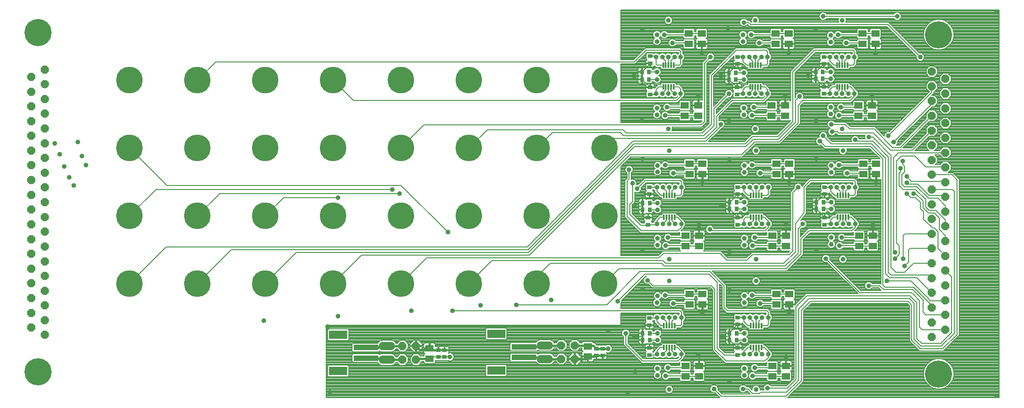
<source format=gbl>
G75*
%MOIN*%
%OFA0B0*%
%FSLAX25Y25*%
%IPPOS*%
%LPD*%
%AMOC8*
5,1,8,0,0,1.08239X$1,22.5*
%
%ADD10C,0.06000*%
%ADD11C,0.19685*%
%ADD12R,0.01181X0.03937*%
%ADD13OC8,0.06000*%
%ADD14C,0.20000*%
%ADD15R,0.03543X0.02756*%
%ADD16R,0.05906X0.05118*%
%ADD17R,0.02756X0.03543*%
%ADD18R,0.18110X0.03937*%
%ADD19R,0.13386X0.06299*%
%ADD20C,0.03575*%
%ADD21C,0.00787*%
%ADD22C,0.01600*%
D10*
X0385095Y0031550D02*
X0391095Y0031550D01*
X0391095Y0041550D02*
X0385095Y0041550D01*
X0501595Y0042050D02*
X0507595Y0042050D01*
X0507595Y0032050D02*
X0501595Y0032050D01*
D11*
X0498595Y0087550D03*
X0448595Y0087550D03*
X0398595Y0087550D03*
X0348595Y0087550D03*
X0298595Y0087550D03*
X0248595Y0087550D03*
X0198595Y0087550D03*
X0198595Y0137550D03*
X0248595Y0137550D03*
X0298595Y0137550D03*
X0348595Y0137550D03*
X0398595Y0137550D03*
X0448595Y0137550D03*
X0498595Y0137550D03*
X0548595Y0137550D03*
X0548095Y0087550D03*
X0548595Y0187550D03*
X0498595Y0187550D03*
X0448595Y0187550D03*
X0398595Y0187550D03*
X0348595Y0187550D03*
X0298595Y0187550D03*
X0248595Y0187550D03*
X0198595Y0187550D03*
X0198595Y0237550D03*
X0248595Y0237550D03*
X0298595Y0237550D03*
X0348595Y0237550D03*
X0398595Y0237550D03*
X0448595Y0237550D03*
X0498595Y0237550D03*
X0548595Y0237550D03*
D12*
X0591658Y0232479D03*
X0593627Y0232479D03*
X0595595Y0232479D03*
X0597564Y0232479D03*
X0599532Y0232479D03*
X0599532Y0248621D03*
X0597564Y0248621D03*
X0595595Y0248621D03*
X0593627Y0248621D03*
X0591658Y0248621D03*
X0655658Y0248621D03*
X0657627Y0248621D03*
X0659595Y0248621D03*
X0661564Y0248621D03*
X0663532Y0248621D03*
X0663532Y0232479D03*
X0661564Y0232479D03*
X0659595Y0232479D03*
X0657627Y0232479D03*
X0655658Y0232479D03*
X0719658Y0232479D03*
X0721627Y0232479D03*
X0723595Y0232479D03*
X0725564Y0232479D03*
X0727532Y0232479D03*
X0727532Y0248621D03*
X0725564Y0248621D03*
X0723595Y0248621D03*
X0721627Y0248621D03*
X0719658Y0248621D03*
X0720158Y0152621D03*
X0722127Y0152621D03*
X0724095Y0152621D03*
X0726064Y0152621D03*
X0728032Y0152621D03*
X0728032Y0136479D03*
X0726064Y0136479D03*
X0724095Y0136479D03*
X0722127Y0136479D03*
X0720158Y0136479D03*
X0664032Y0136479D03*
X0662064Y0136479D03*
X0660095Y0136479D03*
X0658127Y0136479D03*
X0656158Y0136479D03*
X0656158Y0152621D03*
X0658127Y0152621D03*
X0660095Y0152621D03*
X0662064Y0152621D03*
X0664032Y0152621D03*
X0600032Y0152621D03*
X0598064Y0152621D03*
X0596095Y0152621D03*
X0594127Y0152621D03*
X0592158Y0152621D03*
X0592158Y0136479D03*
X0594127Y0136479D03*
X0596095Y0136479D03*
X0598064Y0136479D03*
X0600032Y0136479D03*
X0600032Y0056621D03*
X0598064Y0056621D03*
X0596095Y0056621D03*
X0594127Y0056621D03*
X0592158Y0056621D03*
X0592158Y0040479D03*
X0594127Y0040479D03*
X0596095Y0040479D03*
X0598064Y0040479D03*
X0600032Y0040479D03*
X0656158Y0040479D03*
X0658127Y0040479D03*
X0660095Y0040479D03*
X0662064Y0040479D03*
X0664032Y0040479D03*
X0664032Y0056621D03*
X0662064Y0056621D03*
X0660095Y0056621D03*
X0658127Y0056621D03*
X0656158Y0056621D03*
D13*
X0526595Y0042050D03*
X0516595Y0042050D03*
X0516595Y0032050D03*
X0526595Y0032050D03*
X0409595Y0031550D03*
X0399595Y0031550D03*
X0399595Y0041550D03*
X0409595Y0041550D03*
X0136095Y0049750D03*
X0126095Y0055150D03*
X0136095Y0060650D03*
X0126095Y0066050D03*
X0136095Y0071450D03*
X0126095Y0076950D03*
X0136095Y0082350D03*
X0126095Y0087750D03*
X0136095Y0093250D03*
X0126095Y0098650D03*
X0136095Y0104050D03*
X0126095Y0109550D03*
X0136095Y0114950D03*
X0126095Y0120350D03*
X0136095Y0125850D03*
X0126095Y0131250D03*
X0136095Y0136650D03*
X0126095Y0142150D03*
X0136095Y0147550D03*
X0126095Y0152950D03*
X0136095Y0158450D03*
X0126095Y0163850D03*
X0136095Y0169250D03*
X0126095Y0174750D03*
X0136095Y0180150D03*
X0126095Y0185650D03*
X0136095Y0191050D03*
X0126095Y0196450D03*
X0136095Y0201950D03*
X0126095Y0207350D03*
X0136095Y0212750D03*
X0126095Y0218250D03*
X0136095Y0223650D03*
X0126095Y0229050D03*
X0136095Y0234550D03*
X0126095Y0239950D03*
X0136095Y0245350D03*
X0789595Y0243850D03*
X0799595Y0238450D03*
X0789595Y0232950D03*
X0799595Y0227550D03*
X0789595Y0222150D03*
X0799595Y0216650D03*
X0789595Y0211250D03*
X0799595Y0205850D03*
X0789595Y0200350D03*
X0799595Y0194950D03*
X0789595Y0189550D03*
X0799595Y0184050D03*
X0789595Y0178650D03*
X0799595Y0173250D03*
X0789595Y0167750D03*
X0799595Y0162350D03*
X0789595Y0156950D03*
X0799595Y0151450D03*
X0789595Y0146050D03*
X0799595Y0140650D03*
X0789595Y0135150D03*
X0799595Y0129750D03*
X0789595Y0124350D03*
X0799595Y0118850D03*
X0789595Y0113450D03*
X0799595Y0108050D03*
X0789595Y0102550D03*
X0799595Y0097150D03*
X0789595Y0091650D03*
X0799595Y0086250D03*
X0789595Y0080850D03*
X0799595Y0075350D03*
X0789595Y0069950D03*
X0799595Y0064550D03*
X0789595Y0059050D03*
X0799595Y0053650D03*
X0789595Y0048250D03*
D14*
X0131095Y0022550D03*
X0131095Y0272550D03*
X0794595Y0271050D03*
X0794595Y0021050D03*
D15*
X0646595Y0034991D03*
X0646595Y0040109D03*
X0646595Y0057491D03*
X0646595Y0062609D03*
X0581595Y0062109D03*
X0581595Y0056991D03*
X0581595Y0040109D03*
X0581595Y0034991D03*
X0547095Y0034491D03*
X0542595Y0034491D03*
X0542595Y0039609D03*
X0547095Y0039609D03*
X0430595Y0038609D03*
X0426095Y0038609D03*
X0426095Y0033491D03*
X0430595Y0033491D03*
X0580595Y0130991D03*
X0580595Y0136109D03*
X0581595Y0153491D03*
X0581595Y0158609D03*
X0646595Y0158609D03*
X0646595Y0153491D03*
X0646595Y0136109D03*
X0646595Y0130991D03*
X0710595Y0130991D03*
X0710595Y0136109D03*
X0710595Y0153491D03*
X0710595Y0158609D03*
X0710095Y0227491D03*
X0710095Y0232609D03*
X0710095Y0249491D03*
X0710095Y0254609D03*
X0646595Y0254609D03*
X0646595Y0249491D03*
X0646095Y0232109D03*
X0646095Y0226991D03*
X0582095Y0226991D03*
X0582095Y0232109D03*
X0582095Y0249991D03*
X0582095Y0255109D03*
D16*
X0610595Y0264310D03*
X0620095Y0264310D03*
X0620095Y0271790D03*
X0610595Y0271790D03*
X0674595Y0271790D03*
X0684095Y0271790D03*
X0684095Y0264310D03*
X0674595Y0264310D03*
X0738595Y0264310D03*
X0748095Y0264310D03*
X0748095Y0271790D03*
X0738595Y0271790D03*
X0735595Y0218790D03*
X0745595Y0218790D03*
X0745595Y0211310D03*
X0735595Y0211310D03*
X0681595Y0211310D03*
X0671595Y0211310D03*
X0671595Y0218790D03*
X0681595Y0218790D03*
X0617595Y0218790D03*
X0607595Y0218790D03*
X0607595Y0211310D03*
X0617595Y0211310D03*
X0620595Y0175790D03*
X0611095Y0175790D03*
X0611095Y0168310D03*
X0620595Y0168310D03*
X0675095Y0168310D03*
X0684595Y0168310D03*
X0684595Y0175790D03*
X0675095Y0175790D03*
X0739095Y0175790D03*
X0748595Y0175790D03*
X0748595Y0168310D03*
X0739095Y0168310D03*
X0736095Y0122790D03*
X0746095Y0122790D03*
X0746095Y0115310D03*
X0736095Y0115310D03*
X0682095Y0115310D03*
X0672095Y0115310D03*
X0672095Y0122790D03*
X0682095Y0122790D03*
X0618095Y0122790D03*
X0608095Y0122790D03*
X0608095Y0115310D03*
X0618095Y0115310D03*
X0620595Y0079790D03*
X0611095Y0079790D03*
X0611095Y0072310D03*
X0620595Y0072310D03*
X0675095Y0072310D03*
X0684595Y0072310D03*
X0684595Y0079790D03*
X0675095Y0079790D03*
X0672095Y0026790D03*
X0682095Y0026790D03*
X0682095Y0019310D03*
X0672095Y0019310D03*
X0618095Y0019310D03*
X0608095Y0019310D03*
X0608095Y0026790D03*
X0618095Y0026790D03*
X0536095Y0033810D03*
X0536095Y0041290D03*
X0419595Y0039790D03*
X0419595Y0032310D03*
D17*
X0576536Y0046050D03*
X0576536Y0051050D03*
X0581654Y0051050D03*
X0581654Y0046050D03*
X0640536Y0046050D03*
X0640536Y0051050D03*
X0645654Y0051050D03*
X0645654Y0046050D03*
X0581654Y0142050D03*
X0576536Y0142050D03*
X0576536Y0147050D03*
X0581654Y0147050D03*
X0640536Y0147550D03*
X0640536Y0142550D03*
X0645654Y0142550D03*
X0645654Y0147550D03*
X0704536Y0147550D03*
X0704536Y0142550D03*
X0709654Y0142550D03*
X0709654Y0147550D03*
X0709154Y0238550D03*
X0704036Y0238550D03*
X0704036Y0243550D03*
X0709154Y0243550D03*
X0645154Y0243050D03*
X0640036Y0243050D03*
X0640036Y0238050D03*
X0645154Y0238050D03*
X0581154Y0238050D03*
X0576036Y0238050D03*
X0576036Y0243550D03*
X0581154Y0243550D03*
D18*
X0489162Y0040987D03*
X0489162Y0033113D03*
X0372662Y0032613D03*
X0372662Y0040487D03*
D19*
X0352190Y0049936D03*
X0352190Y0023164D03*
X0468690Y0023664D03*
X0468690Y0050436D03*
D20*
X0436595Y0067550D03*
X0457095Y0071550D03*
X0483595Y0072050D03*
X0509095Y0075550D03*
X0551095Y0053050D03*
X0564095Y0051050D03*
X0570595Y0048550D03*
X0587595Y0046050D03*
X0587595Y0051050D03*
X0587095Y0062550D03*
X0591595Y0062550D03*
X0596095Y0062550D03*
X0600595Y0062550D03*
X0605095Y0062550D03*
X0620595Y0065550D03*
X0599095Y0073050D03*
X0593095Y0079050D03*
X0587595Y0078550D03*
X0587095Y0073550D03*
X0576595Y0083550D03*
X0580095Y0090050D03*
X0596095Y0089550D03*
X0558095Y0074550D03*
X0596095Y0105550D03*
X0576095Y0111550D03*
X0587595Y0116050D03*
X0587595Y0121050D03*
X0595095Y0121550D03*
X0593595Y0115550D03*
X0591595Y0131550D03*
X0587095Y0131550D03*
X0596095Y0131550D03*
X0600595Y0131550D03*
X0605095Y0131550D03*
X0618095Y0130550D03*
X0626095Y0127550D03*
X0651095Y0131550D03*
X0655595Y0131550D03*
X0660095Y0131550D03*
X0664595Y0131550D03*
X0669095Y0131550D03*
X0682095Y0131550D03*
X0694595Y0131550D03*
X0715095Y0131550D03*
X0719595Y0131550D03*
X0724095Y0131550D03*
X0728595Y0131550D03*
X0733095Y0131550D03*
X0746095Y0130550D03*
X0723095Y0121550D03*
X0715595Y0121550D03*
X0715595Y0116550D03*
X0721595Y0115550D03*
X0704595Y0111550D03*
X0711595Y0106050D03*
X0724095Y0105550D03*
X0762595Y0106050D03*
X0762595Y0110550D03*
X0768595Y0106050D03*
X0769595Y0100550D03*
X0756595Y0089550D03*
X0743095Y0086050D03*
X0684595Y0065550D03*
X0669095Y0062550D03*
X0664595Y0062550D03*
X0660095Y0062550D03*
X0655595Y0062550D03*
X0651095Y0062550D03*
X0651595Y0073550D03*
X0651595Y0078550D03*
X0657095Y0079050D03*
X0663095Y0073050D03*
X0640595Y0083050D03*
X0660095Y0089550D03*
X0660095Y0105550D03*
X0657595Y0115550D03*
X0651595Y0116050D03*
X0651595Y0121050D03*
X0659095Y0121550D03*
X0640595Y0111050D03*
X0587595Y0142050D03*
X0587595Y0147050D03*
X0570595Y0144550D03*
X0572595Y0157550D03*
X0569095Y0161550D03*
X0587095Y0158550D03*
X0591595Y0158550D03*
X0596095Y0158550D03*
X0600595Y0158550D03*
X0605095Y0158550D03*
X0620595Y0161550D03*
X0599095Y0169050D03*
X0593095Y0175050D03*
X0587595Y0174550D03*
X0576595Y0179550D03*
X0566595Y0171550D03*
X0587595Y0170050D03*
X0596095Y0185550D03*
X0595595Y0201550D03*
X0593095Y0211550D03*
X0587095Y0212050D03*
X0587095Y0217050D03*
X0594595Y0217550D03*
X0595595Y0227550D03*
X0591095Y0227550D03*
X0586595Y0227550D03*
X0600095Y0227550D03*
X0604595Y0227550D03*
X0617595Y0226550D03*
X0640095Y0227550D03*
X0650595Y0227550D03*
X0655095Y0227550D03*
X0659595Y0227550D03*
X0664095Y0227550D03*
X0668595Y0227550D03*
X0681595Y0225550D03*
X0692095Y0225550D03*
X0714595Y0227550D03*
X0719095Y0227550D03*
X0723595Y0227550D03*
X0728095Y0227550D03*
X0732595Y0227550D03*
X0745595Y0226050D03*
X0722595Y0217550D03*
X0715095Y0217550D03*
X0715095Y0212550D03*
X0721095Y0211550D03*
X0715595Y0205050D03*
X0723595Y0201550D03*
X0716095Y0199550D03*
X0709595Y0196550D03*
X0707095Y0192550D03*
X0724095Y0185550D03*
X0733095Y0193550D03*
X0743095Y0195550D03*
X0757595Y0196550D03*
X0761595Y0192050D03*
X0768095Y0178050D03*
X0766595Y0172550D03*
X0771095Y0166550D03*
X0771095Y0162050D03*
X0771095Y0154050D03*
X0776095Y0154050D03*
X0748595Y0161550D03*
X0733095Y0158550D03*
X0728595Y0158550D03*
X0724095Y0158550D03*
X0719595Y0158550D03*
X0715095Y0158550D03*
X0715595Y0147550D03*
X0715595Y0142550D03*
X0698595Y0145050D03*
X0691095Y0158550D03*
X0684595Y0161550D03*
X0669095Y0158550D03*
X0664595Y0158550D03*
X0660095Y0158550D03*
X0655595Y0158550D03*
X0651095Y0158550D03*
X0651595Y0147550D03*
X0651595Y0142550D03*
X0634595Y0145050D03*
X0651595Y0169550D03*
X0663095Y0169050D03*
X0657095Y0175050D03*
X0651595Y0174550D03*
X0640595Y0179050D03*
X0660095Y0185550D03*
X0659595Y0201550D03*
X0657095Y0211550D03*
X0651095Y0212050D03*
X0651095Y0217050D03*
X0658595Y0217550D03*
X0640095Y0207550D03*
X0634095Y0205050D03*
X0576095Y0207550D03*
X0587095Y0238050D03*
X0587095Y0243550D03*
X0570095Y0240550D03*
X0586595Y0254550D03*
X0591095Y0254550D03*
X0595595Y0254550D03*
X0600095Y0254550D03*
X0604595Y0254550D03*
X0620095Y0257550D03*
X0626595Y0254550D03*
X0650595Y0254550D03*
X0655095Y0254550D03*
X0659595Y0254550D03*
X0664095Y0254550D03*
X0668595Y0254550D03*
X0684095Y0257550D03*
X0662595Y0265050D03*
X0650595Y0266050D03*
X0650595Y0271050D03*
X0656595Y0271050D03*
X0651095Y0280050D03*
X0659595Y0281550D03*
X0639595Y0275550D03*
X0598595Y0265050D03*
X0592595Y0271050D03*
X0587095Y0271050D03*
X0576095Y0275050D03*
X0595595Y0281550D03*
X0587095Y0266050D03*
X0634095Y0240550D03*
X0651095Y0238050D03*
X0651095Y0243050D03*
X0698595Y0241050D03*
X0715095Y0238550D03*
X0715095Y0243550D03*
X0714595Y0254550D03*
X0719095Y0254550D03*
X0723595Y0254550D03*
X0728095Y0254550D03*
X0732595Y0254550D03*
X0748095Y0257050D03*
X0726595Y0265050D03*
X0715095Y0265550D03*
X0715095Y0270550D03*
X0720595Y0271050D03*
X0704095Y0275050D03*
X0709595Y0284550D03*
X0723595Y0281550D03*
X0764095Y0284550D03*
X0781095Y0254550D03*
X0837595Y0287550D03*
X0704095Y0207550D03*
X0704595Y0179550D03*
X0715595Y0174550D03*
X0721095Y0175050D03*
X0715595Y0169550D03*
X0727095Y0169050D03*
X0433095Y0125550D03*
X0397595Y0154050D03*
X0392095Y0157050D03*
X0352095Y0151050D03*
X0166595Y0175050D03*
X0150595Y0174050D03*
X0147095Y0183050D03*
X0163595Y0181550D03*
X0160595Y0192050D03*
X0143595Y0191050D03*
X0154095Y0166050D03*
X0157595Y0160050D03*
X0352095Y0063550D03*
X0344595Y0056050D03*
X0297495Y0060150D03*
X0406095Y0067550D03*
X0434595Y0033550D03*
X0346095Y0007550D03*
X0551095Y0039550D03*
X0587095Y0035550D03*
X0591595Y0035550D03*
X0596095Y0035550D03*
X0600595Y0035550D03*
X0605095Y0035550D03*
X0617595Y0035050D03*
X0635095Y0048550D03*
X0651595Y0046050D03*
X0651595Y0051050D03*
X0651095Y0035550D03*
X0655595Y0035550D03*
X0660095Y0035550D03*
X0664595Y0035550D03*
X0669095Y0035550D03*
X0682095Y0033550D03*
X0659095Y0025550D03*
X0651595Y0025050D03*
X0651595Y0020050D03*
X0657595Y0019550D03*
X0668595Y0010550D03*
X0660095Y0009550D03*
X0650595Y0010050D03*
X0640595Y0015550D03*
X0629095Y0010050D03*
X0596095Y0009550D03*
X0593595Y0019550D03*
X0587595Y0020050D03*
X0571095Y0022550D03*
X0587595Y0025050D03*
X0595095Y0025550D03*
X0565595Y0007050D03*
X0837095Y0005050D03*
D21*
X0839201Y0004784D02*
X0684556Y0004784D01*
X0685342Y0005569D02*
X0839201Y0005569D01*
X0839201Y0006355D02*
X0686128Y0006355D01*
X0686170Y0006398D02*
X0692670Y0012898D01*
X0695170Y0015398D01*
X0695170Y0067398D01*
X0700747Y0072975D01*
X0771443Y0072975D01*
X0772443Y0071975D01*
X0773020Y0071398D01*
X0773020Y0045398D01*
X0773943Y0044475D01*
X0780443Y0037975D01*
X0798247Y0037975D01*
X0799170Y0038898D01*
X0809670Y0049398D01*
X0809670Y0164702D01*
X0808747Y0165625D01*
X0805047Y0169325D01*
X0801583Y0169325D01*
X0803776Y0171518D01*
X0803776Y0174982D01*
X0801327Y0177431D01*
X0797863Y0177431D01*
X0795557Y0175125D01*
X0791983Y0175125D01*
X0793776Y0176918D01*
X0793776Y0180382D01*
X0791683Y0182475D01*
X0795414Y0182475D01*
X0795414Y0182318D01*
X0797863Y0179869D01*
X0801327Y0179869D01*
X0803776Y0182318D01*
X0803776Y0185782D01*
X0801327Y0188231D01*
X0797863Y0188231D01*
X0795414Y0185782D01*
X0795414Y0185625D01*
X0791583Y0185625D01*
X0793776Y0187818D01*
X0793776Y0191282D01*
X0791327Y0193731D01*
X0787863Y0193731D01*
X0785414Y0191282D01*
X0785414Y0187818D01*
X0787607Y0185625D01*
X0777097Y0185625D01*
X0787752Y0196280D01*
X0787863Y0196169D01*
X0791327Y0196169D01*
X0793776Y0198618D01*
X0793776Y0202082D01*
X0791327Y0204531D01*
X0787863Y0204531D01*
X0785414Y0202082D01*
X0785414Y0198618D01*
X0785525Y0198507D01*
X0774643Y0187625D01*
X0768197Y0187625D01*
X0787752Y0207180D01*
X0787863Y0207069D01*
X0791327Y0207069D01*
X0793776Y0209518D01*
X0793776Y0212982D01*
X0791327Y0215431D01*
X0787863Y0215431D01*
X0785414Y0212982D01*
X0785414Y0209518D01*
X0785525Y0209407D01*
X0765743Y0189625D01*
X0763368Y0189625D01*
X0764112Y0190368D01*
X0764564Y0191460D01*
X0764564Y0192640D01*
X0764519Y0192747D01*
X0789741Y0217969D01*
X0791327Y0217969D01*
X0793776Y0220418D01*
X0793776Y0223882D01*
X0791327Y0226331D01*
X0789603Y0226331D01*
X0790247Y0226975D01*
X0791170Y0227898D01*
X0791170Y0228769D01*
X0791327Y0228769D01*
X0793776Y0231218D01*
X0793776Y0234682D01*
X0791327Y0237131D01*
X0787863Y0237131D01*
X0785414Y0234682D01*
X0785414Y0231218D01*
X0787725Y0228907D01*
X0758292Y0199474D01*
X0758186Y0199518D01*
X0757005Y0199518D01*
X0755914Y0199067D01*
X0755079Y0198232D01*
X0754627Y0197140D01*
X0754627Y0196246D01*
X0747747Y0203125D01*
X0729747Y0203125D01*
X0727170Y0205702D01*
X0726247Y0206625D01*
X0718156Y0206625D01*
X0718112Y0206732D01*
X0717277Y0207567D01*
X0716186Y0208018D01*
X0715005Y0208018D01*
X0713914Y0207567D01*
X0713079Y0206732D01*
X0712627Y0205640D01*
X0712627Y0204460D01*
X0713079Y0203368D01*
X0713914Y0202533D01*
X0714727Y0202196D01*
X0714414Y0202067D01*
X0713579Y0201232D01*
X0713127Y0200140D01*
X0713127Y0198960D01*
X0713579Y0197868D01*
X0714414Y0197033D01*
X0715505Y0196581D01*
X0716686Y0196581D01*
X0717777Y0197033D01*
X0718612Y0197868D01*
X0718656Y0197975D01*
X0719443Y0197975D01*
X0719520Y0197898D01*
X0720443Y0196975D01*
X0740472Y0196975D01*
X0740127Y0196140D01*
X0740127Y0194960D01*
X0740472Y0194125D01*
X0736064Y0194125D01*
X0736064Y0194140D01*
X0735612Y0195232D01*
X0734777Y0196067D01*
X0733686Y0196518D01*
X0732505Y0196518D01*
X0731414Y0196067D01*
X0730579Y0195232D01*
X0730127Y0194140D01*
X0730127Y0192960D01*
X0730472Y0192125D01*
X0716247Y0192125D01*
X0712519Y0195853D01*
X0712564Y0195960D01*
X0712564Y0197140D01*
X0712112Y0198232D01*
X0711277Y0199067D01*
X0710186Y0199518D01*
X0709005Y0199518D01*
X0707914Y0199067D01*
X0707079Y0198232D01*
X0706627Y0197140D01*
X0706627Y0195960D01*
X0706809Y0195518D01*
X0706505Y0195518D01*
X0705414Y0195067D01*
X0704579Y0194232D01*
X0704127Y0193140D01*
X0704127Y0191960D01*
X0704579Y0190868D01*
X0705414Y0190033D01*
X0706505Y0189581D01*
X0707686Y0189581D01*
X0707792Y0189626D01*
X0709520Y0187898D01*
X0710443Y0186975D01*
X0721472Y0186975D01*
X0721127Y0186140D01*
X0721127Y0184960D01*
X0721579Y0183868D01*
X0722414Y0183033D01*
X0723505Y0182581D01*
X0724686Y0182581D01*
X0725777Y0183033D01*
X0726612Y0183868D01*
X0727064Y0184960D01*
X0727064Y0186140D01*
X0726718Y0186975D01*
X0743943Y0186975D01*
X0751388Y0179530D01*
X0745153Y0179530D01*
X0744461Y0178838D01*
X0744461Y0177365D01*
X0743229Y0177365D01*
X0743229Y0178838D01*
X0742537Y0179530D01*
X0735653Y0179530D01*
X0734961Y0178838D01*
X0734961Y0176625D01*
X0723656Y0176625D01*
X0723612Y0176732D01*
X0722777Y0177567D01*
X0721686Y0178018D01*
X0720505Y0178018D01*
X0719414Y0177567D01*
X0718579Y0176732D01*
X0718242Y0175918D01*
X0718112Y0176232D01*
X0717277Y0177067D01*
X0716186Y0177518D01*
X0715005Y0177518D01*
X0713914Y0177067D01*
X0713079Y0176232D01*
X0712627Y0175140D01*
X0712627Y0173960D01*
X0713079Y0172868D01*
X0713897Y0172050D01*
X0713079Y0171232D01*
X0712627Y0170140D01*
X0712627Y0168960D01*
X0713079Y0167868D01*
X0713914Y0167033D01*
X0715005Y0166581D01*
X0716186Y0166581D01*
X0717277Y0167033D01*
X0718112Y0167868D01*
X0718564Y0168960D01*
X0718564Y0170140D01*
X0718112Y0171232D01*
X0717293Y0172050D01*
X0718112Y0172868D01*
X0718449Y0173682D01*
X0718579Y0173368D01*
X0719414Y0172533D01*
X0720505Y0172081D01*
X0721686Y0172081D01*
X0722777Y0172533D01*
X0723612Y0173368D01*
X0723656Y0173475D01*
X0734961Y0173475D01*
X0734961Y0172742D01*
X0735653Y0172050D01*
X0734961Y0171358D01*
X0734961Y0170625D01*
X0729656Y0170625D01*
X0729612Y0170732D01*
X0728777Y0171567D01*
X0727686Y0172018D01*
X0726505Y0172018D01*
X0725414Y0171567D01*
X0724579Y0170732D01*
X0724127Y0169640D01*
X0724127Y0168460D01*
X0724579Y0167368D01*
X0725414Y0166533D01*
X0726505Y0166081D01*
X0727686Y0166081D01*
X0728777Y0166533D01*
X0729612Y0167368D01*
X0729656Y0167475D01*
X0734961Y0167475D01*
X0734961Y0165262D01*
X0735653Y0164570D01*
X0742537Y0164570D01*
X0743229Y0165262D01*
X0743229Y0171358D01*
X0742537Y0172050D01*
X0735653Y0172050D01*
X0742537Y0172050D01*
X0743229Y0172742D01*
X0743229Y0174215D01*
X0744461Y0174215D01*
X0744461Y0172742D01*
X0745061Y0172142D01*
X0744787Y0171984D01*
X0744527Y0171725D01*
X0744344Y0171407D01*
X0744249Y0171052D01*
X0744249Y0168704D01*
X0748201Y0168704D01*
X0748201Y0167916D01*
X0744249Y0167916D01*
X0744249Y0165567D01*
X0744344Y0165213D01*
X0744527Y0164895D01*
X0744787Y0164636D01*
X0745104Y0164452D01*
X0745459Y0164357D01*
X0748201Y0164357D01*
X0748201Y0167916D01*
X0748989Y0167916D01*
X0748989Y0164357D01*
X0751731Y0164357D01*
X0752020Y0164435D01*
X0752020Y0087352D01*
X0751747Y0087625D01*
X0745656Y0087625D01*
X0745612Y0087732D01*
X0744777Y0088567D01*
X0743686Y0089018D01*
X0742505Y0089018D01*
X0741414Y0088567D01*
X0740579Y0087732D01*
X0740127Y0086640D01*
X0740127Y0085460D01*
X0740579Y0084368D01*
X0741414Y0083533D01*
X0742505Y0083081D01*
X0743686Y0083081D01*
X0744777Y0083533D01*
X0745612Y0084368D01*
X0745656Y0084475D01*
X0750443Y0084475D01*
X0752293Y0082625D01*
X0737247Y0082625D01*
X0714519Y0105353D01*
X0714564Y0105460D01*
X0714564Y0106640D01*
X0714112Y0107732D01*
X0713277Y0108567D01*
X0712186Y0109018D01*
X0711005Y0109018D01*
X0709914Y0108567D01*
X0709079Y0107732D01*
X0708627Y0106640D01*
X0708627Y0105460D01*
X0709079Y0104368D01*
X0709914Y0103533D01*
X0711005Y0103081D01*
X0712186Y0103081D01*
X0712292Y0103126D01*
X0735020Y0080398D01*
X0735293Y0080125D01*
X0696943Y0080125D01*
X0688943Y0072125D01*
X0688734Y0071916D01*
X0684989Y0071916D01*
X0684989Y0072704D01*
X0688942Y0072704D01*
X0688942Y0075052D01*
X0688847Y0075407D01*
X0688663Y0075725D01*
X0688404Y0075984D01*
X0688130Y0076142D01*
X0688729Y0076742D01*
X0688729Y0082838D01*
X0688037Y0083530D01*
X0681153Y0083530D01*
X0680461Y0082838D01*
X0680461Y0081365D01*
X0679229Y0081365D01*
X0679229Y0082838D01*
X0678537Y0083530D01*
X0671653Y0083530D01*
X0670961Y0082838D01*
X0670961Y0080625D01*
X0659656Y0080625D01*
X0659612Y0080732D01*
X0658777Y0081567D01*
X0657686Y0082018D01*
X0656505Y0082018D01*
X0655414Y0081567D01*
X0654579Y0080732D01*
X0654242Y0079918D01*
X0654112Y0080232D01*
X0653277Y0081067D01*
X0652186Y0081518D01*
X0651005Y0081518D01*
X0649914Y0081067D01*
X0649079Y0080232D01*
X0648627Y0079140D01*
X0648627Y0077960D01*
X0649079Y0076868D01*
X0649897Y0076050D01*
X0649079Y0075232D01*
X0648627Y0074140D01*
X0648627Y0072960D01*
X0649079Y0071868D01*
X0649914Y0071033D01*
X0651005Y0070581D01*
X0652186Y0070581D01*
X0653277Y0071033D01*
X0654112Y0071868D01*
X0654564Y0072960D01*
X0654564Y0074140D01*
X0654112Y0075232D01*
X0653293Y0076050D01*
X0654112Y0076868D01*
X0654449Y0077682D01*
X0654579Y0077368D01*
X0655414Y0076533D01*
X0656505Y0076081D01*
X0657686Y0076081D01*
X0658777Y0076533D01*
X0659612Y0077368D01*
X0659656Y0077475D01*
X0670961Y0077475D01*
X0670961Y0076742D01*
X0671653Y0076050D01*
X0670961Y0075358D01*
X0670961Y0074625D01*
X0665656Y0074625D01*
X0665612Y0074732D01*
X0664777Y0075567D01*
X0663686Y0076018D01*
X0662505Y0076018D01*
X0661414Y0075567D01*
X0660579Y0074732D01*
X0660127Y0073640D01*
X0660127Y0072460D01*
X0660579Y0071368D01*
X0661414Y0070533D01*
X0662505Y0070081D01*
X0663686Y0070081D01*
X0664777Y0070533D01*
X0665612Y0071368D01*
X0665656Y0071475D01*
X0670961Y0071475D01*
X0670961Y0069262D01*
X0671653Y0068570D01*
X0678537Y0068570D01*
X0679229Y0069262D01*
X0679229Y0075358D01*
X0678537Y0076050D01*
X0671653Y0076050D01*
X0678537Y0076050D01*
X0679229Y0076742D01*
X0679229Y0078215D01*
X0680461Y0078215D01*
X0680461Y0076742D01*
X0681061Y0076142D01*
X0680787Y0075984D01*
X0680527Y0075725D01*
X0680344Y0075407D01*
X0680249Y0075052D01*
X0680249Y0072704D01*
X0684201Y0072704D01*
X0684201Y0071916D01*
X0680249Y0071916D01*
X0680249Y0069567D01*
X0680344Y0069213D01*
X0680527Y0068895D01*
X0680787Y0068636D01*
X0681104Y0068452D01*
X0681459Y0068357D01*
X0684201Y0068357D01*
X0684201Y0071916D01*
X0684989Y0071916D01*
X0684989Y0068357D01*
X0687731Y0068357D01*
X0688020Y0068435D01*
X0688020Y0017702D01*
X0685520Y0015202D01*
X0682443Y0012125D01*
X0671156Y0012125D01*
X0671112Y0012232D01*
X0670277Y0013067D01*
X0669186Y0013518D01*
X0668005Y0013518D01*
X0666914Y0013067D01*
X0666079Y0012232D01*
X0665627Y0011140D01*
X0665627Y0009960D01*
X0665972Y0009125D01*
X0663064Y0009125D01*
X0663064Y0010140D01*
X0662612Y0011232D01*
X0661777Y0012067D01*
X0660686Y0012518D01*
X0659505Y0012518D01*
X0658414Y0012067D01*
X0657579Y0011232D01*
X0657127Y0010140D01*
X0657127Y0009246D01*
X0655670Y0010702D01*
X0655670Y0010702D01*
X0654747Y0011625D01*
X0653156Y0011625D01*
X0653112Y0011732D01*
X0652277Y0012567D01*
X0651186Y0013018D01*
X0650005Y0013018D01*
X0648914Y0012567D01*
X0648079Y0011732D01*
X0647627Y0010640D01*
X0647627Y0009460D01*
X0648079Y0008368D01*
X0648914Y0007533D01*
X0650005Y0007081D01*
X0651186Y0007081D01*
X0652277Y0007533D01*
X0653112Y0008368D01*
X0653156Y0008475D01*
X0653443Y0008475D01*
X0655793Y0006125D01*
X0635247Y0006125D01*
X0632019Y0009353D01*
X0632064Y0009460D01*
X0632064Y0010640D01*
X0631612Y0011732D01*
X0630777Y0012567D01*
X0629686Y0013018D01*
X0628505Y0013018D01*
X0627414Y0012567D01*
X0626579Y0011732D01*
X0626127Y0010640D01*
X0626127Y0009460D01*
X0626579Y0008368D01*
X0627414Y0007533D01*
X0628505Y0007081D01*
X0629686Y0007081D01*
X0629792Y0007126D01*
X0633020Y0003898D01*
X0633474Y0003444D01*
X0343595Y0003444D01*
X0343595Y0057050D01*
X0560595Y0057050D01*
X0560595Y0065975D01*
X0603443Y0065975D01*
X0603520Y0065898D01*
X0603520Y0065111D01*
X0603414Y0065067D01*
X0602845Y0064498D01*
X0602277Y0065067D01*
X0601186Y0065518D01*
X0600005Y0065518D01*
X0598914Y0065067D01*
X0598345Y0064498D01*
X0597777Y0065067D01*
X0596686Y0065518D01*
X0595505Y0065518D01*
X0594414Y0065067D01*
X0593845Y0064498D01*
X0593277Y0065067D01*
X0592186Y0065518D01*
X0591005Y0065518D01*
X0589914Y0065067D01*
X0589345Y0064498D01*
X0588777Y0065067D01*
X0587686Y0065518D01*
X0586505Y0065518D01*
X0585414Y0065067D01*
X0584579Y0064232D01*
X0584495Y0064029D01*
X0583856Y0064668D01*
X0579334Y0064668D01*
X0578642Y0063976D01*
X0578642Y0060242D01*
X0579242Y0059642D01*
X0578968Y0059484D01*
X0578708Y0059225D01*
X0578525Y0058907D01*
X0578430Y0058552D01*
X0578430Y0057286D01*
X0581300Y0057286D01*
X0581300Y0056696D01*
X0578430Y0056696D01*
X0578430Y0055430D01*
X0578525Y0055075D01*
X0578708Y0054757D01*
X0578968Y0054498D01*
X0579286Y0054314D01*
X0579640Y0054219D01*
X0581300Y0054219D01*
X0581300Y0056696D01*
X0581890Y0056696D01*
X0581890Y0054219D01*
X0583550Y0054219D01*
X0583905Y0054314D01*
X0584223Y0054498D01*
X0584482Y0054757D01*
X0584666Y0055075D01*
X0584760Y0055430D01*
X0584760Y0056696D01*
X0581890Y0056696D01*
X0581890Y0057286D01*
X0584760Y0057286D01*
X0584760Y0058552D01*
X0584666Y0058907D01*
X0584482Y0059225D01*
X0584223Y0059484D01*
X0583948Y0059642D01*
X0584548Y0060242D01*
X0584548Y0060534D01*
X0584913Y0060534D01*
X0585414Y0060033D01*
X0585520Y0059989D01*
X0585520Y0058898D01*
X0589443Y0054975D01*
X0590386Y0054975D01*
X0590386Y0054163D01*
X0591078Y0053471D01*
X0601112Y0053471D01*
X0601804Y0054163D01*
X0601804Y0055046D01*
X0604818Y0055046D01*
X0605747Y0055975D01*
X0606670Y0056898D01*
X0606670Y0059989D01*
X0606777Y0060033D01*
X0607612Y0060868D01*
X0608064Y0061960D01*
X0608064Y0063140D01*
X0607612Y0064232D01*
X0606777Y0065067D01*
X0606670Y0065111D01*
X0606670Y0067202D01*
X0605747Y0068125D01*
X0605670Y0068202D01*
X0604747Y0069125D01*
X0560595Y0069125D01*
X0560595Y0072852D01*
X0560612Y0072868D01*
X0561064Y0073960D01*
X0561064Y0075140D01*
X0561019Y0075247D01*
X0578747Y0092975D01*
X0579400Y0092975D01*
X0578414Y0092567D01*
X0577579Y0091732D01*
X0577127Y0090640D01*
X0577127Y0089460D01*
X0577579Y0088368D01*
X0578414Y0087533D01*
X0579505Y0087081D01*
X0580686Y0087081D01*
X0580792Y0087126D01*
X0583443Y0084475D01*
X0626443Y0084475D01*
X0628020Y0082898D01*
X0628020Y0038398D01*
X0628943Y0037475D01*
X0637443Y0028975D01*
X0667247Y0028975D01*
X0667961Y0029689D01*
X0667961Y0027125D01*
X0661656Y0027125D01*
X0661612Y0027232D01*
X0660777Y0028067D01*
X0659686Y0028518D01*
X0658505Y0028518D01*
X0657414Y0028067D01*
X0656579Y0027232D01*
X0656127Y0026140D01*
X0656127Y0024960D01*
X0656579Y0023868D01*
X0657414Y0023033D01*
X0658505Y0022581D01*
X0659686Y0022581D01*
X0660777Y0023033D01*
X0661612Y0023868D01*
X0661656Y0023975D01*
X0667961Y0023975D01*
X0667961Y0023742D01*
X0668653Y0023050D01*
X0667961Y0022358D01*
X0667961Y0021125D01*
X0660156Y0021125D01*
X0660112Y0021232D01*
X0659277Y0022067D01*
X0658186Y0022518D01*
X0657005Y0022518D01*
X0655914Y0022067D01*
X0655079Y0021232D01*
X0654627Y0020140D01*
X0654627Y0018960D01*
X0655079Y0017868D01*
X0655914Y0017033D01*
X0657005Y0016581D01*
X0658186Y0016581D01*
X0659277Y0017033D01*
X0660112Y0017868D01*
X0660156Y0017975D01*
X0667961Y0017975D01*
X0667961Y0016262D01*
X0668653Y0015570D01*
X0675537Y0015570D01*
X0676229Y0016262D01*
X0676229Y0017735D01*
X0677961Y0017735D01*
X0677961Y0016262D01*
X0678653Y0015570D01*
X0685537Y0015570D01*
X0686229Y0016262D01*
X0686229Y0022358D01*
X0685630Y0022958D01*
X0685904Y0023116D01*
X0686163Y0023375D01*
X0686347Y0023693D01*
X0686442Y0024048D01*
X0686442Y0026396D01*
X0682489Y0026396D01*
X0682489Y0027184D01*
X0681701Y0027184D01*
X0681701Y0026396D01*
X0677749Y0026396D01*
X0677749Y0024048D01*
X0677844Y0023693D01*
X0678027Y0023375D01*
X0678287Y0023116D01*
X0678561Y0022958D01*
X0677961Y0022358D01*
X0677961Y0020885D01*
X0676229Y0020885D01*
X0676229Y0022358D01*
X0675537Y0023050D01*
X0668653Y0023050D01*
X0675537Y0023050D01*
X0676229Y0023742D01*
X0676229Y0029838D01*
X0675537Y0030530D01*
X0668803Y0030530D01*
X0669747Y0031475D01*
X0670670Y0032398D01*
X0670670Y0032989D01*
X0670777Y0033033D01*
X0671612Y0033868D01*
X0672064Y0034960D01*
X0672064Y0036140D01*
X0671612Y0037232D01*
X0670777Y0038067D01*
X0670670Y0038111D01*
X0670670Y0038202D01*
X0669747Y0039125D01*
X0666818Y0042054D01*
X0665804Y0042054D01*
X0665804Y0042937D01*
X0665112Y0043629D01*
X0655078Y0043629D01*
X0654386Y0042937D01*
X0654386Y0042125D01*
X0653443Y0042125D01*
X0650443Y0039125D01*
X0649722Y0038404D01*
X0649760Y0038548D01*
X0649760Y0039814D01*
X0646890Y0039814D01*
X0646890Y0040404D01*
X0646300Y0040404D01*
X0646300Y0039814D01*
X0643430Y0039814D01*
X0643430Y0038548D01*
X0643525Y0038193D01*
X0643708Y0037875D01*
X0643968Y0037616D01*
X0644242Y0037458D01*
X0643642Y0036858D01*
X0643642Y0036566D01*
X0637306Y0036566D01*
X0634170Y0039702D01*
X0633170Y0040702D01*
X0633170Y0087248D01*
X0635020Y0085398D01*
X0635020Y0069398D01*
X0635943Y0068475D01*
X0638443Y0065975D01*
X0667443Y0065975D01*
X0667520Y0065898D01*
X0667520Y0065111D01*
X0667414Y0065067D01*
X0666845Y0064498D01*
X0666277Y0065067D01*
X0665186Y0065518D01*
X0664005Y0065518D01*
X0662914Y0065067D01*
X0662345Y0064498D01*
X0661777Y0065067D01*
X0660686Y0065518D01*
X0659505Y0065518D01*
X0658414Y0065067D01*
X0657845Y0064498D01*
X0657277Y0065067D01*
X0656186Y0065518D01*
X0655005Y0065518D01*
X0653914Y0065067D01*
X0653345Y0064498D01*
X0652777Y0065067D01*
X0651686Y0065518D01*
X0650505Y0065518D01*
X0649414Y0065067D01*
X0649186Y0064839D01*
X0648856Y0065168D01*
X0644334Y0065168D01*
X0643642Y0064476D01*
X0643642Y0060742D01*
X0644242Y0060142D01*
X0643968Y0059984D01*
X0643708Y0059725D01*
X0643525Y0059407D01*
X0643430Y0059052D01*
X0643430Y0057786D01*
X0646300Y0057786D01*
X0646300Y0057196D01*
X0643430Y0057196D01*
X0643430Y0055930D01*
X0643525Y0055575D01*
X0643708Y0055257D01*
X0643968Y0054998D01*
X0644286Y0054814D01*
X0644640Y0054719D01*
X0646300Y0054719D01*
X0646300Y0057196D01*
X0646890Y0057196D01*
X0646890Y0054719D01*
X0648550Y0054719D01*
X0648905Y0054814D01*
X0649223Y0054998D01*
X0649482Y0055257D01*
X0649666Y0055575D01*
X0649760Y0055930D01*
X0649760Y0057196D01*
X0646890Y0057196D01*
X0646890Y0057786D01*
X0649760Y0057786D01*
X0649760Y0058658D01*
X0650443Y0057975D01*
X0653443Y0054975D01*
X0654386Y0054975D01*
X0654386Y0054163D01*
X0655078Y0053471D01*
X0665112Y0053471D01*
X0665804Y0054163D01*
X0665804Y0055046D01*
X0668818Y0055046D01*
X0669747Y0055975D01*
X0670670Y0056898D01*
X0670670Y0059989D01*
X0670777Y0060033D01*
X0671612Y0060868D01*
X0672064Y0061960D01*
X0672064Y0063140D01*
X0671612Y0064232D01*
X0670777Y0065067D01*
X0670670Y0065111D01*
X0670670Y0067202D01*
X0669747Y0068125D01*
X0668747Y0069125D01*
X0639747Y0069125D01*
X0638170Y0070702D01*
X0638170Y0086702D01*
X0627897Y0096975D01*
X0682747Y0096975D01*
X0683670Y0097898D01*
X0694670Y0108898D01*
X0694670Y0119898D01*
X0699747Y0124975D01*
X0731247Y0124975D01*
X0731961Y0125689D01*
X0731961Y0123125D01*
X0725656Y0123125D01*
X0725612Y0123232D01*
X0724777Y0124067D01*
X0723686Y0124518D01*
X0722505Y0124518D01*
X0721414Y0124067D01*
X0720579Y0123232D01*
X0720127Y0122140D01*
X0720127Y0120960D01*
X0720579Y0119868D01*
X0721414Y0119033D01*
X0722505Y0118581D01*
X0723686Y0118581D01*
X0724777Y0119033D01*
X0725612Y0119868D01*
X0725656Y0119975D01*
X0731961Y0119975D01*
X0731961Y0119742D01*
X0732653Y0119050D01*
X0731961Y0118358D01*
X0731961Y0117125D01*
X0724156Y0117125D01*
X0724112Y0117232D01*
X0723277Y0118067D01*
X0722186Y0118518D01*
X0721005Y0118518D01*
X0719914Y0118067D01*
X0719079Y0117232D01*
X0718627Y0116140D01*
X0718627Y0114960D01*
X0719079Y0113868D01*
X0719914Y0113033D01*
X0721005Y0112581D01*
X0722186Y0112581D01*
X0723277Y0113033D01*
X0724112Y0113868D01*
X0724156Y0113975D01*
X0731961Y0113975D01*
X0731961Y0112262D01*
X0732653Y0111570D01*
X0739537Y0111570D01*
X0740229Y0112262D01*
X0740229Y0113735D01*
X0741961Y0113735D01*
X0741961Y0112262D01*
X0742653Y0111570D01*
X0749537Y0111570D01*
X0750229Y0112262D01*
X0750229Y0118358D01*
X0749630Y0118958D01*
X0749904Y0119116D01*
X0750163Y0119375D01*
X0750347Y0119693D01*
X0750442Y0120048D01*
X0750442Y0122396D01*
X0746489Y0122396D01*
X0746489Y0123184D01*
X0745701Y0123184D01*
X0745701Y0122396D01*
X0741749Y0122396D01*
X0741749Y0120048D01*
X0741844Y0119693D01*
X0742027Y0119375D01*
X0742287Y0119116D01*
X0742561Y0118958D01*
X0741961Y0118358D01*
X0741961Y0116885D01*
X0740229Y0116885D01*
X0740229Y0118358D01*
X0739537Y0119050D01*
X0732653Y0119050D01*
X0739537Y0119050D01*
X0740229Y0119742D01*
X0740229Y0125838D01*
X0739537Y0126530D01*
X0732803Y0126530D01*
X0733747Y0127475D01*
X0734670Y0128398D01*
X0734670Y0128989D01*
X0734777Y0129033D01*
X0735612Y0129868D01*
X0736064Y0130960D01*
X0736064Y0132140D01*
X0735612Y0133232D01*
X0734777Y0134067D01*
X0734670Y0134111D01*
X0734670Y0134202D01*
X0733747Y0135125D01*
X0730818Y0138054D01*
X0729804Y0138054D01*
X0729804Y0138937D01*
X0729112Y0139629D01*
X0719078Y0139629D01*
X0718386Y0138937D01*
X0718386Y0138054D01*
X0716372Y0138054D01*
X0714443Y0136125D01*
X0713760Y0135442D01*
X0713760Y0135814D01*
X0710890Y0135814D01*
X0710890Y0136404D01*
X0710300Y0136404D01*
X0710300Y0135814D01*
X0707430Y0135814D01*
X0707430Y0134548D01*
X0707525Y0134193D01*
X0707708Y0133875D01*
X0707968Y0133616D01*
X0708242Y0133458D01*
X0707642Y0132858D01*
X0707642Y0129124D01*
X0708334Y0128432D01*
X0712856Y0128432D01*
X0713445Y0129021D01*
X0714505Y0128581D01*
X0715686Y0128581D01*
X0716777Y0129033D01*
X0717345Y0129602D01*
X0717914Y0129033D01*
X0719005Y0128581D01*
X0720186Y0128581D01*
X0721277Y0129033D01*
X0721845Y0129602D01*
X0722414Y0129033D01*
X0723505Y0128581D01*
X0724686Y0128581D01*
X0725777Y0129033D01*
X0726345Y0129602D01*
X0726914Y0129033D01*
X0728005Y0128581D01*
X0729186Y0128581D01*
X0730277Y0129033D01*
X0730845Y0129602D01*
X0731133Y0129315D01*
X0729943Y0128125D01*
X0698443Y0128125D01*
X0692670Y0122352D01*
X0692670Y0127398D01*
X0693898Y0128626D01*
X0694005Y0128581D01*
X0695186Y0128581D01*
X0696277Y0129033D01*
X0697112Y0129868D01*
X0697564Y0130960D01*
X0697564Y0132140D01*
X0697112Y0133232D01*
X0696277Y0134067D01*
X0695186Y0134518D01*
X0694005Y0134518D01*
X0693043Y0134120D01*
X0696783Y0139010D01*
X0697170Y0139398D01*
X0697170Y0139517D01*
X0697242Y0139612D01*
X0697170Y0140155D01*
X0697170Y0158398D01*
X0700747Y0161975D01*
X0731443Y0161975D01*
X0731520Y0161898D01*
X0731520Y0161111D01*
X0731414Y0161067D01*
X0730845Y0160498D01*
X0730277Y0161067D01*
X0729186Y0161518D01*
X0728005Y0161518D01*
X0726914Y0161067D01*
X0726345Y0160498D01*
X0725777Y0161067D01*
X0724686Y0161518D01*
X0723505Y0161518D01*
X0722414Y0161067D01*
X0721845Y0160498D01*
X0721277Y0161067D01*
X0720186Y0161518D01*
X0719005Y0161518D01*
X0717914Y0161067D01*
X0717345Y0160498D01*
X0716777Y0161067D01*
X0715686Y0161518D01*
X0714505Y0161518D01*
X0713414Y0161067D01*
X0713186Y0160839D01*
X0712856Y0161168D01*
X0708334Y0161168D01*
X0707642Y0160476D01*
X0707642Y0156742D01*
X0708242Y0156142D01*
X0707968Y0155984D01*
X0707708Y0155725D01*
X0707525Y0155407D01*
X0707430Y0155052D01*
X0707430Y0153786D01*
X0710300Y0153786D01*
X0710300Y0153196D01*
X0707430Y0153196D01*
X0707430Y0151930D01*
X0707525Y0151575D01*
X0707708Y0151257D01*
X0707968Y0150998D01*
X0708286Y0150814D01*
X0708640Y0150719D01*
X0710300Y0150719D01*
X0710300Y0153196D01*
X0710890Y0153196D01*
X0710890Y0150719D01*
X0712550Y0150719D01*
X0712905Y0150814D01*
X0713223Y0150998D01*
X0713482Y0151257D01*
X0713666Y0151575D01*
X0713760Y0151930D01*
X0713760Y0153196D01*
X0710890Y0153196D01*
X0710890Y0153786D01*
X0713760Y0153786D01*
X0713760Y0154658D01*
X0714443Y0153975D01*
X0717443Y0150975D01*
X0718386Y0150975D01*
X0718386Y0150163D01*
X0719078Y0149471D01*
X0729112Y0149471D01*
X0729804Y0150163D01*
X0729804Y0151046D01*
X0732818Y0151046D01*
X0733747Y0151975D01*
X0734670Y0152898D01*
X0734670Y0155989D01*
X0734777Y0156033D01*
X0735612Y0156868D01*
X0736064Y0157960D01*
X0736064Y0159140D01*
X0735612Y0160232D01*
X0734777Y0161067D01*
X0734670Y0161111D01*
X0734670Y0163202D01*
X0733747Y0164125D01*
X0732747Y0165125D01*
X0699443Y0165125D01*
X0694020Y0159702D01*
X0694020Y0159245D01*
X0693612Y0160232D01*
X0692777Y0161067D01*
X0691686Y0161518D01*
X0690505Y0161518D01*
X0689414Y0161067D01*
X0688579Y0160232D01*
X0688127Y0159140D01*
X0688127Y0157960D01*
X0688171Y0157853D01*
X0685520Y0155202D01*
X0685520Y0126665D01*
X0685231Y0126743D01*
X0682489Y0126743D01*
X0682489Y0123184D01*
X0681701Y0123184D01*
X0681701Y0122396D01*
X0677749Y0122396D01*
X0677749Y0120048D01*
X0677844Y0119693D01*
X0678027Y0119375D01*
X0678287Y0119116D01*
X0678561Y0118958D01*
X0677961Y0118358D01*
X0677961Y0116885D01*
X0676229Y0116885D01*
X0676229Y0118358D01*
X0675537Y0119050D01*
X0676229Y0119742D01*
X0676229Y0125838D01*
X0675537Y0126530D01*
X0668803Y0126530D01*
X0669747Y0127475D01*
X0670670Y0128398D01*
X0670670Y0128989D01*
X0670777Y0129033D01*
X0671612Y0129868D01*
X0672064Y0130960D01*
X0672064Y0132140D01*
X0671612Y0133232D01*
X0670777Y0134067D01*
X0670670Y0134111D01*
X0670670Y0134202D01*
X0669747Y0135125D01*
X0666818Y0138054D01*
X0665804Y0138054D01*
X0665804Y0138937D01*
X0665112Y0139629D01*
X0655078Y0139629D01*
X0654386Y0138937D01*
X0654386Y0138054D01*
X0651872Y0138054D01*
X0649632Y0135814D01*
X0646890Y0135814D01*
X0646890Y0136404D01*
X0646300Y0136404D01*
X0646300Y0135814D01*
X0643430Y0135814D01*
X0643430Y0134548D01*
X0643525Y0134193D01*
X0643708Y0133875D01*
X0643968Y0133616D01*
X0644242Y0133458D01*
X0643642Y0132858D01*
X0643642Y0129124D01*
X0644334Y0128432D01*
X0648856Y0128432D01*
X0649445Y0129021D01*
X0650505Y0128581D01*
X0651686Y0128581D01*
X0652777Y0129033D01*
X0653345Y0129602D01*
X0653914Y0129033D01*
X0655005Y0128581D01*
X0656186Y0128581D01*
X0657277Y0129033D01*
X0657845Y0129602D01*
X0658414Y0129033D01*
X0659505Y0128581D01*
X0660686Y0128581D01*
X0661777Y0129033D01*
X0662345Y0129602D01*
X0662914Y0129033D01*
X0664005Y0128581D01*
X0665186Y0128581D01*
X0666277Y0129033D01*
X0666845Y0129602D01*
X0667133Y0129315D01*
X0665943Y0128125D01*
X0629064Y0128125D01*
X0629064Y0128140D01*
X0628612Y0129232D01*
X0627777Y0130067D01*
X0626686Y0130518D01*
X0625505Y0130518D01*
X0624414Y0130067D01*
X0623579Y0129232D01*
X0623127Y0128140D01*
X0623127Y0126960D01*
X0623579Y0125868D01*
X0624414Y0125033D01*
X0625505Y0124581D01*
X0626686Y0124581D01*
X0627636Y0124975D01*
X0667247Y0124975D01*
X0667961Y0125689D01*
X0667961Y0123125D01*
X0661656Y0123125D01*
X0661612Y0123232D01*
X0660777Y0124067D01*
X0659686Y0124518D01*
X0658505Y0124518D01*
X0657414Y0124067D01*
X0656579Y0123232D01*
X0656127Y0122140D01*
X0656127Y0120960D01*
X0656579Y0119868D01*
X0657414Y0119033D01*
X0658505Y0118581D01*
X0659686Y0118581D01*
X0660777Y0119033D01*
X0661612Y0119868D01*
X0661656Y0119975D01*
X0667961Y0119975D01*
X0667961Y0119742D01*
X0668653Y0119050D01*
X0675537Y0119050D01*
X0668653Y0119050D01*
X0667961Y0118358D01*
X0667961Y0117125D01*
X0660156Y0117125D01*
X0660112Y0117232D01*
X0659277Y0118067D01*
X0658186Y0118518D01*
X0657005Y0118518D01*
X0655914Y0118067D01*
X0655079Y0117232D01*
X0654627Y0116140D01*
X0654627Y0114960D01*
X0655079Y0113868D01*
X0655914Y0113033D01*
X0657005Y0112581D01*
X0658186Y0112581D01*
X0659277Y0113033D01*
X0660112Y0113868D01*
X0660156Y0113975D01*
X0667961Y0113975D01*
X0667961Y0112262D01*
X0668653Y0111570D01*
X0675537Y0111570D01*
X0676229Y0112262D01*
X0676229Y0113735D01*
X0677961Y0113735D01*
X0677961Y0112262D01*
X0678653Y0111570D01*
X0684888Y0111570D01*
X0683943Y0110625D01*
X0656943Y0110625D01*
X0656020Y0109702D01*
X0652943Y0106625D01*
X0639247Y0106625D01*
X0634247Y0111625D01*
X0621592Y0111625D01*
X0622229Y0112262D01*
X0622229Y0118358D01*
X0621630Y0118958D01*
X0621904Y0119116D01*
X0622163Y0119375D01*
X0622347Y0119693D01*
X0622442Y0120048D01*
X0622442Y0122396D01*
X0618489Y0122396D01*
X0618489Y0123184D01*
X0617701Y0123184D01*
X0617701Y0122396D01*
X0613749Y0122396D01*
X0613749Y0120048D01*
X0613844Y0119693D01*
X0614027Y0119375D01*
X0614287Y0119116D01*
X0614561Y0118958D01*
X0613961Y0118358D01*
X0613961Y0116885D01*
X0612229Y0116885D01*
X0612229Y0118358D01*
X0611537Y0119050D01*
X0612229Y0119742D01*
X0612229Y0125838D01*
X0611537Y0126530D01*
X0604803Y0126530D01*
X0605747Y0127475D01*
X0606670Y0128398D01*
X0606670Y0128989D01*
X0606777Y0129033D01*
X0607612Y0129868D01*
X0608064Y0130960D01*
X0608064Y0132140D01*
X0607612Y0133232D01*
X0606777Y0134067D01*
X0606670Y0134111D01*
X0606670Y0134202D01*
X0605747Y0135125D01*
X0603741Y0137131D01*
X0603741Y0137131D01*
X0602818Y0138054D01*
X0601804Y0138054D01*
X0601804Y0138937D01*
X0601112Y0139629D01*
X0591078Y0139629D01*
X0590386Y0138937D01*
X0590386Y0138125D01*
X0588943Y0138125D01*
X0588020Y0137202D01*
X0585520Y0134702D01*
X0585520Y0134111D01*
X0585414Y0134067D01*
X0584579Y0133232D01*
X0584303Y0132566D01*
X0583548Y0132566D01*
X0583548Y0132858D01*
X0582948Y0133458D01*
X0583223Y0133616D01*
X0583482Y0133875D01*
X0583666Y0134193D01*
X0583760Y0134548D01*
X0583760Y0135814D01*
X0580890Y0135814D01*
X0580890Y0136404D01*
X0580300Y0136404D01*
X0580300Y0135814D01*
X0577430Y0135814D01*
X0577430Y0134548D01*
X0577525Y0134193D01*
X0577708Y0133875D01*
X0577968Y0133616D01*
X0578242Y0133458D01*
X0577642Y0132858D01*
X0577642Y0132125D01*
X0575747Y0132125D01*
X0568670Y0139202D01*
X0568670Y0145398D01*
X0569747Y0146475D01*
X0570670Y0147398D01*
X0570670Y0155277D01*
X0570914Y0155033D01*
X0572005Y0154581D01*
X0573186Y0154581D01*
X0574277Y0155033D01*
X0575112Y0155868D01*
X0575564Y0156960D01*
X0575564Y0158140D01*
X0575519Y0158247D01*
X0579247Y0161975D01*
X0603443Y0161975D01*
X0603520Y0161898D01*
X0603520Y0161111D01*
X0603414Y0161067D01*
X0602845Y0160498D01*
X0602277Y0161067D01*
X0601186Y0161518D01*
X0600005Y0161518D01*
X0598914Y0161067D01*
X0598345Y0160498D01*
X0597777Y0161067D01*
X0596686Y0161518D01*
X0595505Y0161518D01*
X0594414Y0161067D01*
X0593845Y0160498D01*
X0593277Y0161067D01*
X0592186Y0161518D01*
X0591005Y0161518D01*
X0589914Y0161067D01*
X0589345Y0160498D01*
X0588777Y0161067D01*
X0587686Y0161518D01*
X0586505Y0161518D01*
X0585414Y0161067D01*
X0584579Y0160232D01*
X0584548Y0160157D01*
X0584548Y0160476D01*
X0583856Y0161168D01*
X0579334Y0161168D01*
X0578642Y0160476D01*
X0578642Y0156742D01*
X0579242Y0156142D01*
X0578968Y0155984D01*
X0578708Y0155725D01*
X0578525Y0155407D01*
X0578430Y0155052D01*
X0578430Y0153786D01*
X0581300Y0153786D01*
X0581300Y0153196D01*
X0578430Y0153196D01*
X0578430Y0151930D01*
X0578525Y0151575D01*
X0578708Y0151257D01*
X0578968Y0150998D01*
X0579286Y0150814D01*
X0579640Y0150719D01*
X0581300Y0150719D01*
X0581300Y0153196D01*
X0581890Y0153196D01*
X0581890Y0150719D01*
X0583550Y0150719D01*
X0583905Y0150814D01*
X0584223Y0150998D01*
X0584482Y0151257D01*
X0584666Y0151575D01*
X0584760Y0151930D01*
X0584760Y0153196D01*
X0581890Y0153196D01*
X0581890Y0153786D01*
X0584760Y0153786D01*
X0584760Y0155052D01*
X0584666Y0155407D01*
X0584482Y0155725D01*
X0584223Y0155984D01*
X0583948Y0156142D01*
X0584548Y0156742D01*
X0584548Y0156943D01*
X0584579Y0156868D01*
X0585414Y0156033D01*
X0585520Y0155989D01*
X0585520Y0154898D01*
X0589443Y0150975D01*
X0590386Y0150975D01*
X0590386Y0150163D01*
X0591078Y0149471D01*
X0601112Y0149471D01*
X0601804Y0150163D01*
X0601804Y0151046D01*
X0604818Y0151046D01*
X0605747Y0151975D01*
X0606670Y0152898D01*
X0606670Y0155989D01*
X0606777Y0156033D01*
X0607612Y0156868D01*
X0608064Y0157960D01*
X0608064Y0159140D01*
X0607612Y0160232D01*
X0606777Y0161067D01*
X0606670Y0161111D01*
X0606670Y0163202D01*
X0605747Y0164125D01*
X0604747Y0165125D01*
X0577943Y0165125D01*
X0573292Y0160474D01*
X0573186Y0160518D01*
X0572005Y0160518D01*
X0571855Y0160457D01*
X0572064Y0160960D01*
X0572064Y0162140D01*
X0571612Y0163232D01*
X0570777Y0164067D01*
X0569686Y0164518D01*
X0568505Y0164518D01*
X0568170Y0164380D01*
X0568170Y0168989D01*
X0568277Y0169033D01*
X0569112Y0169868D01*
X0569564Y0170960D01*
X0569564Y0172140D01*
X0569112Y0173232D01*
X0568277Y0174067D01*
X0567186Y0174518D01*
X0566005Y0174518D01*
X0564914Y0174067D01*
X0564079Y0173232D01*
X0563627Y0172140D01*
X0563627Y0170960D01*
X0564079Y0169868D01*
X0564914Y0169033D01*
X0565020Y0168989D01*
X0565020Y0165202D01*
X0563520Y0163702D01*
X0563520Y0136398D01*
X0564443Y0135475D01*
X0565943Y0133975D01*
X0574943Y0124975D01*
X0603247Y0124975D01*
X0603961Y0125689D01*
X0603961Y0123125D01*
X0597656Y0123125D01*
X0597612Y0123232D01*
X0596777Y0124067D01*
X0595686Y0124518D01*
X0594505Y0124518D01*
X0593414Y0124067D01*
X0592579Y0123232D01*
X0592127Y0122140D01*
X0592127Y0120960D01*
X0592579Y0119868D01*
X0593414Y0119033D01*
X0594505Y0118581D01*
X0595686Y0118581D01*
X0596777Y0119033D01*
X0597612Y0119868D01*
X0597656Y0119975D01*
X0603961Y0119975D01*
X0603961Y0119742D01*
X0604653Y0119050D01*
X0611537Y0119050D01*
X0604653Y0119050D01*
X0603961Y0118358D01*
X0603961Y0117125D01*
X0596156Y0117125D01*
X0596112Y0117232D01*
X0595277Y0118067D01*
X0594186Y0118518D01*
X0593005Y0118518D01*
X0591914Y0118067D01*
X0591079Y0117232D01*
X0590627Y0116140D01*
X0590627Y0114960D01*
X0591079Y0113868D01*
X0591914Y0113033D01*
X0593005Y0112581D01*
X0594186Y0112581D01*
X0595277Y0113033D01*
X0596112Y0113868D01*
X0596156Y0113975D01*
X0603961Y0113975D01*
X0603961Y0112262D01*
X0604598Y0111625D01*
X0591443Y0111625D01*
X0590520Y0110702D01*
X0587943Y0108125D01*
X0560595Y0108125D01*
X0560595Y0173823D01*
X0567747Y0180975D01*
X0650247Y0180975D01*
X0659747Y0190475D01*
X0677747Y0190475D01*
X0678670Y0191398D01*
X0692670Y0205398D01*
X0692670Y0218398D01*
X0695247Y0220975D01*
X0730247Y0220975D01*
X0733247Y0223975D01*
X0734170Y0224898D01*
X0734170Y0224989D01*
X0734277Y0225033D01*
X0735112Y0225868D01*
X0735564Y0226960D01*
X0735564Y0228140D01*
X0735112Y0229232D01*
X0734277Y0230067D01*
X0734170Y0230111D01*
X0734170Y0230202D01*
X0730318Y0234054D01*
X0729304Y0234054D01*
X0729304Y0234937D01*
X0728612Y0235629D01*
X0718578Y0235629D01*
X0717886Y0234937D01*
X0717886Y0234054D01*
X0715872Y0234054D01*
X0713260Y0231442D01*
X0713260Y0232314D01*
X0710390Y0232314D01*
X0710390Y0232904D01*
X0709800Y0232904D01*
X0709800Y0232314D01*
X0706930Y0232314D01*
X0706930Y0231048D01*
X0707025Y0230693D01*
X0707208Y0230375D01*
X0707468Y0230116D01*
X0707742Y0229958D01*
X0707142Y0229358D01*
X0707142Y0225624D01*
X0707834Y0224932D01*
X0712356Y0224932D01*
X0712686Y0225261D01*
X0712914Y0225033D01*
X0714005Y0224581D01*
X0715186Y0224581D01*
X0716277Y0225033D01*
X0716845Y0225602D01*
X0717414Y0225033D01*
X0718505Y0224581D01*
X0719686Y0224581D01*
X0720777Y0225033D01*
X0721345Y0225602D01*
X0721914Y0225033D01*
X0723005Y0224581D01*
X0724186Y0224581D01*
X0725277Y0225033D01*
X0725845Y0225602D01*
X0726414Y0225033D01*
X0727505Y0224581D01*
X0728686Y0224581D01*
X0729777Y0225033D01*
X0730345Y0225602D01*
X0730383Y0225565D01*
X0728943Y0224125D01*
X0694718Y0224125D01*
X0695064Y0224960D01*
X0695064Y0226140D01*
X0694612Y0227232D01*
X0693777Y0228067D01*
X0692686Y0228518D01*
X0691505Y0228518D01*
X0690414Y0228067D01*
X0689579Y0227232D01*
X0689127Y0226140D01*
X0689127Y0224960D01*
X0689171Y0224853D01*
X0688670Y0224352D01*
X0688670Y0242898D01*
X0703747Y0257975D01*
X0730943Y0257975D01*
X0731020Y0257898D01*
X0731020Y0257111D01*
X0730914Y0257067D01*
X0730345Y0256498D01*
X0729777Y0257067D01*
X0728686Y0257518D01*
X0727505Y0257518D01*
X0726414Y0257067D01*
X0725845Y0256498D01*
X0725277Y0257067D01*
X0724186Y0257518D01*
X0723005Y0257518D01*
X0721914Y0257067D01*
X0721345Y0256498D01*
X0720777Y0257067D01*
X0719686Y0257518D01*
X0718505Y0257518D01*
X0717414Y0257067D01*
X0716845Y0256498D01*
X0716277Y0257067D01*
X0715186Y0257518D01*
X0714005Y0257518D01*
X0712914Y0257067D01*
X0712686Y0256839D01*
X0712356Y0257168D01*
X0707834Y0257168D01*
X0707142Y0256476D01*
X0707142Y0252742D01*
X0707742Y0252142D01*
X0707468Y0251984D01*
X0707208Y0251725D01*
X0707025Y0251407D01*
X0706930Y0251052D01*
X0706930Y0249786D01*
X0709800Y0249786D01*
X0709800Y0249196D01*
X0706930Y0249196D01*
X0706930Y0247930D01*
X0707025Y0247575D01*
X0707208Y0247257D01*
X0707468Y0246998D01*
X0707786Y0246814D01*
X0708140Y0246719D01*
X0709800Y0246719D01*
X0709800Y0249196D01*
X0710390Y0249196D01*
X0710390Y0246719D01*
X0712050Y0246719D01*
X0712405Y0246814D01*
X0712723Y0246998D01*
X0712982Y0247257D01*
X0713166Y0247575D01*
X0713260Y0247930D01*
X0713260Y0249196D01*
X0710390Y0249196D01*
X0710390Y0249786D01*
X0713260Y0249786D01*
X0713260Y0250658D01*
X0716943Y0246975D01*
X0717886Y0246975D01*
X0717886Y0246163D01*
X0718578Y0245471D01*
X0728612Y0245471D01*
X0729304Y0246163D01*
X0729304Y0247046D01*
X0732318Y0247046D01*
X0733247Y0247975D01*
X0734170Y0248898D01*
X0734170Y0251989D01*
X0734277Y0252033D01*
X0735112Y0252868D01*
X0735564Y0253960D01*
X0735564Y0255140D01*
X0735112Y0256232D01*
X0734277Y0257067D01*
X0734170Y0257111D01*
X0734170Y0259202D01*
X0733247Y0260125D01*
X0733170Y0260202D01*
X0732247Y0261125D01*
X0702443Y0261125D01*
X0686443Y0245125D01*
X0685520Y0244202D01*
X0685520Y0222348D01*
X0685404Y0222464D01*
X0685086Y0222648D01*
X0684731Y0222743D01*
X0681989Y0222743D01*
X0681989Y0219184D01*
X0681201Y0219184D01*
X0681201Y0218396D01*
X0677249Y0218396D01*
X0677249Y0216048D01*
X0677344Y0215693D01*
X0677527Y0215375D01*
X0677787Y0215116D01*
X0678061Y0214958D01*
X0677461Y0214358D01*
X0677461Y0212885D01*
X0675729Y0212885D01*
X0675729Y0214358D01*
X0675037Y0215050D01*
X0675729Y0215742D01*
X0675729Y0221838D01*
X0675037Y0222530D01*
X0668153Y0222530D01*
X0667461Y0221838D01*
X0667461Y0219125D01*
X0661156Y0219125D01*
X0661112Y0219232D01*
X0660277Y0220067D01*
X0659186Y0220518D01*
X0658005Y0220518D01*
X0656914Y0220067D01*
X0656079Y0219232D01*
X0655627Y0218140D01*
X0655627Y0216960D01*
X0656079Y0215868D01*
X0656914Y0215033D01*
X0658005Y0214581D01*
X0659186Y0214581D01*
X0660277Y0215033D01*
X0661112Y0215868D01*
X0661156Y0215975D01*
X0667461Y0215975D01*
X0667461Y0215742D01*
X0668153Y0215050D01*
X0675037Y0215050D01*
X0668153Y0215050D01*
X0667461Y0214358D01*
X0667461Y0213125D01*
X0659656Y0213125D01*
X0659612Y0213232D01*
X0658777Y0214067D01*
X0657686Y0214518D01*
X0656505Y0214518D01*
X0655414Y0214067D01*
X0654579Y0213232D01*
X0654127Y0212140D01*
X0654127Y0210960D01*
X0654579Y0209868D01*
X0655414Y0209033D01*
X0656505Y0208581D01*
X0657686Y0208581D01*
X0658777Y0209033D01*
X0659612Y0209868D01*
X0659656Y0209975D01*
X0667461Y0209975D01*
X0667461Y0208262D01*
X0668153Y0207570D01*
X0675037Y0207570D01*
X0675729Y0208262D01*
X0675729Y0209735D01*
X0677461Y0209735D01*
X0677461Y0208262D01*
X0678153Y0207570D01*
X0685037Y0207570D01*
X0685520Y0208053D01*
X0685520Y0207702D01*
X0675443Y0197625D01*
X0656943Y0197625D01*
X0651443Y0192125D01*
X0624897Y0192125D01*
X0634747Y0201975D01*
X0634973Y0202200D01*
X0635777Y0202533D01*
X0636612Y0203368D01*
X0637064Y0204460D01*
X0637064Y0205640D01*
X0636612Y0206732D01*
X0635777Y0207567D01*
X0634686Y0208018D01*
X0633505Y0208018D01*
X0632670Y0207673D01*
X0632670Y0210398D01*
X0643247Y0220975D01*
X0666247Y0220975D01*
X0667170Y0221898D01*
X0669247Y0223975D01*
X0670170Y0224898D01*
X0670170Y0224989D01*
X0670277Y0225033D01*
X0671112Y0225868D01*
X0671564Y0226960D01*
X0671564Y0228140D01*
X0671112Y0229232D01*
X0670277Y0230067D01*
X0670170Y0230111D01*
X0670170Y0231202D01*
X0669247Y0232125D01*
X0667318Y0234054D01*
X0665304Y0234054D01*
X0665304Y0234937D01*
X0664612Y0235629D01*
X0654578Y0235629D01*
X0653886Y0234937D01*
X0653886Y0234054D01*
X0651872Y0234054D01*
X0649943Y0232125D01*
X0649260Y0231442D01*
X0649260Y0231814D01*
X0646390Y0231814D01*
X0646390Y0232404D01*
X0645800Y0232404D01*
X0645800Y0231814D01*
X0642930Y0231814D01*
X0642930Y0230548D01*
X0643025Y0230193D01*
X0643208Y0229875D01*
X0643468Y0229616D01*
X0643742Y0229458D01*
X0643142Y0228858D01*
X0643142Y0225124D01*
X0643834Y0224432D01*
X0648356Y0224432D01*
X0648945Y0225021D01*
X0650005Y0224581D01*
X0651186Y0224581D01*
X0652277Y0225033D01*
X0652845Y0225602D01*
X0653414Y0225033D01*
X0654505Y0224581D01*
X0655686Y0224581D01*
X0656777Y0225033D01*
X0657345Y0225602D01*
X0657914Y0225033D01*
X0659005Y0224581D01*
X0660186Y0224581D01*
X0661277Y0225033D01*
X0661845Y0225602D01*
X0662414Y0225033D01*
X0663505Y0224581D01*
X0664686Y0224581D01*
X0665777Y0225033D01*
X0666345Y0225602D01*
X0666383Y0225564D01*
X0664943Y0224125D01*
X0641943Y0224125D01*
X0641020Y0223202D01*
X0630670Y0212852D01*
X0630670Y0215898D01*
X0639398Y0224626D01*
X0639505Y0224581D01*
X0640686Y0224581D01*
X0641777Y0225033D01*
X0642612Y0225868D01*
X0643064Y0226960D01*
X0643064Y0228140D01*
X0642612Y0229232D01*
X0641777Y0230067D01*
X0640686Y0230518D01*
X0639505Y0230518D01*
X0638414Y0230067D01*
X0637579Y0229232D01*
X0637127Y0228140D01*
X0637127Y0226960D01*
X0637171Y0226853D01*
X0628670Y0218352D01*
X0628670Y0240398D01*
X0633670Y0245398D01*
X0643642Y0255370D01*
X0643642Y0252742D01*
X0644242Y0252142D01*
X0643968Y0251984D01*
X0643708Y0251725D01*
X0643525Y0251407D01*
X0643430Y0251052D01*
X0643430Y0249786D01*
X0646300Y0249786D01*
X0646300Y0249196D01*
X0643430Y0249196D01*
X0643430Y0247930D01*
X0643525Y0247575D01*
X0643708Y0247257D01*
X0643968Y0246998D01*
X0644286Y0246814D01*
X0644640Y0246719D01*
X0646300Y0246719D01*
X0646300Y0249196D01*
X0646890Y0249196D01*
X0646890Y0246719D01*
X0648550Y0246719D01*
X0648905Y0246814D01*
X0649223Y0246998D01*
X0649482Y0247257D01*
X0649666Y0247575D01*
X0649760Y0247930D01*
X0649760Y0249196D01*
X0646890Y0249196D01*
X0646890Y0249786D01*
X0649632Y0249786D01*
X0649943Y0249475D01*
X0650025Y0249475D01*
X0652532Y0247386D01*
X0652943Y0246975D01*
X0653025Y0246975D01*
X0653088Y0246923D01*
X0653667Y0246975D01*
X0653886Y0246975D01*
X0653886Y0246163D01*
X0654578Y0245471D01*
X0664612Y0245471D01*
X0665304Y0246163D01*
X0665304Y0247046D01*
X0668318Y0247046D01*
X0669247Y0247975D01*
X0669247Y0247975D01*
X0670170Y0248898D01*
X0670170Y0251989D01*
X0670277Y0252033D01*
X0671112Y0252868D01*
X0671564Y0253960D01*
X0671564Y0255140D01*
X0671112Y0256232D01*
X0670277Y0257067D01*
X0670170Y0257111D01*
X0670170Y0259202D01*
X0669247Y0260125D01*
X0668247Y0261125D01*
X0644943Y0261125D01*
X0644020Y0260202D01*
X0631443Y0247625D01*
X0631443Y0247625D01*
X0625520Y0241702D01*
X0625520Y0205702D01*
X0619943Y0200125D01*
X0598218Y0200125D01*
X0598564Y0200960D01*
X0598564Y0202140D01*
X0598218Y0202975D01*
X0620247Y0202975D01*
X0622747Y0205475D01*
X0623670Y0206398D01*
X0623670Y0249398D01*
X0625898Y0251626D01*
X0626005Y0251581D01*
X0627186Y0251581D01*
X0628277Y0252033D01*
X0629112Y0252868D01*
X0629564Y0253960D01*
X0629564Y0255140D01*
X0629112Y0256232D01*
X0628277Y0257067D01*
X0627186Y0257518D01*
X0626005Y0257518D01*
X0624914Y0257067D01*
X0624079Y0256232D01*
X0623627Y0255140D01*
X0623627Y0253960D01*
X0623671Y0253853D01*
X0620520Y0250702D01*
X0620520Y0222743D01*
X0617989Y0222743D01*
X0617989Y0219184D01*
X0617201Y0219184D01*
X0617201Y0218396D01*
X0613249Y0218396D01*
X0613249Y0216048D01*
X0613344Y0215693D01*
X0613527Y0215375D01*
X0613787Y0215116D01*
X0614061Y0214958D01*
X0613461Y0214358D01*
X0613461Y0212885D01*
X0611729Y0212885D01*
X0611729Y0214358D01*
X0611037Y0215050D01*
X0611729Y0215742D01*
X0611729Y0221838D01*
X0611037Y0222530D01*
X0604153Y0222530D01*
X0603461Y0221838D01*
X0603461Y0219125D01*
X0597156Y0219125D01*
X0597112Y0219232D01*
X0596277Y0220067D01*
X0595186Y0220518D01*
X0594005Y0220518D01*
X0592914Y0220067D01*
X0592079Y0219232D01*
X0591627Y0218140D01*
X0591627Y0216960D01*
X0592079Y0215868D01*
X0592914Y0215033D01*
X0594005Y0214581D01*
X0595186Y0214581D01*
X0596277Y0215033D01*
X0597112Y0215868D01*
X0597156Y0215975D01*
X0603461Y0215975D01*
X0603461Y0215742D01*
X0604153Y0215050D01*
X0611037Y0215050D01*
X0604153Y0215050D01*
X0603461Y0214358D01*
X0603461Y0213125D01*
X0595656Y0213125D01*
X0595612Y0213232D01*
X0594777Y0214067D01*
X0593686Y0214518D01*
X0592505Y0214518D01*
X0591414Y0214067D01*
X0590579Y0213232D01*
X0590127Y0212140D01*
X0590127Y0210960D01*
X0590579Y0209868D01*
X0591414Y0209033D01*
X0592505Y0208581D01*
X0593686Y0208581D01*
X0594777Y0209033D01*
X0595612Y0209868D01*
X0595656Y0209975D01*
X0603461Y0209975D01*
X0603461Y0208262D01*
X0604153Y0207570D01*
X0611037Y0207570D01*
X0611729Y0208262D01*
X0611729Y0209735D01*
X0613461Y0209735D01*
X0613461Y0208262D01*
X0614153Y0207570D01*
X0620388Y0207570D01*
X0618943Y0206125D01*
X0560595Y0206125D01*
X0560595Y0220975D01*
X0602247Y0220975D01*
X0603170Y0221898D01*
X0606170Y0224898D01*
X0606170Y0224989D01*
X0606277Y0225033D01*
X0607112Y0225868D01*
X0607564Y0226960D01*
X0607564Y0228140D01*
X0607112Y0229232D01*
X0606277Y0230067D01*
X0606170Y0230111D01*
X0606170Y0231702D01*
X0605247Y0232625D01*
X0603818Y0234054D01*
X0601304Y0234054D01*
X0601304Y0234937D01*
X0600612Y0235629D01*
X0590578Y0235629D01*
X0589886Y0234937D01*
X0589886Y0234054D01*
X0587872Y0234054D01*
X0585943Y0232125D01*
X0585260Y0231442D01*
X0585260Y0231814D01*
X0582390Y0231814D01*
X0582390Y0232404D01*
X0581800Y0232404D01*
X0581800Y0231814D01*
X0578930Y0231814D01*
X0578930Y0230548D01*
X0579025Y0230193D01*
X0579208Y0229875D01*
X0579468Y0229616D01*
X0579742Y0229458D01*
X0579142Y0228858D01*
X0579142Y0225124D01*
X0579834Y0224432D01*
X0584356Y0224432D01*
X0584945Y0225021D01*
X0586005Y0224581D01*
X0587186Y0224581D01*
X0588277Y0225033D01*
X0588845Y0225602D01*
X0589414Y0225033D01*
X0590505Y0224581D01*
X0591686Y0224581D01*
X0592777Y0225033D01*
X0593345Y0225602D01*
X0593914Y0225033D01*
X0595005Y0224581D01*
X0596186Y0224581D01*
X0597277Y0225033D01*
X0597845Y0225602D01*
X0598414Y0225033D01*
X0599505Y0224581D01*
X0600686Y0224581D01*
X0601777Y0225033D01*
X0602345Y0225602D01*
X0602383Y0225565D01*
X0600943Y0224125D01*
X0560595Y0224125D01*
X0560595Y0249475D01*
X0571247Y0249475D01*
X0579747Y0257975D01*
X0602943Y0257975D01*
X0603020Y0257898D01*
X0603020Y0257111D01*
X0602914Y0257067D01*
X0602345Y0256498D01*
X0601777Y0257067D01*
X0600686Y0257518D01*
X0599505Y0257518D01*
X0598414Y0257067D01*
X0597845Y0256498D01*
X0597277Y0257067D01*
X0596186Y0257518D01*
X0595005Y0257518D01*
X0593914Y0257067D01*
X0593345Y0256498D01*
X0592777Y0257067D01*
X0591686Y0257518D01*
X0590505Y0257518D01*
X0589414Y0257067D01*
X0588845Y0256498D01*
X0588277Y0257067D01*
X0587186Y0257518D01*
X0586005Y0257518D01*
X0584945Y0257079D01*
X0584356Y0257668D01*
X0579834Y0257668D01*
X0579142Y0256976D01*
X0579142Y0253242D01*
X0579742Y0252642D01*
X0579468Y0252484D01*
X0579208Y0252225D01*
X0579025Y0251907D01*
X0578930Y0251552D01*
X0578930Y0250286D01*
X0581800Y0250286D01*
X0581800Y0249696D01*
X0578930Y0249696D01*
X0578930Y0248430D01*
X0579025Y0248075D01*
X0579208Y0247757D01*
X0579468Y0247498D01*
X0579786Y0247314D01*
X0580140Y0247219D01*
X0581800Y0247219D01*
X0581800Y0249696D01*
X0582390Y0249696D01*
X0582390Y0247219D01*
X0584050Y0247219D01*
X0584405Y0247314D01*
X0584723Y0247498D01*
X0584982Y0247757D01*
X0585166Y0248075D01*
X0585203Y0248215D01*
X0585520Y0247898D01*
X0586443Y0246975D01*
X0589886Y0246975D01*
X0589886Y0246163D01*
X0590578Y0245471D01*
X0600612Y0245471D01*
X0601304Y0246163D01*
X0601304Y0247046D01*
X0604318Y0247046D01*
X0605247Y0247975D01*
X0606170Y0248898D01*
X0606170Y0251989D01*
X0606277Y0252033D01*
X0607112Y0252868D01*
X0607564Y0253960D01*
X0607564Y0255140D01*
X0607112Y0256232D01*
X0606277Y0257067D01*
X0606170Y0257111D01*
X0606170Y0259202D01*
X0605247Y0260125D01*
X0605170Y0260202D01*
X0604247Y0261125D01*
X0578443Y0261125D01*
X0577520Y0260202D01*
X0569943Y0252625D01*
X0560595Y0252625D01*
X0560595Y0289156D01*
X0839201Y0289156D01*
X0839201Y0003444D01*
X0683216Y0003444D01*
X0683670Y0003898D01*
X0686170Y0006398D01*
X0686914Y0007141D02*
X0839201Y0007141D01*
X0839201Y0007927D02*
X0687699Y0007927D01*
X0688485Y0008713D02*
X0839201Y0008713D01*
X0839201Y0009499D02*
X0689271Y0009499D01*
X0690057Y0010285D02*
X0791570Y0010285D01*
X0790279Y0010631D02*
X0793123Y0009869D01*
X0796067Y0009869D01*
X0798911Y0010631D01*
X0801460Y0012103D01*
X0803542Y0014185D01*
X0805014Y0016734D01*
X0805776Y0019578D01*
X0805776Y0022522D01*
X0805014Y0025366D01*
X0803542Y0027915D01*
X0801460Y0029997D01*
X0798911Y0031469D01*
X0796067Y0032231D01*
X0793123Y0032231D01*
X0790279Y0031469D01*
X0787730Y0029997D01*
X0785648Y0027915D01*
X0784176Y0025366D01*
X0783414Y0022522D01*
X0783414Y0019578D01*
X0784176Y0016734D01*
X0785648Y0014185D01*
X0787730Y0012103D01*
X0790279Y0010631D01*
X0789517Y0011071D02*
X0690843Y0011071D01*
X0691629Y0011857D02*
X0788156Y0011857D01*
X0787190Y0012643D02*
X0692415Y0012643D01*
X0692670Y0012898D02*
X0692670Y0012898D01*
X0693201Y0013429D02*
X0786404Y0013429D01*
X0785631Y0014215D02*
X0693987Y0014215D01*
X0694773Y0015000D02*
X0785177Y0015000D01*
X0784723Y0015786D02*
X0695170Y0015786D01*
X0695170Y0016572D02*
X0784270Y0016572D01*
X0784009Y0017358D02*
X0695170Y0017358D01*
X0695170Y0018144D02*
X0783798Y0018144D01*
X0783588Y0018930D02*
X0695170Y0018930D01*
X0695170Y0019716D02*
X0783414Y0019716D01*
X0783414Y0020502D02*
X0695170Y0020502D01*
X0695170Y0021288D02*
X0783414Y0021288D01*
X0783414Y0022074D02*
X0695170Y0022074D01*
X0695170Y0022860D02*
X0783504Y0022860D01*
X0783715Y0023645D02*
X0695170Y0023645D01*
X0695170Y0024431D02*
X0783926Y0024431D01*
X0784136Y0025217D02*
X0695170Y0025217D01*
X0695170Y0026003D02*
X0784544Y0026003D01*
X0784998Y0026789D02*
X0695170Y0026789D01*
X0695170Y0027575D02*
X0785452Y0027575D01*
X0786094Y0028361D02*
X0695170Y0028361D01*
X0695170Y0029147D02*
X0786880Y0029147D01*
X0787665Y0029933D02*
X0695170Y0029933D01*
X0695170Y0030719D02*
X0788980Y0030719D01*
X0790412Y0031505D02*
X0695170Y0031505D01*
X0695170Y0032291D02*
X0839201Y0032291D01*
X0839201Y0033076D02*
X0695170Y0033076D01*
X0695170Y0033862D02*
X0839201Y0033862D01*
X0839201Y0034648D02*
X0695170Y0034648D01*
X0695170Y0035434D02*
X0839201Y0035434D01*
X0839201Y0036220D02*
X0695170Y0036220D01*
X0695170Y0037006D02*
X0839201Y0037006D01*
X0839201Y0037792D02*
X0695170Y0037792D01*
X0695170Y0038578D02*
X0779840Y0038578D01*
X0779054Y0039364D02*
X0695170Y0039364D01*
X0695170Y0040150D02*
X0778268Y0040150D01*
X0777482Y0040936D02*
X0695170Y0040936D01*
X0695170Y0041721D02*
X0776697Y0041721D01*
X0775911Y0042507D02*
X0695170Y0042507D01*
X0695170Y0043293D02*
X0775125Y0043293D01*
X0774339Y0044079D02*
X0695170Y0044079D01*
X0695170Y0044865D02*
X0773553Y0044865D01*
X0773020Y0045651D02*
X0695170Y0045651D01*
X0695170Y0046437D02*
X0773020Y0046437D01*
X0773020Y0047223D02*
X0695170Y0047223D01*
X0695170Y0048009D02*
X0773020Y0048009D01*
X0773020Y0048795D02*
X0695170Y0048795D01*
X0695170Y0049581D02*
X0773020Y0049581D01*
X0773020Y0050366D02*
X0695170Y0050366D01*
X0695170Y0051152D02*
X0773020Y0051152D01*
X0773020Y0051938D02*
X0695170Y0051938D01*
X0695170Y0052724D02*
X0773020Y0052724D01*
X0773020Y0053510D02*
X0695170Y0053510D01*
X0695170Y0054296D02*
X0773020Y0054296D01*
X0773020Y0055082D02*
X0695170Y0055082D01*
X0695170Y0055868D02*
X0773020Y0055868D01*
X0773020Y0056654D02*
X0695170Y0056654D01*
X0695170Y0057440D02*
X0773020Y0057440D01*
X0773020Y0058226D02*
X0695170Y0058226D01*
X0695170Y0059012D02*
X0773020Y0059012D01*
X0773020Y0059797D02*
X0695170Y0059797D01*
X0695170Y0060583D02*
X0773020Y0060583D01*
X0773020Y0061369D02*
X0695170Y0061369D01*
X0695170Y0062155D02*
X0773020Y0062155D01*
X0773020Y0062941D02*
X0695170Y0062941D01*
X0695170Y0063727D02*
X0773020Y0063727D01*
X0773020Y0064513D02*
X0695170Y0064513D01*
X0695170Y0065299D02*
X0773020Y0065299D01*
X0773020Y0066085D02*
X0695170Y0066085D01*
X0695170Y0066871D02*
X0773020Y0066871D01*
X0773020Y0067657D02*
X0695429Y0067657D01*
X0696215Y0068442D02*
X0773020Y0068442D01*
X0773020Y0069228D02*
X0697001Y0069228D01*
X0697787Y0070014D02*
X0773020Y0070014D01*
X0773020Y0070800D02*
X0698572Y0070800D01*
X0699358Y0071586D02*
X0772832Y0071586D01*
X0772046Y0072372D02*
X0700144Y0072372D01*
X0700095Y0074550D02*
X0693595Y0068050D01*
X0693595Y0067050D01*
X0693595Y0016050D01*
X0691095Y0013550D01*
X0684595Y0007050D01*
X0682095Y0004550D01*
X0634595Y0004550D01*
X0629095Y0010050D01*
X0627020Y0007927D02*
X0598636Y0007927D01*
X0598612Y0007868D02*
X0599064Y0008960D01*
X0599064Y0010140D01*
X0598612Y0011232D01*
X0597777Y0012067D01*
X0596686Y0012518D01*
X0595505Y0012518D01*
X0594414Y0012067D01*
X0593579Y0011232D01*
X0593127Y0010140D01*
X0593127Y0008960D01*
X0593579Y0007868D01*
X0594414Y0007033D01*
X0595505Y0006581D01*
X0596686Y0006581D01*
X0597777Y0007033D01*
X0598612Y0007868D01*
X0598962Y0008713D02*
X0626436Y0008713D01*
X0626127Y0009499D02*
X0599064Y0009499D01*
X0599004Y0010285D02*
X0626127Y0010285D01*
X0626305Y0011071D02*
X0598678Y0011071D01*
X0597986Y0011857D02*
X0626704Y0011857D01*
X0627597Y0012643D02*
X0343595Y0012643D01*
X0343595Y0013429D02*
X0667788Y0013429D01*
X0666490Y0012643D02*
X0652093Y0012643D01*
X0652986Y0011857D02*
X0658204Y0011857D01*
X0657512Y0011071D02*
X0655301Y0011071D01*
X0656087Y0010285D02*
X0657186Y0010285D01*
X0657127Y0009499D02*
X0656873Y0009499D01*
X0654095Y0010050D02*
X0650595Y0010050D01*
X0648520Y0007927D02*
X0633445Y0007927D01*
X0634231Y0007141D02*
X0649860Y0007141D01*
X0651330Y0007141D02*
X0654777Y0007141D01*
X0655563Y0006355D02*
X0635017Y0006355D01*
X0632920Y0003998D02*
X0343595Y0003998D01*
X0343595Y0004784D02*
X0632134Y0004784D01*
X0631349Y0005569D02*
X0343595Y0005569D01*
X0343595Y0006355D02*
X0630563Y0006355D01*
X0628360Y0007141D02*
X0597885Y0007141D01*
X0594306Y0007141D02*
X0343595Y0007141D01*
X0343595Y0007927D02*
X0593554Y0007927D01*
X0593229Y0008713D02*
X0343595Y0008713D01*
X0343595Y0009499D02*
X0593127Y0009499D01*
X0593186Y0010285D02*
X0343595Y0010285D01*
X0343595Y0011071D02*
X0593512Y0011071D01*
X0594204Y0011857D02*
X0343595Y0011857D01*
X0343595Y0014215D02*
X0684533Y0014215D01*
X0685318Y0015000D02*
X0343595Y0015000D01*
X0343595Y0015786D02*
X0604437Y0015786D01*
X0604653Y0015570D02*
X0611537Y0015570D01*
X0612229Y0016262D01*
X0612229Y0017735D01*
X0613961Y0017735D01*
X0613961Y0016262D01*
X0614653Y0015570D01*
X0621537Y0015570D01*
X0622229Y0016262D01*
X0622229Y0022358D01*
X0621630Y0022958D01*
X0621904Y0023116D01*
X0622163Y0023375D01*
X0622347Y0023693D01*
X0622442Y0024048D01*
X0622442Y0026396D01*
X0618489Y0026396D01*
X0618489Y0027184D01*
X0617701Y0027184D01*
X0617701Y0026396D01*
X0613749Y0026396D01*
X0613749Y0024048D01*
X0613844Y0023693D01*
X0614027Y0023375D01*
X0614287Y0023116D01*
X0614561Y0022958D01*
X0613961Y0022358D01*
X0613961Y0020885D01*
X0612229Y0020885D01*
X0612229Y0022358D01*
X0611537Y0023050D01*
X0604653Y0023050D01*
X0603961Y0022358D01*
X0603961Y0021125D01*
X0596156Y0021125D01*
X0596112Y0021232D01*
X0595277Y0022067D01*
X0594186Y0022518D01*
X0593005Y0022518D01*
X0591914Y0022067D01*
X0591079Y0021232D01*
X0590627Y0020140D01*
X0590627Y0018960D01*
X0591079Y0017868D01*
X0591914Y0017033D01*
X0593005Y0016581D01*
X0594186Y0016581D01*
X0595277Y0017033D01*
X0596112Y0017868D01*
X0596156Y0017975D01*
X0603961Y0017975D01*
X0603961Y0016262D01*
X0604653Y0015570D01*
X0603961Y0016572D02*
X0343595Y0016572D01*
X0343595Y0017358D02*
X0586337Y0017358D01*
X0585914Y0017533D02*
X0587005Y0017081D01*
X0588186Y0017081D01*
X0589277Y0017533D01*
X0590112Y0018368D01*
X0590564Y0019460D01*
X0590564Y0020640D01*
X0590112Y0021732D01*
X0589293Y0022550D01*
X0590112Y0023368D01*
X0590564Y0024460D01*
X0590564Y0025640D01*
X0590112Y0026732D01*
X0589277Y0027567D01*
X0588186Y0028018D01*
X0587005Y0028018D01*
X0585914Y0027567D01*
X0585079Y0026732D01*
X0584627Y0025640D01*
X0584627Y0024460D01*
X0585079Y0023368D01*
X0585897Y0022550D01*
X0585079Y0021732D01*
X0584627Y0020640D01*
X0584627Y0019460D01*
X0585079Y0018368D01*
X0585914Y0017533D01*
X0585303Y0018144D02*
X0343595Y0018144D01*
X0343595Y0018930D02*
X0344911Y0018930D01*
X0345007Y0018833D02*
X0359372Y0018833D01*
X0360064Y0019525D01*
X0360064Y0026803D01*
X0359372Y0027495D01*
X0345007Y0027495D01*
X0344316Y0026803D01*
X0344316Y0019525D01*
X0345007Y0018833D01*
X0344316Y0019716D02*
X0343595Y0019716D01*
X0343595Y0020502D02*
X0344316Y0020502D01*
X0344316Y0021288D02*
X0343595Y0021288D01*
X0343595Y0022074D02*
X0344316Y0022074D01*
X0344316Y0022860D02*
X0343595Y0022860D01*
X0343595Y0023645D02*
X0344316Y0023645D01*
X0344316Y0024431D02*
X0343595Y0024431D01*
X0343595Y0025217D02*
X0344316Y0025217D01*
X0344316Y0026003D02*
X0343595Y0026003D01*
X0343595Y0026789D02*
X0344316Y0026789D01*
X0343595Y0027575D02*
X0383766Y0027575D01*
X0384263Y0027369D02*
X0391927Y0027369D01*
X0393464Y0028005D01*
X0394640Y0029182D01*
X0394800Y0029569D01*
X0395663Y0029569D01*
X0397863Y0027369D01*
X0401327Y0027369D01*
X0403776Y0029818D01*
X0403776Y0033282D01*
X0401327Y0035731D01*
X0397863Y0035731D01*
X0395663Y0033531D01*
X0394800Y0033531D01*
X0394640Y0033918D01*
X0393464Y0035095D01*
X0391927Y0035731D01*
X0384263Y0035731D01*
X0382831Y0035138D01*
X0382206Y0035763D01*
X0363118Y0035763D01*
X0362426Y0035071D01*
X0362426Y0030155D01*
X0363118Y0029463D01*
X0381434Y0029463D01*
X0381551Y0029182D01*
X0382727Y0028005D01*
X0384263Y0027369D01*
X0382371Y0028361D02*
X0343595Y0028361D01*
X0343595Y0029147D02*
X0381585Y0029147D01*
X0392424Y0027575D02*
X0397657Y0027575D01*
X0396871Y0028361D02*
X0393819Y0028361D01*
X0394605Y0029147D02*
X0396085Y0029147D01*
X0395995Y0033862D02*
X0394663Y0033862D01*
X0393910Y0034648D02*
X0396780Y0034648D01*
X0397566Y0035434D02*
X0392644Y0035434D01*
X0391927Y0037369D02*
X0393464Y0038005D01*
X0394640Y0039182D01*
X0394800Y0039569D01*
X0395663Y0039569D01*
X0397863Y0037369D01*
X0401327Y0037369D01*
X0403776Y0039818D01*
X0403776Y0043282D01*
X0401327Y0045731D01*
X0397863Y0045731D01*
X0395663Y0043531D01*
X0394800Y0043531D01*
X0394640Y0043918D01*
X0393464Y0045095D01*
X0391927Y0045731D01*
X0384263Y0045731D01*
X0382727Y0045095D01*
X0381551Y0043918D01*
X0381434Y0043637D01*
X0363118Y0043637D01*
X0362426Y0042945D01*
X0362426Y0038029D01*
X0363118Y0037337D01*
X0382206Y0037337D01*
X0382831Y0037962D01*
X0384263Y0037369D01*
X0391927Y0037369D01*
X0392948Y0037792D02*
X0397440Y0037792D01*
X0396654Y0038578D02*
X0394036Y0038578D01*
X0394715Y0039364D02*
X0395868Y0039364D01*
X0396211Y0044079D02*
X0394479Y0044079D01*
X0393693Y0044865D02*
X0396997Y0044865D01*
X0397783Y0045651D02*
X0392120Y0045651D01*
X0384070Y0045651D02*
X0359418Y0045651D01*
X0359372Y0045605D02*
X0360064Y0046297D01*
X0360064Y0053575D01*
X0359372Y0054267D01*
X0345007Y0054267D01*
X0344316Y0053575D01*
X0344316Y0046297D01*
X0345007Y0045605D01*
X0359372Y0045605D01*
X0360064Y0046437D02*
X0461176Y0046437D01*
X0461507Y0046105D02*
X0475872Y0046105D01*
X0476564Y0046797D01*
X0476564Y0054075D01*
X0475872Y0054767D01*
X0461507Y0054767D01*
X0460816Y0054075D01*
X0460816Y0046797D01*
X0461507Y0046105D01*
X0460816Y0047223D02*
X0360064Y0047223D01*
X0360064Y0048009D02*
X0460816Y0048009D01*
X0460816Y0048795D02*
X0360064Y0048795D01*
X0360064Y0049581D02*
X0460816Y0049581D01*
X0460816Y0050366D02*
X0360064Y0050366D01*
X0360064Y0051152D02*
X0460816Y0051152D01*
X0460816Y0051938D02*
X0360064Y0051938D01*
X0360064Y0052724D02*
X0460816Y0052724D01*
X0460816Y0053510D02*
X0360064Y0053510D01*
X0344316Y0053510D02*
X0343595Y0053510D01*
X0343595Y0052724D02*
X0344316Y0052724D01*
X0344316Y0051938D02*
X0343595Y0051938D01*
X0343595Y0051152D02*
X0344316Y0051152D01*
X0344316Y0050366D02*
X0343595Y0050366D01*
X0343595Y0049581D02*
X0344316Y0049581D01*
X0344316Y0048795D02*
X0343595Y0048795D01*
X0343595Y0048009D02*
X0344316Y0048009D01*
X0344316Y0047223D02*
X0343595Y0047223D01*
X0343595Y0046437D02*
X0344316Y0046437D01*
X0344962Y0045651D02*
X0343595Y0045651D01*
X0343595Y0044865D02*
X0382497Y0044865D01*
X0381711Y0044079D02*
X0343595Y0044079D01*
X0343595Y0043293D02*
X0362774Y0043293D01*
X0362426Y0042507D02*
X0343595Y0042507D01*
X0343595Y0041721D02*
X0362426Y0041721D01*
X0362426Y0040936D02*
X0343595Y0040936D01*
X0343595Y0040150D02*
X0362426Y0040150D01*
X0362426Y0039364D02*
X0343595Y0039364D01*
X0343595Y0038578D02*
X0362426Y0038578D01*
X0362663Y0037792D02*
X0343595Y0037792D01*
X0343595Y0037006D02*
X0415260Y0037006D01*
X0415249Y0037048D02*
X0415344Y0036693D01*
X0415527Y0036375D01*
X0415787Y0036116D01*
X0416061Y0035958D01*
X0415461Y0035358D01*
X0415461Y0034291D01*
X0412767Y0034291D01*
X0411327Y0035731D01*
X0407863Y0035731D01*
X0405414Y0033282D01*
X0405414Y0029818D01*
X0407863Y0027369D01*
X0411327Y0027369D01*
X0413776Y0029818D01*
X0413776Y0030329D01*
X0415461Y0030329D01*
X0415461Y0029262D01*
X0416153Y0028570D01*
X0423037Y0028570D01*
X0423729Y0029262D01*
X0423729Y0031037D01*
X0423834Y0030932D01*
X0432856Y0030932D01*
X0432945Y0031021D01*
X0434005Y0030581D01*
X0435186Y0030581D01*
X0436277Y0031033D01*
X0437112Y0031868D01*
X0437564Y0032960D01*
X0437564Y0034140D01*
X0437112Y0035232D01*
X0436277Y0036067D01*
X0435186Y0036518D01*
X0434005Y0036518D01*
X0433357Y0036250D01*
X0433482Y0036375D01*
X0433666Y0036693D01*
X0433760Y0037048D01*
X0433760Y0038314D01*
X0430890Y0038314D01*
X0430890Y0038904D01*
X0430300Y0038904D01*
X0430300Y0038314D01*
X0427430Y0038314D01*
X0426390Y0038314D01*
X0426390Y0038904D01*
X0425800Y0038904D01*
X0425800Y0041381D01*
X0424140Y0041381D01*
X0423942Y0041328D01*
X0423942Y0042533D01*
X0423847Y0042887D01*
X0423663Y0043205D01*
X0423404Y0043464D01*
X0423086Y0043648D01*
X0422731Y0043743D01*
X0419989Y0043743D01*
X0419989Y0040184D01*
X0419201Y0040184D01*
X0419201Y0039396D01*
X0415249Y0039396D01*
X0415249Y0037048D01*
X0415249Y0037792D02*
X0412051Y0037792D01*
X0411415Y0037156D02*
X0413989Y0039730D01*
X0413989Y0041156D01*
X0409989Y0041156D01*
X0409989Y0037156D01*
X0411415Y0037156D01*
X0409989Y0037792D02*
X0409201Y0037792D01*
X0409201Y0037156D02*
X0409201Y0041156D01*
X0405201Y0041156D01*
X0405201Y0039730D01*
X0407775Y0037156D01*
X0409201Y0037156D01*
X0409201Y0038578D02*
X0409989Y0038578D01*
X0409989Y0039364D02*
X0409201Y0039364D01*
X0409201Y0040150D02*
X0409989Y0040150D01*
X0409989Y0040936D02*
X0409201Y0040936D01*
X0409201Y0041156D02*
X0409989Y0041156D01*
X0409989Y0041944D01*
X0409201Y0041944D01*
X0409201Y0041156D01*
X0409201Y0041721D02*
X0403776Y0041721D01*
X0403776Y0040936D02*
X0405201Y0040936D01*
X0405201Y0040150D02*
X0403776Y0040150D01*
X0403322Y0039364D02*
X0405568Y0039364D01*
X0406354Y0038578D02*
X0402536Y0038578D01*
X0401750Y0037792D02*
X0407140Y0037792D01*
X0407566Y0035434D02*
X0401624Y0035434D01*
X0402410Y0034648D02*
X0406780Y0034648D01*
X0405995Y0033862D02*
X0403196Y0033862D01*
X0403776Y0033076D02*
X0405414Y0033076D01*
X0405414Y0032291D02*
X0403776Y0032291D01*
X0403776Y0031505D02*
X0405414Y0031505D01*
X0405414Y0030719D02*
X0403776Y0030719D01*
X0403776Y0029933D02*
X0405414Y0029933D01*
X0406085Y0029147D02*
X0403105Y0029147D01*
X0402319Y0028361D02*
X0406871Y0028361D01*
X0407657Y0027575D02*
X0401533Y0027575D01*
X0411533Y0027575D02*
X0461088Y0027575D01*
X0460816Y0027303D02*
X0461507Y0027995D01*
X0475872Y0027995D01*
X0476564Y0027303D01*
X0476564Y0020025D01*
X0475872Y0019333D01*
X0461507Y0019333D01*
X0460816Y0020025D01*
X0460816Y0027303D01*
X0460816Y0026789D02*
X0360064Y0026789D01*
X0360064Y0026003D02*
X0460816Y0026003D01*
X0460816Y0025217D02*
X0360064Y0025217D01*
X0360064Y0024431D02*
X0460816Y0024431D01*
X0460816Y0023645D02*
X0360064Y0023645D01*
X0360064Y0022860D02*
X0460816Y0022860D01*
X0460816Y0022074D02*
X0360064Y0022074D01*
X0360064Y0021288D02*
X0460816Y0021288D01*
X0460816Y0020502D02*
X0360064Y0020502D01*
X0360064Y0019716D02*
X0461125Y0019716D01*
X0476254Y0019716D02*
X0584627Y0019716D01*
X0584627Y0020502D02*
X0476564Y0020502D01*
X0476564Y0021288D02*
X0584895Y0021288D01*
X0585421Y0022074D02*
X0476564Y0022074D01*
X0476564Y0022860D02*
X0585587Y0022860D01*
X0584964Y0023645D02*
X0476564Y0023645D01*
X0476564Y0024431D02*
X0584638Y0024431D01*
X0584627Y0025217D02*
X0476564Y0025217D01*
X0476564Y0026003D02*
X0584777Y0026003D01*
X0585136Y0026789D02*
X0476564Y0026789D01*
X0476292Y0027575D02*
X0585934Y0027575D01*
X0587095Y0030550D02*
X0576595Y0030550D01*
X0564095Y0043050D01*
X0564095Y0051050D01*
X0561127Y0051152D02*
X0476564Y0051152D01*
X0476564Y0050366D02*
X0561165Y0050366D01*
X0561127Y0050460D02*
X0561579Y0049368D01*
X0562414Y0048533D01*
X0562520Y0048489D01*
X0562520Y0042398D01*
X0575020Y0029898D01*
X0575943Y0028975D01*
X0603247Y0028975D01*
X0603961Y0029689D01*
X0603961Y0027125D01*
X0597656Y0027125D01*
X0597612Y0027232D01*
X0596777Y0028067D01*
X0595686Y0028518D01*
X0594505Y0028518D01*
X0593414Y0028067D01*
X0592579Y0027232D01*
X0592127Y0026140D01*
X0592127Y0024960D01*
X0592579Y0023868D01*
X0593414Y0023033D01*
X0594505Y0022581D01*
X0595686Y0022581D01*
X0596777Y0023033D01*
X0597612Y0023868D01*
X0597656Y0023975D01*
X0603961Y0023975D01*
X0603961Y0023742D01*
X0604653Y0023050D01*
X0611537Y0023050D01*
X0612229Y0023742D01*
X0612229Y0029838D01*
X0611537Y0030530D01*
X0604803Y0030530D01*
X0605747Y0031475D01*
X0606670Y0032398D01*
X0606670Y0032989D01*
X0606777Y0033033D01*
X0607612Y0033868D01*
X0608064Y0034960D01*
X0608064Y0036140D01*
X0607612Y0037232D01*
X0606777Y0038067D01*
X0606670Y0038111D01*
X0606670Y0038202D01*
X0605747Y0039125D01*
X0602818Y0042054D01*
X0601804Y0042054D01*
X0601804Y0042937D01*
X0601112Y0043629D01*
X0591078Y0043629D01*
X0590386Y0042937D01*
X0590386Y0042125D01*
X0588943Y0042125D01*
X0588020Y0041202D01*
X0585520Y0038702D01*
X0585520Y0038111D01*
X0585414Y0038067D01*
X0584579Y0037232D01*
X0584460Y0036946D01*
X0583948Y0037458D01*
X0584223Y0037616D01*
X0584482Y0037875D01*
X0584666Y0038193D01*
X0584760Y0038548D01*
X0584760Y0039814D01*
X0581890Y0039814D01*
X0581890Y0040404D01*
X0581300Y0040404D01*
X0581300Y0039814D01*
X0578430Y0039814D01*
X0578430Y0038548D01*
X0578525Y0038193D01*
X0578708Y0037875D01*
X0578968Y0037616D01*
X0579242Y0037458D01*
X0578642Y0036858D01*
X0578642Y0033124D01*
X0579334Y0032432D01*
X0583856Y0032432D01*
X0584548Y0033124D01*
X0584548Y0033416D01*
X0585031Y0033416D01*
X0585414Y0033033D01*
X0586505Y0032581D01*
X0587686Y0032581D01*
X0588777Y0033033D01*
X0589345Y0033602D01*
X0589914Y0033033D01*
X0591005Y0032581D01*
X0592186Y0032581D01*
X0593277Y0033033D01*
X0593845Y0033602D01*
X0594414Y0033033D01*
X0595505Y0032581D01*
X0596686Y0032581D01*
X0597777Y0033033D01*
X0598345Y0033602D01*
X0598914Y0033033D01*
X0600005Y0032581D01*
X0601186Y0032581D01*
X0602277Y0033033D01*
X0602845Y0033602D01*
X0603133Y0033315D01*
X0601943Y0032125D01*
X0577247Y0032125D01*
X0565670Y0043702D01*
X0565670Y0048489D01*
X0565777Y0048533D01*
X0566612Y0049368D01*
X0567064Y0050460D01*
X0567064Y0051640D01*
X0566612Y0052732D01*
X0565777Y0053567D01*
X0564686Y0054018D01*
X0563505Y0054018D01*
X0562414Y0053567D01*
X0561579Y0052732D01*
X0561127Y0051640D01*
X0561127Y0050460D01*
X0561491Y0049581D02*
X0476564Y0049581D01*
X0476564Y0048795D02*
X0562152Y0048795D01*
X0562520Y0048009D02*
X0476564Y0048009D01*
X0476564Y0047223D02*
X0562520Y0047223D01*
X0562520Y0046437D02*
X0476204Y0046437D01*
X0478926Y0043445D02*
X0478926Y0038529D01*
X0479618Y0037837D01*
X0498706Y0037837D01*
X0499331Y0038462D01*
X0500763Y0037869D01*
X0508427Y0037869D01*
X0509964Y0038505D01*
X0511140Y0039682D01*
X0511300Y0040069D01*
X0512663Y0040069D01*
X0514863Y0037869D01*
X0518327Y0037869D01*
X0520776Y0040318D01*
X0520776Y0043782D01*
X0518327Y0046231D01*
X0514863Y0046231D01*
X0512663Y0044031D01*
X0511300Y0044031D01*
X0511140Y0044418D01*
X0509964Y0045595D01*
X0508427Y0046231D01*
X0500763Y0046231D01*
X0499227Y0045595D01*
X0498051Y0044418D01*
X0497934Y0044137D01*
X0479618Y0044137D01*
X0478926Y0043445D01*
X0478926Y0043293D02*
X0423575Y0043293D01*
X0423942Y0042507D02*
X0478926Y0042507D01*
X0478926Y0041721D02*
X0423942Y0041721D01*
X0425800Y0040936D02*
X0426390Y0040936D01*
X0426390Y0041381D02*
X0426390Y0038904D01*
X0430300Y0038904D01*
X0430300Y0041381D01*
X0428640Y0041381D01*
X0428345Y0041302D01*
X0428050Y0041381D01*
X0426390Y0041381D01*
X0426390Y0040150D02*
X0425800Y0040150D01*
X0425800Y0039364D02*
X0426390Y0039364D01*
X0426390Y0038578D02*
X0430300Y0038578D01*
X0430595Y0038609D02*
X0426095Y0038609D01*
X0420776Y0038609D01*
X0419595Y0039790D01*
X0419201Y0040150D02*
X0413989Y0040150D01*
X0413989Y0040936D02*
X0415249Y0040936D01*
X0415249Y0040184D02*
X0415249Y0042533D01*
X0415344Y0042887D01*
X0415527Y0043205D01*
X0415787Y0043464D01*
X0416104Y0043648D01*
X0416459Y0043743D01*
X0419201Y0043743D01*
X0419201Y0040184D01*
X0415249Y0040184D01*
X0415249Y0039364D02*
X0413622Y0039364D01*
X0412837Y0038578D02*
X0415249Y0038578D01*
X0415682Y0036220D02*
X0343595Y0036220D01*
X0343595Y0035434D02*
X0362789Y0035434D01*
X0362426Y0034648D02*
X0343595Y0034648D01*
X0343595Y0033862D02*
X0362426Y0033862D01*
X0362426Y0033076D02*
X0343595Y0033076D01*
X0343595Y0032291D02*
X0362426Y0032291D01*
X0362426Y0031505D02*
X0343595Y0031505D01*
X0343595Y0030719D02*
X0362426Y0030719D01*
X0362648Y0029933D02*
X0343595Y0029933D01*
X0359468Y0018930D02*
X0584846Y0018930D01*
X0588854Y0017358D02*
X0591589Y0017358D01*
X0590964Y0018144D02*
X0589887Y0018144D01*
X0590344Y0018930D02*
X0590639Y0018930D01*
X0590627Y0019716D02*
X0590564Y0019716D01*
X0590564Y0020502D02*
X0590776Y0020502D01*
X0591135Y0021288D02*
X0590296Y0021288D01*
X0589770Y0022074D02*
X0591931Y0022074D01*
X0592802Y0023645D02*
X0590226Y0023645D01*
X0590552Y0024431D02*
X0592345Y0024431D01*
X0592127Y0025217D02*
X0590564Y0025217D01*
X0590413Y0026003D02*
X0592127Y0026003D01*
X0592395Y0026789D02*
X0590054Y0026789D01*
X0589256Y0027575D02*
X0592922Y0027575D01*
X0594124Y0028361D02*
X0529120Y0028361D01*
X0528415Y0027656D02*
X0530989Y0030230D01*
X0530989Y0031656D01*
X0526989Y0031656D01*
X0526989Y0027656D01*
X0528415Y0027656D01*
X0526989Y0028361D02*
X0526201Y0028361D01*
X0526201Y0027656D02*
X0526201Y0031656D01*
X0522201Y0031656D01*
X0522201Y0030230D01*
X0524775Y0027656D01*
X0526201Y0027656D01*
X0526201Y0029147D02*
X0526989Y0029147D01*
X0526989Y0029933D02*
X0526201Y0029933D01*
X0526201Y0030719D02*
X0526989Y0030719D01*
X0526989Y0031505D02*
X0526201Y0031505D01*
X0526201Y0031656D02*
X0526989Y0031656D01*
X0526989Y0032444D01*
X0526201Y0032444D01*
X0526201Y0031656D01*
X0526201Y0032291D02*
X0520776Y0032291D01*
X0520776Y0033076D02*
X0522201Y0033076D01*
X0522201Y0032444D02*
X0526201Y0032444D01*
X0526201Y0036444D01*
X0524775Y0036444D01*
X0522201Y0033870D01*
X0522201Y0032444D01*
X0522201Y0031505D02*
X0520776Y0031505D01*
X0520776Y0030719D02*
X0522201Y0030719D01*
X0522499Y0029933D02*
X0520391Y0029933D01*
X0520776Y0030318D02*
X0520776Y0033782D01*
X0518327Y0036231D01*
X0514863Y0036231D01*
X0512663Y0034031D01*
X0511300Y0034031D01*
X0511140Y0034418D01*
X0509964Y0035595D01*
X0508427Y0036231D01*
X0500763Y0036231D01*
X0499331Y0035638D01*
X0498706Y0036263D01*
X0479618Y0036263D01*
X0478926Y0035571D01*
X0478926Y0030655D01*
X0479618Y0029963D01*
X0497934Y0029963D01*
X0498051Y0029682D01*
X0499227Y0028505D01*
X0500763Y0027869D01*
X0508427Y0027869D01*
X0509964Y0028505D01*
X0511140Y0029682D01*
X0511300Y0030069D01*
X0512663Y0030069D01*
X0514863Y0027869D01*
X0518327Y0027869D01*
X0520776Y0030318D01*
X0519605Y0029147D02*
X0523285Y0029147D01*
X0524071Y0028361D02*
X0518819Y0028361D01*
X0514371Y0028361D02*
X0509615Y0028361D01*
X0510605Y0029147D02*
X0513585Y0029147D01*
X0512799Y0029933D02*
X0511244Y0029933D01*
X0510910Y0034648D02*
X0513280Y0034648D01*
X0514066Y0035434D02*
X0510124Y0035434D01*
X0508453Y0036220D02*
X0514852Y0036220D01*
X0514154Y0038578D02*
X0510036Y0038578D01*
X0510822Y0039364D02*
X0513368Y0039364D01*
X0512711Y0044079D02*
X0511280Y0044079D01*
X0510693Y0044865D02*
X0513497Y0044865D01*
X0514283Y0045651D02*
X0509827Y0045651D01*
X0518907Y0045651D02*
X0524283Y0045651D01*
X0524863Y0046231D02*
X0522414Y0043782D01*
X0522414Y0040318D01*
X0524863Y0037869D01*
X0528327Y0037869D01*
X0530527Y0040069D01*
X0531961Y0040069D01*
X0531961Y0038242D01*
X0532561Y0037642D01*
X0532287Y0037484D01*
X0532027Y0037225D01*
X0531844Y0036907D01*
X0531749Y0036552D01*
X0531749Y0034204D01*
X0535701Y0034204D01*
X0535701Y0033416D01*
X0531749Y0033416D01*
X0531749Y0031067D01*
X0531844Y0030713D01*
X0532027Y0030395D01*
X0532287Y0030136D01*
X0532604Y0029952D01*
X0532959Y0029857D01*
X0535701Y0029857D01*
X0535701Y0033416D01*
X0536489Y0033416D01*
X0536489Y0034204D01*
X0540442Y0034204D01*
X0540442Y0034786D01*
X0542300Y0034786D01*
X0542300Y0034196D01*
X0539430Y0034196D01*
X0539430Y0033416D01*
X0536489Y0033416D01*
X0536489Y0029857D01*
X0539231Y0029857D01*
X0539586Y0029952D01*
X0539904Y0030136D01*
X0540163Y0030395D01*
X0540347Y0030713D01*
X0540442Y0031067D01*
X0540442Y0031772D01*
X0540640Y0031719D01*
X0542300Y0031719D01*
X0542300Y0034196D01*
X0542890Y0034196D01*
X0542890Y0031719D01*
X0544550Y0031719D01*
X0544845Y0031798D01*
X0545140Y0031719D01*
X0546800Y0031719D01*
X0546800Y0034196D01*
X0545760Y0034196D01*
X0542890Y0034196D01*
X0542890Y0034786D01*
X0546800Y0034786D01*
X0546800Y0034196D01*
X0547390Y0034196D01*
X0547390Y0031719D01*
X0549050Y0031719D01*
X0549405Y0031814D01*
X0549723Y0031998D01*
X0549982Y0032257D01*
X0550166Y0032575D01*
X0550260Y0032930D01*
X0550260Y0034196D01*
X0547390Y0034196D01*
X0547390Y0034786D01*
X0550260Y0034786D01*
X0550260Y0036052D01*
X0550166Y0036407D01*
X0549982Y0036725D01*
X0549857Y0036850D01*
X0550505Y0036581D01*
X0551686Y0036581D01*
X0552777Y0037033D01*
X0553612Y0037868D01*
X0554064Y0038960D01*
X0554064Y0040140D01*
X0553612Y0041232D01*
X0552777Y0042067D01*
X0551686Y0042518D01*
X0550505Y0042518D01*
X0549445Y0042079D01*
X0549356Y0042168D01*
X0542838Y0042168D01*
X0540975Y0044031D01*
X0540229Y0044031D01*
X0540229Y0044338D01*
X0539537Y0045030D01*
X0532653Y0045030D01*
X0531961Y0044338D01*
X0531961Y0044031D01*
X0530527Y0044031D01*
X0528327Y0046231D01*
X0524863Y0046231D01*
X0523497Y0044865D02*
X0519693Y0044865D01*
X0520479Y0044079D02*
X0522711Y0044079D01*
X0522414Y0043293D02*
X0520776Y0043293D01*
X0520776Y0042507D02*
X0522414Y0042507D01*
X0522414Y0041721D02*
X0520776Y0041721D01*
X0520776Y0040936D02*
X0522414Y0040936D01*
X0522583Y0040150D02*
X0520608Y0040150D01*
X0519822Y0039364D02*
X0523368Y0039364D01*
X0524154Y0038578D02*
X0519036Y0038578D01*
X0518338Y0036220D02*
X0524552Y0036220D01*
X0523766Y0035434D02*
X0519124Y0035434D01*
X0519910Y0034648D02*
X0522980Y0034648D01*
X0522201Y0033862D02*
X0520696Y0033862D01*
X0526201Y0033862D02*
X0526989Y0033862D01*
X0526989Y0033076D02*
X0526201Y0033076D01*
X0526989Y0032444D02*
X0526989Y0036444D01*
X0528415Y0036444D01*
X0530989Y0033870D01*
X0530989Y0032444D01*
X0526989Y0032444D01*
X0526989Y0032291D02*
X0531749Y0032291D01*
X0531749Y0033076D02*
X0530989Y0033076D01*
X0530989Y0033862D02*
X0535701Y0033862D01*
X0536095Y0033810D02*
X0534835Y0032050D01*
X0535701Y0032291D02*
X0536489Y0032291D01*
X0536489Y0033076D02*
X0535701Y0033076D01*
X0536489Y0033862D02*
X0539430Y0033862D01*
X0540442Y0034648D02*
X0542300Y0034648D01*
X0542595Y0034491D02*
X0542414Y0033810D01*
X0542300Y0033862D02*
X0542890Y0033862D01*
X0542890Y0033076D02*
X0542300Y0033076D01*
X0542300Y0032291D02*
X0542890Y0032291D01*
X0542890Y0034648D02*
X0546800Y0034648D01*
X0547390Y0034648D02*
X0570270Y0034648D01*
X0571056Y0033862D02*
X0550260Y0033862D01*
X0550260Y0033076D02*
X0571842Y0033076D01*
X0572628Y0032291D02*
X0550001Y0032291D01*
X0547390Y0032291D02*
X0546800Y0032291D01*
X0546800Y0033076D02*
X0547390Y0033076D01*
X0547390Y0033862D02*
X0546800Y0033862D01*
X0550260Y0035434D02*
X0569484Y0035434D01*
X0568698Y0036220D02*
X0550216Y0036220D01*
X0552710Y0037006D02*
X0567912Y0037006D01*
X0567126Y0037792D02*
X0553535Y0037792D01*
X0553906Y0038578D02*
X0566340Y0038578D01*
X0565554Y0039364D02*
X0554064Y0039364D01*
X0554060Y0040150D02*
X0564768Y0040150D01*
X0563982Y0040936D02*
X0553734Y0040936D01*
X0553122Y0041721D02*
X0563197Y0041721D01*
X0562520Y0042507D02*
X0551712Y0042507D01*
X0550478Y0042507D02*
X0542499Y0042507D01*
X0541713Y0043293D02*
X0562520Y0043293D01*
X0562520Y0044079D02*
X0540229Y0044079D01*
X0539702Y0044865D02*
X0562520Y0044865D01*
X0562520Y0045651D02*
X0528907Y0045651D01*
X0529693Y0044865D02*
X0532488Y0044865D01*
X0531961Y0044079D02*
X0530479Y0044079D01*
X0529822Y0039364D02*
X0531961Y0039364D01*
X0531961Y0038578D02*
X0529036Y0038578D01*
X0528639Y0036220D02*
X0531749Y0036220D01*
X0531749Y0035434D02*
X0529425Y0035434D01*
X0530211Y0034648D02*
X0531749Y0034648D01*
X0531901Y0037006D02*
X0433749Y0037006D01*
X0433760Y0037792D02*
X0532411Y0037792D01*
X0526989Y0036220D02*
X0526201Y0036220D01*
X0526201Y0035434D02*
X0526989Y0035434D01*
X0526989Y0034648D02*
X0526201Y0034648D01*
X0530989Y0031505D02*
X0531749Y0031505D01*
X0531842Y0030719D02*
X0530989Y0030719D01*
X0530692Y0029933D02*
X0532676Y0029933D01*
X0529906Y0029147D02*
X0575771Y0029147D01*
X0574985Y0029933D02*
X0539514Y0029933D01*
X0540348Y0030719D02*
X0574199Y0030719D01*
X0573413Y0031505D02*
X0540442Y0031505D01*
X0536489Y0031505D02*
X0535701Y0031505D01*
X0535701Y0030719D02*
X0536489Y0030719D01*
X0536489Y0029933D02*
X0535701Y0029933D01*
X0500737Y0036220D02*
X0498749Y0036220D01*
X0497947Y0029933D02*
X0423729Y0029933D01*
X0423729Y0030719D02*
X0433673Y0030719D01*
X0435517Y0030719D02*
X0478926Y0030719D01*
X0478926Y0031505D02*
X0436748Y0031505D01*
X0437287Y0032291D02*
X0478926Y0032291D01*
X0478926Y0033076D02*
X0437564Y0033076D01*
X0437564Y0033862D02*
X0478926Y0033862D01*
X0478926Y0034648D02*
X0437353Y0034648D01*
X0436909Y0035434D02*
X0478926Y0035434D01*
X0479575Y0036220D02*
X0435906Y0036220D01*
X0434595Y0033550D02*
X0434536Y0033491D01*
X0430595Y0033491D01*
X0426095Y0033491D01*
X0420776Y0033491D01*
X0419595Y0032310D01*
X0415461Y0034648D02*
X0412410Y0034648D01*
X0411624Y0035434D02*
X0415537Y0035434D01*
X0419201Y0040936D02*
X0419989Y0040936D01*
X0419989Y0041721D02*
X0419201Y0041721D01*
X0419201Y0042507D02*
X0419989Y0042507D01*
X0419989Y0043293D02*
X0419201Y0043293D01*
X0415615Y0043293D02*
X0413989Y0043293D01*
X0413989Y0043370D02*
X0411415Y0045944D01*
X0409989Y0045944D01*
X0409989Y0041944D01*
X0413989Y0041944D01*
X0413989Y0043370D01*
X0413989Y0042507D02*
X0415249Y0042507D01*
X0415249Y0041721D02*
X0409989Y0041721D01*
X0409989Y0042507D02*
X0409201Y0042507D01*
X0409201Y0041944D02*
X0409201Y0045944D01*
X0407775Y0045944D01*
X0405201Y0043370D01*
X0405201Y0041944D01*
X0409201Y0041944D01*
X0409201Y0043293D02*
X0409989Y0043293D01*
X0409989Y0044079D02*
X0409201Y0044079D01*
X0409201Y0044865D02*
X0409989Y0044865D01*
X0409989Y0045651D02*
X0409201Y0045651D01*
X0407483Y0045651D02*
X0401407Y0045651D01*
X0402193Y0044865D02*
X0406697Y0044865D01*
X0405911Y0044079D02*
X0402979Y0044079D01*
X0403765Y0043293D02*
X0405201Y0043293D01*
X0405201Y0042507D02*
X0403776Y0042507D01*
X0411708Y0045651D02*
X0499363Y0045651D01*
X0498497Y0044865D02*
X0412494Y0044865D01*
X0413280Y0044079D02*
X0479560Y0044079D01*
X0478926Y0040936D02*
X0433389Y0040936D01*
X0433482Y0040843D02*
X0433223Y0041102D01*
X0432905Y0041286D01*
X0432550Y0041381D01*
X0430890Y0041381D01*
X0430890Y0038904D01*
X0433760Y0038904D01*
X0433760Y0040170D01*
X0433666Y0040525D01*
X0433482Y0040843D01*
X0433760Y0040150D02*
X0478926Y0040150D01*
X0478926Y0039364D02*
X0433760Y0039364D01*
X0430890Y0039364D02*
X0430300Y0039364D01*
X0430300Y0040150D02*
X0430890Y0040150D01*
X0430890Y0040936D02*
X0430300Y0040936D01*
X0430890Y0038578D02*
X0478926Y0038578D01*
X0476564Y0051938D02*
X0561250Y0051938D01*
X0561576Y0052724D02*
X0476564Y0052724D01*
X0476564Y0053510D02*
X0562357Y0053510D01*
X0565833Y0053510D02*
X0573946Y0053510D01*
X0573859Y0053360D02*
X0573764Y0053005D01*
X0573764Y0051345D01*
X0576241Y0051345D01*
X0576241Y0050755D01*
X0573764Y0050755D01*
X0573764Y0049095D01*
X0573859Y0048740D01*
X0573969Y0048550D01*
X0573859Y0048360D01*
X0573764Y0048005D01*
X0573764Y0046345D01*
X0576241Y0046345D01*
X0576241Y0045755D01*
X0573764Y0045755D01*
X0573764Y0044095D01*
X0573859Y0043740D01*
X0574043Y0043423D01*
X0574302Y0043163D01*
X0574620Y0042980D01*
X0574975Y0042885D01*
X0576241Y0042885D01*
X0576241Y0045755D01*
X0576831Y0045755D01*
X0576831Y0042885D01*
X0578098Y0042885D01*
X0578452Y0042980D01*
X0578770Y0043163D01*
X0579029Y0043423D01*
X0579188Y0043697D01*
X0579787Y0043097D01*
X0583521Y0043097D01*
X0584213Y0043789D01*
X0584213Y0044475D01*
X0585034Y0044475D01*
X0585079Y0044368D01*
X0585914Y0043533D01*
X0587005Y0043081D01*
X0588186Y0043081D01*
X0589277Y0043533D01*
X0590112Y0044368D01*
X0590564Y0045460D01*
X0590564Y0046640D01*
X0590112Y0047732D01*
X0589293Y0048550D01*
X0590112Y0049368D01*
X0590564Y0050460D01*
X0590564Y0051640D01*
X0590112Y0052732D01*
X0589277Y0053567D01*
X0588186Y0054018D01*
X0587005Y0054018D01*
X0585914Y0053567D01*
X0585079Y0052732D01*
X0585034Y0052625D01*
X0584213Y0052625D01*
X0584213Y0053311D01*
X0583521Y0054003D01*
X0579787Y0054003D01*
X0579188Y0053403D01*
X0579029Y0053677D01*
X0578770Y0053937D01*
X0578452Y0054120D01*
X0578098Y0054215D01*
X0576831Y0054215D01*
X0576831Y0051345D01*
X0576241Y0051345D01*
X0576241Y0054215D01*
X0574975Y0054215D01*
X0574620Y0054120D01*
X0574302Y0053937D01*
X0574043Y0053677D01*
X0573859Y0053360D01*
X0573764Y0052724D02*
X0566615Y0052724D01*
X0566940Y0051938D02*
X0573764Y0051938D01*
X0573764Y0050366D02*
X0567025Y0050366D01*
X0567064Y0051152D02*
X0576241Y0051152D01*
X0576536Y0051050D02*
X0576536Y0049050D01*
X0576036Y0048550D01*
X0570595Y0048550D01*
X0573765Y0048009D02*
X0565670Y0048009D01*
X0565670Y0047223D02*
X0573764Y0047223D01*
X0573764Y0046437D02*
X0565670Y0046437D01*
X0565670Y0045651D02*
X0573764Y0045651D01*
X0573764Y0044865D02*
X0565670Y0044865D01*
X0565670Y0044079D02*
X0573769Y0044079D01*
X0574172Y0043293D02*
X0566079Y0043293D01*
X0566865Y0042507D02*
X0578873Y0042507D01*
X0578968Y0042602D02*
X0578708Y0042343D01*
X0578525Y0042025D01*
X0578430Y0041670D01*
X0578430Y0040404D01*
X0581300Y0040404D01*
X0581300Y0042881D01*
X0579640Y0042881D01*
X0579286Y0042786D01*
X0578968Y0042602D01*
X0578900Y0043293D02*
X0579591Y0043293D01*
X0581300Y0042507D02*
X0581890Y0042507D01*
X0581890Y0042881D02*
X0581890Y0040404D01*
X0584760Y0040404D01*
X0584760Y0041670D01*
X0584666Y0042025D01*
X0584482Y0042343D01*
X0584223Y0042602D01*
X0583905Y0042786D01*
X0583550Y0042881D01*
X0581890Y0042881D01*
X0581890Y0041721D02*
X0581300Y0041721D01*
X0581300Y0040936D02*
X0581890Y0040936D01*
X0581890Y0040150D02*
X0586968Y0040150D01*
X0587754Y0040936D02*
X0584760Y0040936D01*
X0584747Y0041721D02*
X0588539Y0041721D01*
X0589595Y0040550D02*
X0592087Y0040550D01*
X0592158Y0040479D01*
X0592087Y0040550D01*
X0594127Y0040479D02*
X0594127Y0038081D01*
X0591595Y0035550D01*
X0589871Y0033076D02*
X0588820Y0033076D01*
X0586536Y0034991D02*
X0587095Y0035550D01*
X0587095Y0038050D01*
X0589595Y0040550D01*
X0590386Y0042507D02*
X0584317Y0042507D01*
X0583717Y0043293D02*
X0586493Y0043293D01*
X0585368Y0044079D02*
X0584213Y0044079D01*
X0583335Y0046050D02*
X0581654Y0046050D01*
X0583335Y0046050D02*
X0587595Y0046050D01*
X0588697Y0043293D02*
X0590743Y0043293D01*
X0589822Y0044079D02*
X0628020Y0044079D01*
X0628020Y0043293D02*
X0601447Y0043293D01*
X0601804Y0042507D02*
X0628020Y0042507D01*
X0628020Y0041721D02*
X0603151Y0041721D01*
X0603937Y0040936D02*
X0628020Y0040936D01*
X0628020Y0040150D02*
X0604723Y0040150D01*
X0605509Y0039364D02*
X0628020Y0039364D01*
X0628020Y0038578D02*
X0606294Y0038578D01*
X0607051Y0037792D02*
X0628626Y0037792D01*
X0629412Y0037006D02*
X0607705Y0037006D01*
X0608031Y0036220D02*
X0630198Y0036220D01*
X0630984Y0035434D02*
X0608064Y0035434D01*
X0607935Y0034648D02*
X0631770Y0034648D01*
X0632556Y0033862D02*
X0607606Y0033862D01*
X0606820Y0033076D02*
X0633342Y0033076D01*
X0634128Y0032291D02*
X0606563Y0032291D01*
X0605777Y0031505D02*
X0634913Y0031505D01*
X0635699Y0030719D02*
X0621322Y0030719D01*
X0621231Y0030743D02*
X0618489Y0030743D01*
X0618489Y0027184D01*
X0622442Y0027184D01*
X0622442Y0029533D01*
X0622347Y0029887D01*
X0622163Y0030205D01*
X0621904Y0030464D01*
X0621586Y0030648D01*
X0621231Y0030743D01*
X0622320Y0029933D02*
X0636485Y0029933D01*
X0637271Y0029147D02*
X0622442Y0029147D01*
X0622442Y0028361D02*
X0658124Y0028361D01*
X0656922Y0027575D02*
X0653256Y0027575D01*
X0653277Y0027567D02*
X0652186Y0028018D01*
X0651005Y0028018D01*
X0649914Y0027567D01*
X0649079Y0026732D01*
X0648627Y0025640D01*
X0648627Y0024460D01*
X0649079Y0023368D01*
X0649897Y0022550D01*
X0649079Y0021732D01*
X0648627Y0020640D01*
X0648627Y0019460D01*
X0649079Y0018368D01*
X0649914Y0017533D01*
X0651005Y0017081D01*
X0652186Y0017081D01*
X0653277Y0017533D01*
X0654112Y0018368D01*
X0654564Y0019460D01*
X0654564Y0020640D01*
X0654112Y0021732D01*
X0653293Y0022550D01*
X0654112Y0023368D01*
X0654564Y0024460D01*
X0654564Y0025640D01*
X0654112Y0026732D01*
X0653277Y0027567D01*
X0654054Y0026789D02*
X0656395Y0026789D01*
X0656127Y0026003D02*
X0654413Y0026003D01*
X0654564Y0025217D02*
X0656127Y0025217D01*
X0656345Y0024431D02*
X0654552Y0024431D01*
X0654226Y0023645D02*
X0656802Y0023645D01*
X0657833Y0022860D02*
X0653603Y0022860D01*
X0653770Y0022074D02*
X0655931Y0022074D01*
X0655135Y0021288D02*
X0654296Y0021288D01*
X0654564Y0020502D02*
X0654776Y0020502D01*
X0654627Y0019716D02*
X0654564Y0019716D01*
X0654639Y0018930D02*
X0654344Y0018930D01*
X0653887Y0018144D02*
X0654964Y0018144D01*
X0655589Y0017358D02*
X0652854Y0017358D01*
X0650337Y0017358D02*
X0622229Y0017358D01*
X0622229Y0016572D02*
X0667961Y0016572D01*
X0667961Y0017358D02*
X0659601Y0017358D01*
X0657595Y0019550D02*
X0671855Y0019550D01*
X0672095Y0019310D01*
X0682095Y0019310D01*
X0686229Y0018930D02*
X0688020Y0018930D01*
X0688020Y0019716D02*
X0686229Y0019716D01*
X0686229Y0020502D02*
X0688020Y0020502D01*
X0688020Y0021288D02*
X0686229Y0021288D01*
X0686229Y0022074D02*
X0688020Y0022074D01*
X0688020Y0022860D02*
X0685728Y0022860D01*
X0686319Y0023645D02*
X0688020Y0023645D01*
X0688020Y0024431D02*
X0686442Y0024431D01*
X0686442Y0025217D02*
X0688020Y0025217D01*
X0688020Y0026003D02*
X0686442Y0026003D01*
X0686442Y0027184D02*
X0686442Y0029533D01*
X0686347Y0029887D01*
X0686163Y0030205D01*
X0685904Y0030464D01*
X0685586Y0030648D01*
X0685231Y0030743D01*
X0682489Y0030743D01*
X0682489Y0027184D01*
X0686442Y0027184D01*
X0686442Y0027575D02*
X0688020Y0027575D01*
X0688020Y0026789D02*
X0682489Y0026789D01*
X0682095Y0026790D02*
X0682095Y0033550D01*
X0681701Y0030743D02*
X0678959Y0030743D01*
X0678604Y0030648D01*
X0678287Y0030464D01*
X0678027Y0030205D01*
X0677844Y0029887D01*
X0677749Y0029533D01*
X0677749Y0027184D01*
X0681701Y0027184D01*
X0681701Y0030743D01*
X0681701Y0030719D02*
X0682489Y0030719D01*
X0682489Y0029933D02*
X0681701Y0029933D01*
X0681701Y0029147D02*
X0682489Y0029147D01*
X0682489Y0028361D02*
X0681701Y0028361D01*
X0681701Y0027575D02*
X0682489Y0027575D01*
X0681701Y0026789D02*
X0676229Y0026789D01*
X0676229Y0026003D02*
X0677749Y0026003D01*
X0677749Y0025217D02*
X0676229Y0025217D01*
X0676229Y0024431D02*
X0677749Y0024431D01*
X0677871Y0023645D02*
X0676133Y0023645D01*
X0675728Y0022860D02*
X0678463Y0022860D01*
X0677961Y0022074D02*
X0676229Y0022074D01*
X0676229Y0021288D02*
X0677961Y0021288D01*
X0677961Y0017358D02*
X0676229Y0017358D01*
X0676229Y0016572D02*
X0677961Y0016572D01*
X0678437Y0015786D02*
X0675754Y0015786D01*
X0670701Y0012643D02*
X0682961Y0012643D01*
X0683747Y0013429D02*
X0669403Y0013429D01*
X0668437Y0015786D02*
X0621754Y0015786D01*
X0622229Y0018144D02*
X0649303Y0018144D01*
X0648846Y0018930D02*
X0622229Y0018930D01*
X0622229Y0019716D02*
X0648627Y0019716D01*
X0648627Y0020502D02*
X0622229Y0020502D01*
X0622229Y0021288D02*
X0648895Y0021288D01*
X0649421Y0022074D02*
X0622229Y0022074D01*
X0621728Y0022860D02*
X0649587Y0022860D01*
X0648964Y0023645D02*
X0622319Y0023645D01*
X0622442Y0024431D02*
X0648638Y0024431D01*
X0648627Y0025217D02*
X0622442Y0025217D01*
X0622442Y0026003D02*
X0648777Y0026003D01*
X0649136Y0026789D02*
X0618489Y0026789D01*
X0618095Y0026790D02*
X0618095Y0034550D01*
X0617595Y0035050D01*
X0629595Y0039050D02*
X0629595Y0083550D01*
X0627095Y0086050D01*
X0584095Y0086050D01*
X0580095Y0090050D01*
X0578967Y0087304D02*
X0573077Y0087304D01*
X0572291Y0086518D02*
X0581400Y0086518D01*
X0582185Y0085733D02*
X0571505Y0085733D01*
X0570719Y0084947D02*
X0582971Y0084947D01*
X0585914Y0081067D02*
X0585079Y0080232D01*
X0584627Y0079140D01*
X0584627Y0077960D01*
X0585079Y0076868D01*
X0585744Y0076203D01*
X0585414Y0076067D01*
X0584579Y0075232D01*
X0584127Y0074140D01*
X0584127Y0072960D01*
X0584579Y0071868D01*
X0585414Y0071033D01*
X0586505Y0070581D01*
X0587686Y0070581D01*
X0588777Y0071033D01*
X0589612Y0071868D01*
X0590064Y0072960D01*
X0590064Y0074140D01*
X0589612Y0075232D01*
X0588947Y0075897D01*
X0589277Y0076033D01*
X0590112Y0076868D01*
X0590449Y0077682D01*
X0590579Y0077368D01*
X0591414Y0076533D01*
X0592505Y0076081D01*
X0593686Y0076081D01*
X0594777Y0076533D01*
X0595612Y0077368D01*
X0595656Y0077475D01*
X0606961Y0077475D01*
X0606961Y0076742D01*
X0607653Y0076050D01*
X0614537Y0076050D01*
X0615229Y0076742D01*
X0615229Y0078215D01*
X0616461Y0078215D01*
X0616461Y0076742D01*
X0617061Y0076142D01*
X0616787Y0075984D01*
X0616527Y0075725D01*
X0616344Y0075407D01*
X0616249Y0075052D01*
X0616249Y0072704D01*
X0620201Y0072704D01*
X0620201Y0071916D01*
X0616249Y0071916D01*
X0616249Y0069567D01*
X0616344Y0069213D01*
X0616527Y0068895D01*
X0616787Y0068636D01*
X0617104Y0068452D01*
X0617459Y0068357D01*
X0620201Y0068357D01*
X0620201Y0071916D01*
X0620989Y0071916D01*
X0620989Y0072704D01*
X0624942Y0072704D01*
X0624942Y0075052D01*
X0624847Y0075407D01*
X0624663Y0075725D01*
X0624404Y0075984D01*
X0624130Y0076142D01*
X0624729Y0076742D01*
X0624729Y0082838D01*
X0624037Y0083530D01*
X0617153Y0083530D01*
X0616461Y0082838D01*
X0616461Y0081365D01*
X0615229Y0081365D01*
X0615229Y0082838D01*
X0614537Y0083530D01*
X0607653Y0083530D01*
X0606961Y0082838D01*
X0606961Y0080625D01*
X0595656Y0080625D01*
X0595612Y0080732D01*
X0594777Y0081567D01*
X0593686Y0082018D01*
X0592505Y0082018D01*
X0591414Y0081567D01*
X0590579Y0080732D01*
X0590242Y0079918D01*
X0590112Y0080232D01*
X0589277Y0081067D01*
X0588186Y0081518D01*
X0587005Y0081518D01*
X0585914Y0081067D01*
X0585864Y0081017D02*
X0566789Y0081017D01*
X0566003Y0080231D02*
X0585078Y0080231D01*
X0584753Y0079445D02*
X0565218Y0079445D01*
X0564432Y0078659D02*
X0584627Y0078659D01*
X0584662Y0077873D02*
X0563646Y0077873D01*
X0562860Y0077088D02*
X0584988Y0077088D01*
X0585645Y0076302D02*
X0562074Y0076302D01*
X0561288Y0075516D02*
X0584863Y0075516D01*
X0584371Y0074730D02*
X0561064Y0074730D01*
X0561057Y0073944D02*
X0584127Y0073944D01*
X0584127Y0073158D02*
X0560732Y0073158D01*
X0560595Y0072372D02*
X0584370Y0072372D01*
X0584861Y0071586D02*
X0560595Y0071586D01*
X0560595Y0070800D02*
X0585977Y0070800D01*
X0588214Y0070800D02*
X0597147Y0070800D01*
X0597414Y0070533D02*
X0596579Y0071368D01*
X0596127Y0072460D01*
X0596127Y0073640D01*
X0596579Y0074732D01*
X0597414Y0075567D01*
X0598505Y0076018D01*
X0599686Y0076018D01*
X0600777Y0075567D01*
X0601612Y0074732D01*
X0601656Y0074625D01*
X0606961Y0074625D01*
X0606961Y0075358D01*
X0607653Y0076050D01*
X0614537Y0076050D01*
X0615229Y0075358D01*
X0615229Y0069262D01*
X0614537Y0068570D01*
X0607653Y0068570D01*
X0606961Y0069262D01*
X0606961Y0071475D01*
X0601656Y0071475D01*
X0601612Y0071368D01*
X0600777Y0070533D01*
X0599686Y0070081D01*
X0598505Y0070081D01*
X0597414Y0070533D01*
X0596488Y0071586D02*
X0589329Y0071586D01*
X0589820Y0072372D02*
X0596163Y0072372D01*
X0596127Y0073158D02*
X0590064Y0073158D01*
X0590064Y0073944D02*
X0596252Y0073944D01*
X0596578Y0074730D02*
X0589820Y0074730D01*
X0589328Y0075516D02*
X0597363Y0075516D01*
X0595331Y0077088D02*
X0606961Y0077088D01*
X0607402Y0076302D02*
X0594217Y0076302D01*
X0591973Y0076302D02*
X0589545Y0076302D01*
X0590202Y0077088D02*
X0590859Y0077088D01*
X0593095Y0079050D02*
X0610355Y0079050D01*
X0611095Y0079790D01*
X0620595Y0079790D01*
X0624729Y0079445D02*
X0628020Y0079445D01*
X0628020Y0078659D02*
X0624729Y0078659D01*
X0624729Y0077873D02*
X0628020Y0077873D01*
X0628020Y0077088D02*
X0624729Y0077088D01*
X0624289Y0076302D02*
X0628020Y0076302D01*
X0628020Y0075516D02*
X0624784Y0075516D01*
X0624942Y0074730D02*
X0628020Y0074730D01*
X0628020Y0073944D02*
X0624942Y0073944D01*
X0624942Y0073158D02*
X0628020Y0073158D01*
X0628020Y0072372D02*
X0620989Y0072372D01*
X0620595Y0072310D02*
X0620595Y0065550D01*
X0620989Y0068357D02*
X0623731Y0068357D01*
X0624086Y0068452D01*
X0624404Y0068636D01*
X0624663Y0068895D01*
X0624847Y0069213D01*
X0624942Y0069567D01*
X0624942Y0071916D01*
X0620989Y0071916D01*
X0620989Y0068357D01*
X0620989Y0068442D02*
X0620201Y0068442D01*
X0620201Y0069228D02*
X0620989Y0069228D01*
X0620989Y0070014D02*
X0620201Y0070014D01*
X0620201Y0070800D02*
X0620989Y0070800D01*
X0620989Y0071586D02*
X0620201Y0071586D01*
X0620201Y0072372D02*
X0615229Y0072372D01*
X0615229Y0071586D02*
X0616249Y0071586D01*
X0616249Y0070800D02*
X0615229Y0070800D01*
X0615229Y0070014D02*
X0616249Y0070014D01*
X0616339Y0069228D02*
X0615196Y0069228D01*
X0617140Y0068442D02*
X0605430Y0068442D01*
X0606216Y0067657D02*
X0628020Y0067657D01*
X0628020Y0068442D02*
X0624050Y0068442D01*
X0624851Y0069228D02*
X0628020Y0069228D01*
X0628020Y0070014D02*
X0624942Y0070014D01*
X0624942Y0070800D02*
X0628020Y0070800D01*
X0628020Y0071586D02*
X0624942Y0071586D01*
X0628020Y0066871D02*
X0606670Y0066871D01*
X0606670Y0066085D02*
X0628020Y0066085D01*
X0628020Y0065299D02*
X0606670Y0065299D01*
X0607330Y0064513D02*
X0628020Y0064513D01*
X0628020Y0063727D02*
X0607821Y0063727D01*
X0608064Y0062941D02*
X0628020Y0062941D01*
X0628020Y0062155D02*
X0608064Y0062155D01*
X0607819Y0061369D02*
X0628020Y0061369D01*
X0628020Y0060583D02*
X0607327Y0060583D01*
X0606670Y0059797D02*
X0628020Y0059797D01*
X0628020Y0059012D02*
X0606670Y0059012D01*
X0606670Y0058226D02*
X0628020Y0058226D01*
X0628020Y0057440D02*
X0606670Y0057440D01*
X0606426Y0056654D02*
X0628020Y0056654D01*
X0628020Y0055868D02*
X0605640Y0055868D01*
X0604854Y0055082D02*
X0628020Y0055082D01*
X0628020Y0054296D02*
X0601804Y0054296D01*
X0601151Y0053510D02*
X0628020Y0053510D01*
X0628020Y0052724D02*
X0590115Y0052724D01*
X0590440Y0051938D02*
X0628020Y0051938D01*
X0628020Y0051152D02*
X0590564Y0051152D01*
X0590525Y0050366D02*
X0628020Y0050366D01*
X0628020Y0049581D02*
X0590200Y0049581D01*
X0589538Y0048795D02*
X0628020Y0048795D01*
X0628020Y0048009D02*
X0589834Y0048009D01*
X0590322Y0047223D02*
X0628020Y0047223D01*
X0628020Y0046437D02*
X0590564Y0046437D01*
X0590564Y0045651D02*
X0628020Y0045651D01*
X0628020Y0044865D02*
X0590317Y0044865D01*
X0586182Y0039364D02*
X0584760Y0039364D01*
X0584760Y0038578D02*
X0585520Y0038578D01*
X0585139Y0037792D02*
X0584399Y0037792D01*
X0584400Y0037006D02*
X0584485Y0037006D01*
X0586536Y0034991D02*
X0581595Y0034991D01*
X0578642Y0034648D02*
X0574724Y0034648D01*
X0575510Y0033862D02*
X0578642Y0033862D01*
X0578690Y0033076D02*
X0576296Y0033076D01*
X0577082Y0032291D02*
X0602109Y0032291D01*
X0602320Y0033076D02*
X0602894Y0033076D01*
X0605095Y0033050D02*
X0605095Y0035550D01*
X0605095Y0037550D01*
X0602166Y0040479D01*
X0600032Y0040479D01*
X0602166Y0040479D01*
X0598095Y0040448D02*
X0598095Y0038550D01*
X0598095Y0038050D01*
X0600595Y0035550D01*
X0598871Y0033076D02*
X0597820Y0033076D01*
X0596095Y0035550D02*
X0596095Y0040479D01*
X0598064Y0040479D02*
X0598095Y0040448D01*
X0594371Y0033076D02*
X0593320Y0033076D01*
X0596066Y0028361D02*
X0603961Y0028361D01*
X0603961Y0029147D02*
X0603419Y0029147D01*
X0602595Y0030550D02*
X0605095Y0033050D01*
X0604991Y0030719D02*
X0614868Y0030719D01*
X0614959Y0030743D02*
X0614604Y0030648D01*
X0614287Y0030464D01*
X0614027Y0030205D01*
X0613844Y0029887D01*
X0613749Y0029533D01*
X0613749Y0027184D01*
X0617701Y0027184D01*
X0617701Y0030743D01*
X0614959Y0030743D01*
X0613870Y0029933D02*
X0612135Y0029933D01*
X0612229Y0029147D02*
X0613749Y0029147D01*
X0613749Y0028361D02*
X0612229Y0028361D01*
X0612229Y0027575D02*
X0613749Y0027575D01*
X0613749Y0026003D02*
X0612229Y0026003D01*
X0612229Y0025217D02*
X0613749Y0025217D01*
X0613749Y0024431D02*
X0612229Y0024431D01*
X0612133Y0023645D02*
X0613871Y0023645D01*
X0614463Y0022860D02*
X0611728Y0022860D01*
X0612229Y0022074D02*
X0613961Y0022074D01*
X0613961Y0021288D02*
X0612229Y0021288D01*
X0612229Y0017358D02*
X0613961Y0017358D01*
X0613961Y0016572D02*
X0612229Y0016572D01*
X0611754Y0015786D02*
X0614437Y0015786D01*
X0618095Y0019310D02*
X0608095Y0019310D01*
X0607855Y0019550D01*
X0593595Y0019550D01*
X0595601Y0017358D02*
X0603961Y0017358D01*
X0603961Y0021288D02*
X0596055Y0021288D01*
X0595260Y0022074D02*
X0603961Y0022074D01*
X0604463Y0022860D02*
X0596357Y0022860D01*
X0597389Y0023645D02*
X0604058Y0023645D01*
X0606855Y0025550D02*
X0595095Y0025550D01*
X0597268Y0027575D02*
X0603961Y0027575D01*
X0602595Y0030550D02*
X0587095Y0030550D01*
X0585371Y0033076D02*
X0584501Y0033076D01*
X0578642Y0035434D02*
X0573938Y0035434D01*
X0573152Y0036220D02*
X0578642Y0036220D01*
X0578790Y0037006D02*
X0572366Y0037006D01*
X0571580Y0037792D02*
X0578792Y0037792D01*
X0578430Y0038578D02*
X0570794Y0038578D01*
X0570009Y0039364D02*
X0578430Y0039364D01*
X0578036Y0040109D02*
X0576595Y0041550D01*
X0576595Y0045991D01*
X0576536Y0046050D01*
X0576536Y0049050D01*
X0576241Y0048795D02*
X0576831Y0048795D01*
X0576831Y0049581D02*
X0576241Y0049581D01*
X0576241Y0050366D02*
X0576831Y0050366D01*
X0576831Y0050755D02*
X0576831Y0046345D01*
X0576241Y0046345D01*
X0576241Y0047885D01*
X0576241Y0050755D01*
X0576831Y0050755D01*
X0576536Y0051050D02*
X0576536Y0055991D01*
X0577595Y0057050D01*
X0581536Y0057050D01*
X0581595Y0056991D01*
X0581300Y0056654D02*
X0581890Y0056654D01*
X0581890Y0055868D02*
X0581300Y0055868D01*
X0581300Y0055082D02*
X0581890Y0055082D01*
X0581890Y0054296D02*
X0581300Y0054296D01*
X0579353Y0054296D02*
X0476342Y0054296D01*
X0461037Y0054296D02*
X0343595Y0054296D01*
X0343595Y0055082D02*
X0578523Y0055082D01*
X0578430Y0055868D02*
X0343595Y0055868D01*
X0343595Y0056654D02*
X0578430Y0056654D01*
X0578430Y0057440D02*
X0560595Y0057440D01*
X0560595Y0058226D02*
X0578430Y0058226D01*
X0578585Y0059012D02*
X0560595Y0059012D01*
X0560595Y0059797D02*
X0579087Y0059797D01*
X0578642Y0060583D02*
X0560595Y0060583D01*
X0560595Y0061369D02*
X0578642Y0061369D01*
X0578642Y0062155D02*
X0560595Y0062155D01*
X0560595Y0062941D02*
X0578642Y0062941D01*
X0578642Y0063727D02*
X0560595Y0063727D01*
X0560595Y0064513D02*
X0579179Y0064513D01*
X0581595Y0062109D02*
X0586654Y0062109D01*
X0587095Y0062550D01*
X0587095Y0059550D01*
X0590095Y0056550D01*
X0592087Y0056550D01*
X0592158Y0056621D01*
X0594095Y0056652D02*
X0594127Y0056621D01*
X0594095Y0056652D02*
X0594095Y0059550D01*
X0591595Y0062050D01*
X0591595Y0062550D01*
X0590474Y0065299D02*
X0588216Y0065299D01*
X0589330Y0064513D02*
X0589360Y0064513D01*
X0592716Y0065299D02*
X0594974Y0065299D01*
X0593860Y0064513D02*
X0593830Y0064513D01*
X0596095Y0062550D02*
X0596095Y0056621D01*
X0598064Y0056621D02*
X0598095Y0059152D01*
X0598095Y0060050D01*
X0600595Y0062550D01*
X0599474Y0065299D02*
X0597216Y0065299D01*
X0598330Y0064513D02*
X0598360Y0064513D01*
X0601716Y0065299D02*
X0603520Y0065299D01*
X0602860Y0064513D02*
X0602830Y0064513D01*
X0605095Y0062550D02*
X0605095Y0066550D01*
X0604095Y0067550D01*
X0436595Y0067550D01*
X0448595Y0087550D02*
X0465595Y0104550D01*
X0508595Y0104550D01*
X0584595Y0104550D01*
X0591595Y0104550D01*
X0593595Y0102550D01*
X0621095Y0102550D01*
X0680595Y0102550D01*
X0689095Y0111050D01*
X0689095Y0131550D01*
X0695595Y0140050D01*
X0695595Y0159050D01*
X0700095Y0163550D01*
X0725095Y0163550D01*
X0732095Y0163550D01*
X0733095Y0162550D01*
X0733095Y0158550D01*
X0733095Y0153550D01*
X0732166Y0152621D01*
X0728032Y0152621D01*
X0726064Y0152621D02*
X0726095Y0155152D01*
X0726095Y0156050D01*
X0728595Y0158550D01*
X0727188Y0161180D02*
X0725502Y0161180D01*
X0722688Y0161180D02*
X0721002Y0161180D01*
X0718188Y0161180D02*
X0716502Y0161180D01*
X0713688Y0161180D02*
X0699952Y0161180D01*
X0699167Y0160394D02*
X0707642Y0160394D01*
X0707642Y0159608D02*
X0698381Y0159608D01*
X0697595Y0158822D02*
X0707642Y0158822D01*
X0707642Y0158037D02*
X0697170Y0158037D01*
X0697170Y0157251D02*
X0707642Y0157251D01*
X0707920Y0156465D02*
X0697170Y0156465D01*
X0697170Y0155679D02*
X0707682Y0155679D01*
X0707430Y0154893D02*
X0697170Y0154893D01*
X0697170Y0154107D02*
X0707430Y0154107D01*
X0707430Y0152535D02*
X0697170Y0152535D01*
X0697170Y0151749D02*
X0707478Y0151749D01*
X0708027Y0150963D02*
X0697170Y0150963D01*
X0697170Y0150177D02*
X0702043Y0150177D01*
X0701859Y0149860D01*
X0701764Y0149505D01*
X0701764Y0147845D01*
X0704241Y0147845D01*
X0704241Y0147255D01*
X0701764Y0147255D01*
X0701764Y0145595D01*
X0701859Y0145240D01*
X0701969Y0145050D01*
X0701859Y0144860D01*
X0701764Y0144505D01*
X0701764Y0142845D01*
X0704241Y0142845D01*
X0704241Y0142255D01*
X0701764Y0142255D01*
X0701764Y0140595D01*
X0701859Y0140240D01*
X0702043Y0139923D01*
X0702302Y0139663D01*
X0702620Y0139480D01*
X0702975Y0139385D01*
X0704241Y0139385D01*
X0704241Y0142255D01*
X0704831Y0142255D01*
X0704831Y0139385D01*
X0706098Y0139385D01*
X0706452Y0139480D01*
X0706770Y0139663D01*
X0707029Y0139923D01*
X0707188Y0140197D01*
X0707787Y0139597D01*
X0711521Y0139597D01*
X0712213Y0140289D01*
X0712213Y0140975D01*
X0713034Y0140975D01*
X0713079Y0140868D01*
X0713914Y0140033D01*
X0715005Y0139581D01*
X0716186Y0139581D01*
X0717277Y0140033D01*
X0718112Y0140868D01*
X0718564Y0141960D01*
X0718564Y0143140D01*
X0718112Y0144232D01*
X0717293Y0145050D01*
X0718112Y0145868D01*
X0718564Y0146960D01*
X0718564Y0148140D01*
X0718112Y0149232D01*
X0717277Y0150067D01*
X0716186Y0150518D01*
X0715005Y0150518D01*
X0713914Y0150067D01*
X0713079Y0149232D01*
X0713034Y0149125D01*
X0712213Y0149125D01*
X0712213Y0149811D01*
X0711521Y0150503D01*
X0707787Y0150503D01*
X0707188Y0149903D01*
X0707029Y0150177D01*
X0706770Y0150437D01*
X0706452Y0150620D01*
X0706098Y0150715D01*
X0704831Y0150715D01*
X0704831Y0147845D01*
X0704241Y0147845D01*
X0704241Y0150715D01*
X0702975Y0150715D01*
X0702620Y0150620D01*
X0702302Y0150437D01*
X0702043Y0150177D01*
X0701764Y0149392D02*
X0697170Y0149392D01*
X0697170Y0148606D02*
X0701764Y0148606D01*
X0701764Y0147034D02*
X0697170Y0147034D01*
X0697170Y0147820D02*
X0704241Y0147820D01*
X0704536Y0147550D02*
X0710477Y0153491D01*
X0710595Y0153491D01*
X0710300Y0153321D02*
X0697170Y0153321D01*
X0694020Y0159608D02*
X0693870Y0159608D01*
X0693449Y0160394D02*
X0694712Y0160394D01*
X0695498Y0161180D02*
X0692502Y0161180D01*
X0689688Y0161180D02*
X0670502Y0161180D01*
X0670777Y0161067D02*
X0669686Y0161518D01*
X0668505Y0161518D01*
X0667414Y0161067D01*
X0666845Y0160498D01*
X0666277Y0161067D01*
X0665186Y0161518D01*
X0664005Y0161518D01*
X0662914Y0161067D01*
X0662345Y0160498D01*
X0661777Y0161067D01*
X0660686Y0161518D01*
X0659505Y0161518D01*
X0658414Y0161067D01*
X0657845Y0160498D01*
X0657277Y0161067D01*
X0656186Y0161518D01*
X0655005Y0161518D01*
X0653914Y0161067D01*
X0653345Y0160498D01*
X0652777Y0161067D01*
X0651686Y0161518D01*
X0650505Y0161518D01*
X0649414Y0161067D01*
X0649186Y0160839D01*
X0648856Y0161168D01*
X0644334Y0161168D01*
X0643642Y0160476D01*
X0643642Y0156742D01*
X0644242Y0156142D01*
X0643968Y0155984D01*
X0643708Y0155725D01*
X0643525Y0155407D01*
X0643430Y0155052D01*
X0643430Y0153786D01*
X0646300Y0153786D01*
X0646300Y0153196D01*
X0643430Y0153196D01*
X0643430Y0151930D01*
X0643525Y0151575D01*
X0643708Y0151257D01*
X0643968Y0150998D01*
X0644286Y0150814D01*
X0644640Y0150719D01*
X0646300Y0150719D01*
X0646300Y0153196D01*
X0646890Y0153196D01*
X0646890Y0150719D01*
X0648550Y0150719D01*
X0648905Y0150814D01*
X0649223Y0150998D01*
X0649482Y0151257D01*
X0649666Y0151575D01*
X0649760Y0151930D01*
X0649760Y0153196D01*
X0646890Y0153196D01*
X0646890Y0153786D01*
X0649760Y0153786D01*
X0649760Y0154658D01*
X0650443Y0153975D01*
X0653443Y0150975D01*
X0654386Y0150975D01*
X0654386Y0150163D01*
X0655078Y0149471D01*
X0665112Y0149471D01*
X0665804Y0150163D01*
X0665804Y0151046D01*
X0668818Y0151046D01*
X0669747Y0151975D01*
X0670670Y0152898D01*
X0670670Y0155989D01*
X0670777Y0156033D01*
X0671612Y0156868D01*
X0672064Y0157960D01*
X0672064Y0159140D01*
X0671612Y0160232D01*
X0670777Y0161067D01*
X0671449Y0160394D02*
X0688741Y0160394D01*
X0688320Y0159608D02*
X0671870Y0159608D01*
X0672064Y0158822D02*
X0688127Y0158822D01*
X0688127Y0158037D02*
X0672064Y0158037D01*
X0671770Y0157251D02*
X0687569Y0157251D01*
X0686783Y0156465D02*
X0671208Y0156465D01*
X0670670Y0155679D02*
X0685997Y0155679D01*
X0685520Y0154893D02*
X0670670Y0154893D01*
X0670670Y0154107D02*
X0685520Y0154107D01*
X0685520Y0153321D02*
X0670670Y0153321D01*
X0670307Y0152535D02*
X0685520Y0152535D01*
X0685520Y0151749D02*
X0669522Y0151749D01*
X0668166Y0152621D02*
X0669095Y0153550D01*
X0669095Y0158550D01*
X0667688Y0161180D02*
X0666002Y0161180D01*
X0663188Y0161180D02*
X0661502Y0161180D01*
X0658688Y0161180D02*
X0657002Y0161180D01*
X0654188Y0161180D02*
X0652502Y0161180D01*
X0649688Y0161180D02*
X0606670Y0161180D01*
X0606670Y0161966D02*
X0696284Y0161966D01*
X0697070Y0162752D02*
X0606670Y0162752D01*
X0606334Y0163538D02*
X0697856Y0163538D01*
X0698642Y0164324D02*
X0605548Y0164324D01*
X0604762Y0165110D02*
X0607113Y0165110D01*
X0606961Y0165262D02*
X0607653Y0164570D01*
X0614537Y0164570D01*
X0615229Y0165262D01*
X0615229Y0171358D01*
X0614537Y0172050D01*
X0615229Y0172742D01*
X0615229Y0174215D01*
X0616461Y0174215D01*
X0616461Y0172742D01*
X0617061Y0172142D01*
X0616787Y0171984D01*
X0616527Y0171725D01*
X0616344Y0171407D01*
X0616249Y0171052D01*
X0616249Y0168704D01*
X0620201Y0168704D01*
X0620201Y0167916D01*
X0616249Y0167916D01*
X0616249Y0165567D01*
X0616344Y0165213D01*
X0616527Y0164895D01*
X0616787Y0164636D01*
X0617104Y0164452D01*
X0617459Y0164357D01*
X0620201Y0164357D01*
X0620201Y0167916D01*
X0620989Y0167916D01*
X0620989Y0168704D01*
X0624942Y0168704D01*
X0624942Y0171052D01*
X0624847Y0171407D01*
X0624663Y0171725D01*
X0624404Y0171984D01*
X0624130Y0172142D01*
X0624729Y0172742D01*
X0624729Y0178838D01*
X0624037Y0179530D01*
X0617153Y0179530D01*
X0616461Y0178838D01*
X0616461Y0177365D01*
X0615229Y0177365D01*
X0615229Y0178838D01*
X0614537Y0179530D01*
X0607653Y0179530D01*
X0606961Y0178838D01*
X0606961Y0176625D01*
X0595656Y0176625D01*
X0595612Y0176732D01*
X0594777Y0177567D01*
X0593686Y0178018D01*
X0592505Y0178018D01*
X0591414Y0177567D01*
X0590579Y0176732D01*
X0590242Y0175918D01*
X0590112Y0176232D01*
X0589277Y0177067D01*
X0588186Y0177518D01*
X0587005Y0177518D01*
X0585914Y0177067D01*
X0585079Y0176232D01*
X0584627Y0175140D01*
X0584627Y0173960D01*
X0585079Y0172868D01*
X0585647Y0172300D01*
X0585079Y0171732D01*
X0584627Y0170640D01*
X0584627Y0169460D01*
X0585079Y0168368D01*
X0585914Y0167533D01*
X0587005Y0167081D01*
X0588186Y0167081D01*
X0589277Y0167533D01*
X0590112Y0168368D01*
X0590564Y0169460D01*
X0590564Y0170640D01*
X0590112Y0171732D01*
X0589543Y0172300D01*
X0590112Y0172868D01*
X0590449Y0173682D01*
X0590579Y0173368D01*
X0591414Y0172533D01*
X0592505Y0172081D01*
X0593686Y0172081D01*
X0594777Y0172533D01*
X0595612Y0173368D01*
X0595656Y0173475D01*
X0606961Y0173475D01*
X0606961Y0172742D01*
X0607653Y0172050D01*
X0614537Y0172050D01*
X0607653Y0172050D01*
X0606961Y0171358D01*
X0606961Y0170625D01*
X0601656Y0170625D01*
X0601612Y0170732D01*
X0600777Y0171567D01*
X0599686Y0172018D01*
X0598505Y0172018D01*
X0597414Y0171567D01*
X0596579Y0170732D01*
X0596127Y0169640D01*
X0596127Y0168460D01*
X0596579Y0167368D01*
X0597414Y0166533D01*
X0598505Y0166081D01*
X0599686Y0166081D01*
X0600777Y0166533D01*
X0601612Y0167368D01*
X0601656Y0167475D01*
X0606961Y0167475D01*
X0606961Y0165262D01*
X0606961Y0165896D02*
X0568170Y0165896D01*
X0568170Y0166682D02*
X0597265Y0166682D01*
X0596538Y0167468D02*
X0589118Y0167468D01*
X0589997Y0168253D02*
X0596212Y0168253D01*
X0596127Y0169039D02*
X0590390Y0169039D01*
X0590564Y0169825D02*
X0596203Y0169825D01*
X0596529Y0170611D02*
X0590564Y0170611D01*
X0590250Y0171397D02*
X0597244Y0171397D01*
X0595212Y0172969D02*
X0606961Y0172969D01*
X0607520Y0172183D02*
X0593931Y0172183D01*
X0592260Y0172183D02*
X0589660Y0172183D01*
X0590153Y0172969D02*
X0590978Y0172969D01*
X0593095Y0175050D02*
X0610355Y0175050D01*
X0611095Y0175790D01*
X0620595Y0175790D01*
X0624729Y0176113D02*
X0649029Y0176113D01*
X0649079Y0176232D02*
X0648627Y0175140D01*
X0648627Y0173960D01*
X0649079Y0172868D01*
X0649897Y0172050D01*
X0649079Y0171232D01*
X0648627Y0170140D01*
X0648627Y0168960D01*
X0649079Y0167868D01*
X0649914Y0167033D01*
X0651005Y0166581D01*
X0652186Y0166581D01*
X0653277Y0167033D01*
X0654112Y0167868D01*
X0654564Y0168960D01*
X0654564Y0170140D01*
X0654112Y0171232D01*
X0653293Y0172050D01*
X0654112Y0172868D01*
X0654449Y0173682D01*
X0654579Y0173368D01*
X0655414Y0172533D01*
X0656505Y0172081D01*
X0657686Y0172081D01*
X0658777Y0172533D01*
X0659612Y0173368D01*
X0659656Y0173475D01*
X0670961Y0173475D01*
X0670961Y0172742D01*
X0671653Y0172050D01*
X0678537Y0172050D01*
X0679229Y0172742D01*
X0679229Y0174215D01*
X0680461Y0174215D01*
X0680461Y0172742D01*
X0681061Y0172142D01*
X0680787Y0171984D01*
X0680527Y0171725D01*
X0680344Y0171407D01*
X0680249Y0171052D01*
X0680249Y0168704D01*
X0684201Y0168704D01*
X0684201Y0167916D01*
X0680249Y0167916D01*
X0680249Y0165567D01*
X0680344Y0165213D01*
X0680527Y0164895D01*
X0680787Y0164636D01*
X0681104Y0164452D01*
X0681459Y0164357D01*
X0684201Y0164357D01*
X0684201Y0167916D01*
X0684989Y0167916D01*
X0684989Y0168704D01*
X0688942Y0168704D01*
X0688942Y0171052D01*
X0688847Y0171407D01*
X0688663Y0171725D01*
X0688404Y0171984D01*
X0688130Y0172142D01*
X0688729Y0172742D01*
X0688729Y0178838D01*
X0688037Y0179530D01*
X0681153Y0179530D01*
X0680461Y0178838D01*
X0680461Y0177365D01*
X0679229Y0177365D01*
X0679229Y0178838D01*
X0678537Y0179530D01*
X0671653Y0179530D01*
X0670961Y0178838D01*
X0670961Y0176625D01*
X0659656Y0176625D01*
X0659612Y0176732D01*
X0658777Y0177567D01*
X0657686Y0178018D01*
X0656505Y0178018D01*
X0655414Y0177567D01*
X0654579Y0176732D01*
X0654242Y0175918D01*
X0654112Y0176232D01*
X0653277Y0177067D01*
X0652186Y0177518D01*
X0651005Y0177518D01*
X0649914Y0177067D01*
X0649079Y0176232D01*
X0649746Y0176898D02*
X0624729Y0176898D01*
X0624729Y0177684D02*
X0655698Y0177684D01*
X0654746Y0176898D02*
X0653445Y0176898D01*
X0654161Y0176113D02*
X0654322Y0176113D01*
X0657095Y0175050D02*
X0674355Y0175050D01*
X0675095Y0175790D01*
X0684595Y0175790D01*
X0688729Y0176113D02*
X0713029Y0176113D01*
X0712704Y0175327D02*
X0688729Y0175327D01*
X0688729Y0174541D02*
X0712627Y0174541D01*
X0712711Y0173755D02*
X0688729Y0173755D01*
X0688729Y0172969D02*
X0713037Y0172969D01*
X0713764Y0172183D02*
X0688170Y0172183D01*
X0688849Y0171397D02*
X0713244Y0171397D01*
X0712822Y0170611D02*
X0688942Y0170611D01*
X0688942Y0169825D02*
X0712627Y0169825D01*
X0712627Y0169039D02*
X0688942Y0169039D01*
X0688942Y0167916D02*
X0684989Y0167916D01*
X0684989Y0164357D01*
X0687731Y0164357D01*
X0688086Y0164452D01*
X0688404Y0164636D01*
X0688663Y0164895D01*
X0688847Y0165213D01*
X0688942Y0165567D01*
X0688942Y0167916D01*
X0688942Y0167468D02*
X0713480Y0167468D01*
X0712919Y0168253D02*
X0684989Y0168253D01*
X0684595Y0168310D02*
X0684595Y0161550D01*
X0684201Y0165110D02*
X0684989Y0165110D01*
X0684989Y0165896D02*
X0684201Y0165896D01*
X0684201Y0166682D02*
X0684989Y0166682D01*
X0684989Y0167468D02*
X0684201Y0167468D01*
X0684201Y0168253D02*
X0679229Y0168253D01*
X0679229Y0167468D02*
X0680249Y0167468D01*
X0680249Y0166682D02*
X0679229Y0166682D01*
X0679229Y0165896D02*
X0680249Y0165896D01*
X0680403Y0165110D02*
X0679077Y0165110D01*
X0679229Y0165262D02*
X0679229Y0171358D01*
X0678537Y0172050D01*
X0671653Y0172050D01*
X0670961Y0171358D01*
X0670961Y0170625D01*
X0665656Y0170625D01*
X0665612Y0170732D01*
X0664777Y0171567D01*
X0663686Y0172018D01*
X0662505Y0172018D01*
X0661414Y0171567D01*
X0660579Y0170732D01*
X0660127Y0169640D01*
X0660127Y0168460D01*
X0660579Y0167368D01*
X0661414Y0166533D01*
X0662505Y0166081D01*
X0663686Y0166081D01*
X0664777Y0166533D01*
X0665612Y0167368D01*
X0665656Y0167475D01*
X0670961Y0167475D01*
X0670961Y0165262D01*
X0671653Y0164570D01*
X0678537Y0164570D01*
X0679229Y0165262D01*
X0679229Y0169039D02*
X0680249Y0169039D01*
X0680249Y0169825D02*
X0679229Y0169825D01*
X0679229Y0170611D02*
X0680249Y0170611D01*
X0680341Y0171397D02*
X0679190Y0171397D01*
X0678670Y0172183D02*
X0681020Y0172183D01*
X0680461Y0172969D02*
X0679229Y0172969D01*
X0679229Y0173755D02*
X0680461Y0173755D01*
X0680461Y0177684D02*
X0679229Y0177684D01*
X0679229Y0178470D02*
X0680461Y0178470D01*
X0680879Y0179256D02*
X0678811Y0179256D01*
X0671379Y0179256D02*
X0624311Y0179256D01*
X0624729Y0178470D02*
X0670961Y0178470D01*
X0670961Y0177684D02*
X0658492Y0177684D01*
X0659445Y0176898D02*
X0670961Y0176898D01*
X0670961Y0172969D02*
X0659212Y0172969D01*
X0657931Y0172183D02*
X0671520Y0172183D01*
X0671000Y0171397D02*
X0664946Y0171397D01*
X0663095Y0169050D02*
X0674355Y0169050D01*
X0675095Y0168310D01*
X0670961Y0167468D02*
X0665653Y0167468D01*
X0664925Y0166682D02*
X0670961Y0166682D01*
X0670961Y0165896D02*
X0624942Y0165896D01*
X0624942Y0165567D02*
X0624942Y0167916D01*
X0620989Y0167916D01*
X0620989Y0164357D01*
X0623731Y0164357D01*
X0624086Y0164452D01*
X0624404Y0164636D01*
X0624663Y0164895D01*
X0624847Y0165213D01*
X0624942Y0165567D01*
X0624787Y0165110D02*
X0671113Y0165110D01*
X0661265Y0166682D02*
X0652427Y0166682D01*
X0653711Y0167468D02*
X0660538Y0167468D01*
X0660212Y0168253D02*
X0654271Y0168253D01*
X0654564Y0169039D02*
X0660127Y0169039D01*
X0660203Y0169825D02*
X0654564Y0169825D01*
X0654369Y0170611D02*
X0660529Y0170611D01*
X0661244Y0171397D02*
X0653946Y0171397D01*
X0653426Y0172183D02*
X0656260Y0172183D01*
X0654978Y0172969D02*
X0654153Y0172969D01*
X0649764Y0172183D02*
X0624170Y0172183D01*
X0624729Y0172969D02*
X0649037Y0172969D01*
X0648711Y0173755D02*
X0624729Y0173755D01*
X0624729Y0174541D02*
X0648627Y0174541D01*
X0648704Y0175327D02*
X0624729Y0175327D01*
X0624849Y0171397D02*
X0649244Y0171397D01*
X0648822Y0170611D02*
X0624942Y0170611D01*
X0624942Y0169825D02*
X0648627Y0169825D01*
X0648627Y0169039D02*
X0624942Y0169039D01*
X0624942Y0167468D02*
X0649480Y0167468D01*
X0648919Y0168253D02*
X0620989Y0168253D01*
X0620595Y0168310D02*
X0620595Y0161550D01*
X0620201Y0165110D02*
X0620989Y0165110D01*
X0620989Y0165896D02*
X0620201Y0165896D01*
X0620201Y0166682D02*
X0620989Y0166682D01*
X0620989Y0167468D02*
X0620201Y0167468D01*
X0620201Y0168253D02*
X0615229Y0168253D01*
X0615229Y0167468D02*
X0616249Y0167468D01*
X0616249Y0166682D02*
X0615229Y0166682D01*
X0615229Y0165896D02*
X0616249Y0165896D01*
X0616403Y0165110D02*
X0615077Y0165110D01*
X0615229Y0169039D02*
X0616249Y0169039D01*
X0616249Y0169825D02*
X0615229Y0169825D01*
X0615229Y0170611D02*
X0616249Y0170611D01*
X0616341Y0171397D02*
X0615190Y0171397D01*
X0614670Y0172183D02*
X0617020Y0172183D01*
X0616461Y0172969D02*
X0615229Y0172969D01*
X0615229Y0173755D02*
X0616461Y0173755D01*
X0616461Y0177684D02*
X0615229Y0177684D01*
X0615229Y0178470D02*
X0616461Y0178470D01*
X0616879Y0179256D02*
X0614811Y0179256D01*
X0607379Y0179256D02*
X0566028Y0179256D01*
X0565243Y0178470D02*
X0606961Y0178470D01*
X0606961Y0177684D02*
X0594492Y0177684D01*
X0595445Y0176898D02*
X0606961Y0176898D01*
X0607000Y0171397D02*
X0600946Y0171397D01*
X0599095Y0169050D02*
X0610355Y0169050D01*
X0611095Y0168310D01*
X0606961Y0167468D02*
X0601653Y0167468D01*
X0600925Y0166682D02*
X0606961Y0166682D01*
X0604095Y0163550D02*
X0605095Y0162550D01*
X0605095Y0158550D01*
X0605095Y0153550D01*
X0604166Y0152621D01*
X0600032Y0152621D01*
X0598064Y0152621D02*
X0598095Y0155152D01*
X0598095Y0156050D01*
X0600595Y0158550D01*
X0599188Y0161180D02*
X0597502Y0161180D01*
X0597095Y0163550D02*
X0588095Y0163550D01*
X0581095Y0163550D01*
X0578595Y0163550D01*
X0572595Y0157550D01*
X0575359Y0156465D02*
X0578920Y0156465D01*
X0578682Y0155679D02*
X0574922Y0155679D01*
X0573937Y0154893D02*
X0578430Y0154893D01*
X0578430Y0154107D02*
X0570670Y0154107D01*
X0570670Y0154893D02*
X0571253Y0154893D01*
X0570670Y0153321D02*
X0581300Y0153321D01*
X0581536Y0153550D02*
X0581595Y0153491D01*
X0581536Y0153550D02*
X0577595Y0153550D01*
X0576536Y0152491D01*
X0576536Y0147050D01*
X0576536Y0145050D01*
X0576036Y0144550D01*
X0570595Y0144550D01*
X0568670Y0144676D02*
X0573897Y0144676D01*
X0573859Y0144740D02*
X0573969Y0144550D01*
X0573859Y0144360D01*
X0573764Y0144005D01*
X0573764Y0142345D01*
X0576241Y0142345D01*
X0576241Y0141755D01*
X0573764Y0141755D01*
X0573764Y0140095D01*
X0573859Y0139740D01*
X0574043Y0139423D01*
X0574302Y0139163D01*
X0574620Y0138980D01*
X0574975Y0138885D01*
X0576241Y0138885D01*
X0576241Y0141755D01*
X0576831Y0141755D01*
X0576831Y0138885D01*
X0578098Y0138885D01*
X0578452Y0138980D01*
X0578770Y0139163D01*
X0579029Y0139423D01*
X0579188Y0139697D01*
X0579787Y0139097D01*
X0583521Y0139097D01*
X0584213Y0139789D01*
X0584213Y0140475D01*
X0585034Y0140475D01*
X0585079Y0140368D01*
X0585914Y0139533D01*
X0587005Y0139081D01*
X0588186Y0139081D01*
X0589277Y0139533D01*
X0590112Y0140368D01*
X0590564Y0141460D01*
X0590564Y0142640D01*
X0590112Y0143732D01*
X0589293Y0144550D01*
X0590112Y0145368D01*
X0590564Y0146460D01*
X0590564Y0147640D01*
X0590112Y0148732D01*
X0589277Y0149567D01*
X0588186Y0150018D01*
X0587005Y0150018D01*
X0585914Y0149567D01*
X0585079Y0148732D01*
X0585034Y0148625D01*
X0584213Y0148625D01*
X0584213Y0149311D01*
X0583521Y0150003D01*
X0579787Y0150003D01*
X0579188Y0149403D01*
X0579029Y0149677D01*
X0578770Y0149937D01*
X0578452Y0150120D01*
X0578098Y0150215D01*
X0576831Y0150215D01*
X0576831Y0147345D01*
X0576241Y0147345D01*
X0576241Y0146755D01*
X0573764Y0146755D01*
X0573764Y0145095D01*
X0573859Y0144740D01*
X0573764Y0145462D02*
X0568734Y0145462D01*
X0569520Y0146248D02*
X0573764Y0146248D01*
X0573764Y0147345D02*
X0576241Y0147345D01*
X0576241Y0150215D01*
X0574975Y0150215D01*
X0574620Y0150120D01*
X0574302Y0149937D01*
X0574043Y0149677D01*
X0573859Y0149360D01*
X0573764Y0149005D01*
X0573764Y0147345D01*
X0573764Y0147820D02*
X0570670Y0147820D01*
X0570670Y0148606D02*
X0573764Y0148606D01*
X0573878Y0149392D02*
X0570670Y0149392D01*
X0570670Y0150177D02*
X0574833Y0150177D01*
X0576241Y0150177D02*
X0576831Y0150177D01*
X0576831Y0149392D02*
X0576241Y0149392D01*
X0576241Y0148606D02*
X0576831Y0148606D01*
X0576831Y0147820D02*
X0576241Y0147820D01*
X0576241Y0147034D02*
X0570306Y0147034D01*
X0569095Y0148050D02*
X0569095Y0161550D01*
X0571810Y0162752D02*
X0575570Y0162752D01*
X0574784Y0161966D02*
X0572064Y0161966D01*
X0572064Y0161180D02*
X0573998Y0161180D01*
X0576095Y0158822D02*
X0578642Y0158822D01*
X0578642Y0158037D02*
X0575564Y0158037D01*
X0575564Y0157251D02*
X0578642Y0157251D01*
X0578642Y0159608D02*
X0576881Y0159608D01*
X0577667Y0160394D02*
X0578642Y0160394D01*
X0578452Y0161180D02*
X0585688Y0161180D01*
X0584741Y0160394D02*
X0584548Y0160394D01*
X0582095Y0158550D02*
X0587095Y0158550D01*
X0587095Y0155550D01*
X0590095Y0152550D01*
X0592087Y0152550D01*
X0592158Y0152621D01*
X0594095Y0152652D02*
X0594127Y0152621D01*
X0594095Y0152652D02*
X0594095Y0155550D01*
X0591595Y0158050D01*
X0591595Y0158550D01*
X0590188Y0161180D02*
X0588502Y0161180D01*
X0593002Y0161180D02*
X0594688Y0161180D01*
X0596095Y0158550D02*
X0596095Y0152621D01*
X0590386Y0150963D02*
X0584163Y0150963D01*
X0584712Y0151749D02*
X0588669Y0151749D01*
X0587883Y0152535D02*
X0584760Y0152535D01*
X0584760Y0154107D02*
X0586311Y0154107D01*
X0585525Y0154893D02*
X0584760Y0154893D01*
X0584508Y0155679D02*
X0585520Y0155679D01*
X0584982Y0156465D02*
X0584271Y0156465D01*
X0582095Y0158550D02*
X0582036Y0158609D01*
X0581595Y0158609D01*
X0579238Y0161966D02*
X0603452Y0161966D01*
X0603520Y0161180D02*
X0602002Y0161180D01*
X0604095Y0163550D02*
X0597095Y0163550D01*
X0586073Y0167468D02*
X0568170Y0167468D01*
X0568170Y0168253D02*
X0585194Y0168253D01*
X0584801Y0169039D02*
X0568283Y0169039D01*
X0569068Y0169825D02*
X0584627Y0169825D01*
X0584627Y0170611D02*
X0569419Y0170611D01*
X0569564Y0171397D02*
X0584940Y0171397D01*
X0585530Y0172183D02*
X0569546Y0172183D01*
X0569220Y0172969D02*
X0585037Y0172969D01*
X0584711Y0173755D02*
X0568588Y0173755D01*
X0566595Y0171550D02*
X0566595Y0164550D01*
X0565095Y0163050D01*
X0565095Y0146050D01*
X0565095Y0137050D01*
X0566595Y0135550D01*
X0575595Y0126550D01*
X0589595Y0126550D01*
X0587095Y0126550D01*
X0589595Y0126550D02*
X0602595Y0126550D01*
X0605095Y0129050D01*
X0605095Y0131550D01*
X0605095Y0133550D01*
X0602166Y0136479D01*
X0600032Y0136479D01*
X0602166Y0136479D01*
X0603269Y0137603D02*
X0643430Y0137603D01*
X0643430Y0137670D02*
X0643430Y0136404D01*
X0646300Y0136404D01*
X0646300Y0138881D01*
X0644640Y0138881D01*
X0644286Y0138786D01*
X0643968Y0138602D01*
X0643708Y0138343D01*
X0643525Y0138025D01*
X0643430Y0137670D01*
X0643754Y0138389D02*
X0601804Y0138389D01*
X0601566Y0139175D02*
X0654624Y0139175D01*
X0654386Y0138389D02*
X0649436Y0138389D01*
X0649482Y0138343D02*
X0649223Y0138602D01*
X0648905Y0138786D01*
X0648550Y0138881D01*
X0646890Y0138881D01*
X0646890Y0136404D01*
X0649760Y0136404D01*
X0649760Y0137670D01*
X0649666Y0138025D01*
X0649482Y0138343D01*
X0649760Y0137603D02*
X0651421Y0137603D01*
X0650635Y0136817D02*
X0649760Y0136817D01*
X0649849Y0136031D02*
X0646890Y0136031D01*
X0646595Y0136109D02*
X0646595Y0136491D01*
X0640536Y0142550D01*
X0640536Y0145050D01*
X0634595Y0145050D01*
X0637764Y0145595D02*
X0637859Y0145240D01*
X0637969Y0145050D01*
X0637859Y0144860D01*
X0637764Y0144505D01*
X0637764Y0142845D01*
X0640241Y0142845D01*
X0640241Y0142255D01*
X0637764Y0142255D01*
X0637764Y0140595D01*
X0637859Y0140240D01*
X0638043Y0139923D01*
X0638302Y0139663D01*
X0638620Y0139480D01*
X0638975Y0139385D01*
X0640241Y0139385D01*
X0640241Y0142255D01*
X0640831Y0142255D01*
X0640831Y0139385D01*
X0642098Y0139385D01*
X0642452Y0139480D01*
X0642770Y0139663D01*
X0643029Y0139923D01*
X0643188Y0140197D01*
X0643787Y0139597D01*
X0647521Y0139597D01*
X0648213Y0140289D01*
X0648213Y0140975D01*
X0649034Y0140975D01*
X0649079Y0140868D01*
X0649914Y0140033D01*
X0651005Y0139581D01*
X0652186Y0139581D01*
X0653277Y0140033D01*
X0654112Y0140868D01*
X0654564Y0141960D01*
X0654564Y0143140D01*
X0654112Y0144232D01*
X0653293Y0145050D01*
X0654112Y0145868D01*
X0654564Y0146960D01*
X0654564Y0148140D01*
X0654112Y0149232D01*
X0653277Y0150067D01*
X0652186Y0150518D01*
X0651005Y0150518D01*
X0649914Y0150067D01*
X0649079Y0149232D01*
X0649034Y0149125D01*
X0648213Y0149125D01*
X0648213Y0149811D01*
X0647521Y0150503D01*
X0643787Y0150503D01*
X0643188Y0149903D01*
X0643029Y0150177D01*
X0642770Y0150437D01*
X0642452Y0150620D01*
X0642098Y0150715D01*
X0640831Y0150715D01*
X0640831Y0147845D01*
X0640241Y0147845D01*
X0640241Y0147255D01*
X0637764Y0147255D01*
X0637764Y0145595D01*
X0637800Y0145462D02*
X0590150Y0145462D01*
X0590476Y0146248D02*
X0637764Y0146248D01*
X0637764Y0147034D02*
X0590564Y0147034D01*
X0590489Y0147820D02*
X0640241Y0147820D01*
X0640241Y0147845D02*
X0637764Y0147845D01*
X0637764Y0149505D01*
X0637859Y0149860D01*
X0638043Y0150177D01*
X0638302Y0150437D01*
X0638620Y0150620D01*
X0638975Y0150715D01*
X0640241Y0150715D01*
X0640241Y0147845D01*
X0640536Y0147550D02*
X0640654Y0147550D01*
X0646595Y0153491D01*
X0646300Y0153321D02*
X0606670Y0153321D01*
X0606670Y0154107D02*
X0643430Y0154107D01*
X0643430Y0154893D02*
X0606670Y0154893D01*
X0606670Y0155679D02*
X0643682Y0155679D01*
X0643920Y0156465D02*
X0607208Y0156465D01*
X0607770Y0157251D02*
X0643642Y0157251D01*
X0643642Y0158037D02*
X0608064Y0158037D01*
X0608064Y0158822D02*
X0643642Y0158822D01*
X0643642Y0159608D02*
X0607870Y0159608D01*
X0607449Y0160394D02*
X0643642Y0160394D01*
X0646595Y0158609D02*
X0646654Y0158550D01*
X0651095Y0158550D01*
X0651095Y0155550D01*
X0654095Y0152550D01*
X0656087Y0152550D01*
X0656158Y0152621D01*
X0658095Y0152652D02*
X0658127Y0152621D01*
X0658095Y0152652D02*
X0658095Y0155550D01*
X0655595Y0158050D01*
X0655595Y0158550D01*
X0660095Y0158550D02*
X0660095Y0152621D01*
X0662064Y0152621D02*
X0662095Y0155152D01*
X0662095Y0156050D01*
X0664595Y0158550D01*
X0651097Y0153321D02*
X0646890Y0153321D01*
X0646890Y0152535D02*
X0646300Y0152535D01*
X0646300Y0151749D02*
X0646890Y0151749D01*
X0646890Y0150963D02*
X0646300Y0150963D01*
X0647847Y0150177D02*
X0650181Y0150177D01*
X0649239Y0149392D02*
X0648213Y0149392D01*
X0649163Y0150963D02*
X0654386Y0150963D01*
X0654386Y0150177D02*
X0653009Y0150177D01*
X0653952Y0149392D02*
X0685520Y0149392D01*
X0685520Y0150177D02*
X0665804Y0150177D01*
X0665804Y0150963D02*
X0685520Y0150963D01*
X0685520Y0148606D02*
X0654371Y0148606D01*
X0654564Y0147820D02*
X0685520Y0147820D01*
X0685520Y0147034D02*
X0654564Y0147034D01*
X0654269Y0146248D02*
X0685520Y0146248D01*
X0685520Y0145462D02*
X0653705Y0145462D01*
X0653667Y0144676D02*
X0685520Y0144676D01*
X0685520Y0143890D02*
X0654253Y0143890D01*
X0654564Y0143104D02*
X0685520Y0143104D01*
X0685520Y0142318D02*
X0654564Y0142318D01*
X0654387Y0141532D02*
X0685520Y0141532D01*
X0685520Y0140746D02*
X0653990Y0140746D01*
X0653101Y0139961D02*
X0685520Y0139961D01*
X0685520Y0139175D02*
X0665566Y0139175D01*
X0665804Y0138389D02*
X0685520Y0138389D01*
X0685520Y0137603D02*
X0667269Y0137603D01*
X0668055Y0136817D02*
X0685520Y0136817D01*
X0685520Y0136031D02*
X0668841Y0136031D01*
X0669627Y0135245D02*
X0685520Y0135245D01*
X0685520Y0134459D02*
X0670413Y0134459D01*
X0671170Y0133673D02*
X0685520Y0133673D01*
X0685520Y0132887D02*
X0671754Y0132887D01*
X0672064Y0132101D02*
X0685520Y0132101D01*
X0685520Y0131316D02*
X0672064Y0131316D01*
X0671886Y0130530D02*
X0685520Y0130530D01*
X0685520Y0129744D02*
X0671487Y0129744D01*
X0670670Y0128958D02*
X0685520Y0128958D01*
X0685520Y0128172D02*
X0670444Y0128172D01*
X0669658Y0127386D02*
X0685520Y0127386D01*
X0682489Y0126600D02*
X0681701Y0126600D01*
X0681701Y0126743D02*
X0678959Y0126743D01*
X0678604Y0126648D01*
X0678287Y0126464D01*
X0678027Y0126205D01*
X0677844Y0125887D01*
X0677749Y0125533D01*
X0677749Y0123184D01*
X0681701Y0123184D01*
X0681701Y0126743D01*
X0681701Y0125814D02*
X0682489Y0125814D01*
X0682489Y0125028D02*
X0681701Y0125028D01*
X0681701Y0124242D02*
X0682489Y0124242D01*
X0682489Y0123456D02*
X0681701Y0123456D01*
X0682095Y0122790D02*
X0682095Y0131550D01*
X0678522Y0126600D02*
X0668872Y0126600D01*
X0667961Y0125028D02*
X0667300Y0125028D01*
X0667961Y0124242D02*
X0660352Y0124242D01*
X0661387Y0123456D02*
X0667961Y0123456D01*
X0666595Y0126550D02*
X0627095Y0126550D01*
X0626095Y0127550D01*
X0624091Y0129744D02*
X0607487Y0129744D01*
X0607886Y0130530D02*
X0643642Y0130530D01*
X0643642Y0131316D02*
X0608064Y0131316D01*
X0608064Y0132101D02*
X0643642Y0132101D01*
X0643672Y0132887D02*
X0607754Y0132887D01*
X0607170Y0133673D02*
X0643910Y0133673D01*
X0643453Y0134459D02*
X0606413Y0134459D01*
X0605747Y0135125D02*
X0605747Y0135125D01*
X0605627Y0135245D02*
X0643430Y0135245D01*
X0643430Y0136817D02*
X0604055Y0136817D01*
X0604841Y0136031D02*
X0646300Y0136031D01*
X0646300Y0136817D02*
X0646890Y0136817D01*
X0646890Y0137603D02*
X0646300Y0137603D01*
X0646300Y0138389D02*
X0646890Y0138389D01*
X0647885Y0139961D02*
X0650089Y0139961D01*
X0649201Y0140746D02*
X0648213Y0140746D01*
X0646835Y0142550D02*
X0645654Y0142550D01*
X0646835Y0142550D02*
X0651595Y0142550D01*
X0651595Y0147550D02*
X0645654Y0147550D01*
X0643462Y0150177D02*
X0643029Y0150177D01*
X0644027Y0150963D02*
X0601804Y0150963D01*
X0601804Y0150177D02*
X0638043Y0150177D01*
X0637764Y0149392D02*
X0589452Y0149392D01*
X0590164Y0148606D02*
X0637764Y0148606D01*
X0640241Y0148606D02*
X0640831Y0148606D01*
X0640831Y0149392D02*
X0640241Y0149392D01*
X0640241Y0150177D02*
X0640831Y0150177D01*
X0640536Y0147550D02*
X0640536Y0145050D01*
X0640241Y0144676D02*
X0640831Y0144676D01*
X0640831Y0143890D02*
X0640241Y0143890D01*
X0640241Y0143104D02*
X0640831Y0143104D01*
X0640831Y0142845D02*
X0640241Y0142845D01*
X0640241Y0145715D01*
X0640241Y0147255D01*
X0640831Y0147255D01*
X0640831Y0142845D01*
X0640241Y0142318D02*
X0590564Y0142318D01*
X0590564Y0141532D02*
X0637764Y0141532D01*
X0637764Y0140746D02*
X0590268Y0140746D01*
X0589704Y0139961D02*
X0638021Y0139961D01*
X0640241Y0139961D02*
X0640831Y0139961D01*
X0640831Y0140746D02*
X0640241Y0140746D01*
X0640241Y0141532D02*
X0640831Y0141532D01*
X0643051Y0139961D02*
X0643424Y0139961D01*
X0640831Y0145462D02*
X0640241Y0145462D01*
X0640241Y0146248D02*
X0640831Y0146248D01*
X0640831Y0147034D02*
X0640241Y0147034D01*
X0637810Y0144676D02*
X0589419Y0144676D01*
X0589953Y0143890D02*
X0637764Y0143890D01*
X0637764Y0143104D02*
X0590372Y0143104D01*
X0587595Y0142050D02*
X0582335Y0142050D01*
X0581654Y0142050D01*
X0580890Y0138881D02*
X0580890Y0136404D01*
X0583760Y0136404D01*
X0583760Y0137670D01*
X0583666Y0138025D01*
X0583482Y0138343D01*
X0583223Y0138602D01*
X0582905Y0138786D01*
X0582550Y0138881D01*
X0580890Y0138881D01*
X0580890Y0138389D02*
X0580300Y0138389D01*
X0580300Y0138881D02*
X0580300Y0136404D01*
X0577430Y0136404D01*
X0577430Y0137670D01*
X0577525Y0138025D01*
X0577708Y0138343D01*
X0577968Y0138602D01*
X0578286Y0138786D01*
X0578640Y0138881D01*
X0580300Y0138881D01*
X0579710Y0139175D02*
X0578781Y0139175D01*
X0577754Y0138389D02*
X0569483Y0138389D01*
X0568698Y0139175D02*
X0574291Y0139175D01*
X0573800Y0139961D02*
X0568670Y0139961D01*
X0568670Y0140746D02*
X0573764Y0140746D01*
X0573764Y0141532D02*
X0568670Y0141532D01*
X0568670Y0142318D02*
X0576241Y0142318D01*
X0576241Y0142345D02*
X0576241Y0145215D01*
X0576241Y0146755D01*
X0576831Y0146755D01*
X0576831Y0142345D01*
X0576241Y0142345D01*
X0576536Y0142050D02*
X0576536Y0145050D01*
X0576241Y0144676D02*
X0576831Y0144676D01*
X0576831Y0143890D02*
X0576241Y0143890D01*
X0576241Y0143104D02*
X0576831Y0143104D01*
X0576536Y0142050D02*
X0576536Y0137109D01*
X0577595Y0136050D01*
X0580536Y0136050D01*
X0580595Y0136109D01*
X0580300Y0136031D02*
X0571841Y0136031D01*
X0571055Y0136817D02*
X0577430Y0136817D01*
X0577430Y0137603D02*
X0570269Y0137603D01*
X0567095Y0138550D02*
X0567095Y0146050D01*
X0569095Y0148050D01*
X0570670Y0150963D02*
X0579027Y0150963D01*
X0578478Y0151749D02*
X0570670Y0151749D01*
X0570670Y0152535D02*
X0578430Y0152535D01*
X0578239Y0150177D02*
X0590386Y0150177D01*
X0587595Y0147050D02*
X0581654Y0147050D01*
X0584133Y0149392D02*
X0585739Y0149392D01*
X0581890Y0150963D02*
X0581300Y0150963D01*
X0581300Y0151749D02*
X0581890Y0151749D01*
X0581890Y0152535D02*
X0581300Y0152535D01*
X0581890Y0153321D02*
X0587097Y0153321D01*
X0576831Y0146248D02*
X0576241Y0146248D01*
X0576241Y0145462D02*
X0576831Y0145462D01*
X0573764Y0143890D02*
X0568670Y0143890D01*
X0568670Y0143104D02*
X0573764Y0143104D01*
X0576241Y0141532D02*
X0576831Y0141532D01*
X0576831Y0140746D02*
X0576241Y0140746D01*
X0576241Y0139961D02*
X0576831Y0139961D01*
X0576831Y0139175D02*
X0576241Y0139175D01*
X0580300Y0137603D02*
X0580890Y0137603D01*
X0580890Y0136817D02*
X0580300Y0136817D01*
X0580890Y0136031D02*
X0586849Y0136031D01*
X0586063Y0135245D02*
X0583760Y0135245D01*
X0583737Y0134459D02*
X0585520Y0134459D01*
X0585020Y0133673D02*
X0583280Y0133673D01*
X0583519Y0132887D02*
X0584436Y0132887D01*
X0586536Y0130991D02*
X0587095Y0131550D01*
X0587095Y0134050D01*
X0589595Y0136550D01*
X0592087Y0136550D01*
X0592158Y0136479D01*
X0594127Y0136479D02*
X0594127Y0134081D01*
X0591595Y0131550D01*
X0596095Y0131550D02*
X0596095Y0136479D01*
X0598064Y0136479D02*
X0598095Y0136448D01*
X0598095Y0134550D01*
X0598095Y0134050D01*
X0600595Y0131550D01*
X0604872Y0126600D02*
X0614522Y0126600D01*
X0614604Y0126648D02*
X0614287Y0126464D01*
X0614027Y0126205D01*
X0613844Y0125887D01*
X0613749Y0125533D01*
X0613749Y0123184D01*
X0617701Y0123184D01*
X0617701Y0126743D01*
X0614959Y0126743D01*
X0614604Y0126648D01*
X0613824Y0125814D02*
X0612229Y0125814D01*
X0612229Y0125028D02*
X0613749Y0125028D01*
X0613749Y0124242D02*
X0612229Y0124242D01*
X0612229Y0123456D02*
X0613749Y0123456D01*
X0613749Y0121885D02*
X0612229Y0121885D01*
X0612229Y0122670D02*
X0617701Y0122670D01*
X0618095Y0122790D02*
X0618095Y0130550D01*
X0618489Y0126743D02*
X0618489Y0123184D01*
X0622442Y0123184D01*
X0622442Y0125533D01*
X0622347Y0125887D01*
X0622163Y0126205D01*
X0621904Y0126464D01*
X0621586Y0126648D01*
X0621231Y0126743D01*
X0618489Y0126743D01*
X0618489Y0126600D02*
X0617701Y0126600D01*
X0617701Y0125814D02*
X0618489Y0125814D01*
X0618489Y0125028D02*
X0617701Y0125028D01*
X0617701Y0124242D02*
X0618489Y0124242D01*
X0618489Y0123456D02*
X0617701Y0123456D01*
X0618489Y0122670D02*
X0649053Y0122670D01*
X0649079Y0122732D02*
X0648627Y0121640D01*
X0648627Y0120460D01*
X0649079Y0119368D01*
X0649897Y0118550D01*
X0649079Y0117732D01*
X0648627Y0116640D01*
X0648627Y0115460D01*
X0649079Y0114368D01*
X0649914Y0113533D01*
X0651005Y0113081D01*
X0652186Y0113081D01*
X0653277Y0113533D01*
X0654112Y0114368D01*
X0654564Y0115460D01*
X0654564Y0116640D01*
X0654112Y0117732D01*
X0653293Y0118550D01*
X0654112Y0119368D01*
X0654564Y0120460D01*
X0654564Y0121640D01*
X0654112Y0122732D01*
X0653277Y0123567D01*
X0652186Y0124018D01*
X0651005Y0124018D01*
X0649914Y0123567D01*
X0649079Y0122732D01*
X0648728Y0121885D02*
X0622442Y0121885D01*
X0622442Y0121099D02*
X0648627Y0121099D01*
X0648687Y0120313D02*
X0622442Y0120313D01*
X0622251Y0119527D02*
X0649013Y0119527D01*
X0649706Y0118741D02*
X0621846Y0118741D01*
X0622229Y0117955D02*
X0649302Y0117955D01*
X0648846Y0117169D02*
X0622229Y0117169D01*
X0622229Y0116383D02*
X0648627Y0116383D01*
X0648627Y0115597D02*
X0622229Y0115597D01*
X0622229Y0114811D02*
X0648895Y0114811D01*
X0649422Y0114025D02*
X0622229Y0114025D01*
X0622229Y0113240D02*
X0650623Y0113240D01*
X0652567Y0113240D02*
X0655708Y0113240D01*
X0655014Y0114025D02*
X0653769Y0114025D01*
X0654295Y0114811D02*
X0654688Y0114811D01*
X0654627Y0115597D02*
X0654564Y0115597D01*
X0654564Y0116383D02*
X0654727Y0116383D01*
X0655053Y0117169D02*
X0654345Y0117169D01*
X0653888Y0117955D02*
X0655802Y0117955D01*
X0656920Y0119527D02*
X0654177Y0119527D01*
X0654503Y0120313D02*
X0656395Y0120313D01*
X0656127Y0121099D02*
X0654564Y0121099D01*
X0654463Y0121885D02*
X0656127Y0121885D01*
X0656346Y0122670D02*
X0654137Y0122670D01*
X0653387Y0123456D02*
X0656803Y0123456D01*
X0657838Y0124242D02*
X0622442Y0124242D01*
X0622442Y0123456D02*
X0649803Y0123456D01*
X0653484Y0118741D02*
X0658120Y0118741D01*
X0659388Y0117955D02*
X0667961Y0117955D01*
X0667961Y0117169D02*
X0660138Y0117169D01*
X0660070Y0118741D02*
X0668344Y0118741D01*
X0668176Y0119527D02*
X0661270Y0119527D01*
X0659095Y0121550D02*
X0670855Y0121550D01*
X0672095Y0122790D01*
X0676229Y0122670D02*
X0681701Y0122670D01*
X0677749Y0121885D02*
X0676229Y0121885D01*
X0676229Y0121099D02*
X0677749Y0121099D01*
X0677749Y0120313D02*
X0676229Y0120313D01*
X0676014Y0119527D02*
X0677940Y0119527D01*
X0678344Y0118741D02*
X0675846Y0118741D01*
X0676229Y0117955D02*
X0677961Y0117955D01*
X0677961Y0117169D02*
X0676229Y0117169D01*
X0676229Y0113240D02*
X0677961Y0113240D01*
X0677961Y0112454D02*
X0676229Y0112454D01*
X0675635Y0111668D02*
X0678555Y0111668D01*
X0682095Y0115310D02*
X0672095Y0115310D01*
X0671855Y0115550D01*
X0657595Y0115550D01*
X0659483Y0113240D02*
X0667961Y0113240D01*
X0667961Y0112454D02*
X0622229Y0112454D01*
X0621635Y0111668D02*
X0668555Y0111668D01*
X0657595Y0109050D02*
X0684595Y0109050D01*
X0687095Y0111550D01*
X0687095Y0154550D01*
X0691095Y0158550D01*
X0700738Y0161966D02*
X0731452Y0161966D01*
X0731520Y0161180D02*
X0730002Y0161180D01*
X0734670Y0161180D02*
X0752020Y0161180D01*
X0752020Y0160394D02*
X0735449Y0160394D01*
X0735870Y0159608D02*
X0752020Y0159608D01*
X0752020Y0158822D02*
X0736064Y0158822D01*
X0736064Y0158037D02*
X0752020Y0158037D01*
X0752020Y0157251D02*
X0735770Y0157251D01*
X0735208Y0156465D02*
X0752020Y0156465D01*
X0752020Y0155679D02*
X0734670Y0155679D01*
X0734670Y0154893D02*
X0752020Y0154893D01*
X0752020Y0154107D02*
X0734670Y0154107D01*
X0734670Y0153321D02*
X0752020Y0153321D01*
X0752020Y0152535D02*
X0734307Y0152535D01*
X0733522Y0151749D02*
X0752020Y0151749D01*
X0752020Y0150963D02*
X0729804Y0150963D01*
X0729804Y0150177D02*
X0752020Y0150177D01*
X0752020Y0149392D02*
X0717952Y0149392D01*
X0718371Y0148606D02*
X0752020Y0148606D01*
X0752020Y0147820D02*
X0718564Y0147820D01*
X0718564Y0147034D02*
X0752020Y0147034D01*
X0752020Y0146248D02*
X0718269Y0146248D01*
X0717705Y0145462D02*
X0752020Y0145462D01*
X0752020Y0144676D02*
X0717667Y0144676D01*
X0718253Y0143890D02*
X0752020Y0143890D01*
X0752020Y0143104D02*
X0718564Y0143104D01*
X0718564Y0142318D02*
X0752020Y0142318D01*
X0752020Y0141532D02*
X0718387Y0141532D01*
X0717990Y0140746D02*
X0752020Y0140746D01*
X0752020Y0139961D02*
X0717101Y0139961D01*
X0718624Y0139175D02*
X0696947Y0139175D01*
X0697196Y0139961D02*
X0702021Y0139961D01*
X0701764Y0140746D02*
X0697170Y0140746D01*
X0697170Y0141532D02*
X0701764Y0141532D01*
X0701764Y0143104D02*
X0697170Y0143104D01*
X0697170Y0142318D02*
X0704241Y0142318D01*
X0704536Y0142550D02*
X0710595Y0136491D01*
X0710595Y0136109D01*
X0710300Y0136031D02*
X0694504Y0136031D01*
X0693903Y0135245D02*
X0707430Y0135245D01*
X0707453Y0134459D02*
X0695329Y0134459D01*
X0693861Y0134459D02*
X0693302Y0134459D01*
X0695105Y0136817D02*
X0707430Y0136817D01*
X0707430Y0136404D02*
X0710300Y0136404D01*
X0710300Y0138881D01*
X0708640Y0138881D01*
X0708286Y0138786D01*
X0707968Y0138602D01*
X0707708Y0138343D01*
X0707525Y0138025D01*
X0707430Y0137670D01*
X0707430Y0136404D01*
X0707430Y0137603D02*
X0695706Y0137603D01*
X0696307Y0138389D02*
X0707754Y0138389D01*
X0707424Y0139961D02*
X0707051Y0139961D01*
X0704831Y0139961D02*
X0704241Y0139961D01*
X0704241Y0140746D02*
X0704831Y0140746D01*
X0704831Y0141532D02*
X0704241Y0141532D01*
X0704536Y0142550D02*
X0704536Y0145050D01*
X0698595Y0145050D01*
X0697170Y0144676D02*
X0701810Y0144676D01*
X0701800Y0145462D02*
X0697170Y0145462D01*
X0697170Y0146248D02*
X0701764Y0146248D01*
X0701764Y0143890D02*
X0697170Y0143890D01*
X0704241Y0143890D02*
X0704831Y0143890D01*
X0704831Y0143104D02*
X0704241Y0143104D01*
X0704241Y0142845D02*
X0704241Y0145715D01*
X0704241Y0147255D01*
X0704831Y0147255D01*
X0704831Y0142845D01*
X0704241Y0142845D01*
X0704241Y0144676D02*
X0704831Y0144676D01*
X0704536Y0145050D02*
X0704536Y0147550D01*
X0704241Y0147034D02*
X0704831Y0147034D01*
X0704831Y0146248D02*
X0704241Y0146248D01*
X0704241Y0145462D02*
X0704831Y0145462D01*
X0704831Y0148606D02*
X0704241Y0148606D01*
X0704241Y0149392D02*
X0704831Y0149392D01*
X0704831Y0150177D02*
X0704241Y0150177D01*
X0707029Y0150177D02*
X0707462Y0150177D01*
X0710300Y0150963D02*
X0710890Y0150963D01*
X0710890Y0151749D02*
X0710300Y0151749D01*
X0710300Y0152535D02*
X0710890Y0152535D01*
X0710890Y0153321D02*
X0715097Y0153321D01*
X0715883Y0152535D02*
X0713760Y0152535D01*
X0713712Y0151749D02*
X0716669Y0151749D01*
X0717009Y0150177D02*
X0718386Y0150177D01*
X0718386Y0150963D02*
X0713163Y0150963D01*
X0714181Y0150177D02*
X0711847Y0150177D01*
X0712213Y0149392D02*
X0713239Y0149392D01*
X0715595Y0147550D02*
X0709654Y0147550D01*
X0709654Y0142550D02*
X0712335Y0142550D01*
X0715595Y0142550D01*
X0714089Y0139961D02*
X0711885Y0139961D01*
X0712213Y0140746D02*
X0713201Y0140746D01*
X0712550Y0138881D02*
X0710890Y0138881D01*
X0710890Y0136404D01*
X0713760Y0136404D01*
X0713760Y0137670D01*
X0713666Y0138025D01*
X0713482Y0138343D01*
X0713223Y0138602D01*
X0712905Y0138786D01*
X0712550Y0138881D01*
X0713436Y0138389D02*
X0718386Y0138389D01*
X0717024Y0136479D02*
X0715095Y0134550D01*
X0715095Y0131550D01*
X0711154Y0131550D01*
X0710595Y0130991D01*
X0707642Y0131316D02*
X0697564Y0131316D01*
X0697564Y0132101D02*
X0707642Y0132101D01*
X0707672Y0132887D02*
X0697254Y0132887D01*
X0696670Y0133673D02*
X0707910Y0133673D01*
X0707642Y0130530D02*
X0697386Y0130530D01*
X0696987Y0129744D02*
X0707642Y0129744D01*
X0707808Y0128958D02*
X0696094Y0128958D01*
X0697704Y0127386D02*
X0692670Y0127386D01*
X0692670Y0126600D02*
X0696918Y0126600D01*
X0696132Y0125814D02*
X0692670Y0125814D01*
X0692670Y0125028D02*
X0695346Y0125028D01*
X0694560Y0124242D02*
X0692670Y0124242D01*
X0692670Y0123456D02*
X0693774Y0123456D01*
X0692989Y0122670D02*
X0692670Y0122670D01*
X0693095Y0120550D02*
X0693095Y0110550D01*
X0693095Y0109550D01*
X0682095Y0098550D01*
X0655095Y0098550D01*
X0620595Y0098550D01*
X0591595Y0098550D01*
X0559095Y0098550D01*
X0548095Y0087550D01*
X0567575Y0081803D02*
X0591984Y0081803D01*
X0590864Y0081017D02*
X0589326Y0081017D01*
X0590112Y0080231D02*
X0590371Y0080231D01*
X0594206Y0081803D02*
X0606961Y0081803D01*
X0606961Y0081017D02*
X0595326Y0081017D01*
X0600828Y0075516D02*
X0607119Y0075516D01*
X0606961Y0074730D02*
X0601612Y0074730D01*
X0599095Y0073050D02*
X0610355Y0073050D01*
X0611095Y0072310D01*
X0615229Y0073158D02*
X0616249Y0073158D01*
X0616249Y0073944D02*
X0615229Y0073944D01*
X0615229Y0074730D02*
X0616249Y0074730D01*
X0616407Y0075516D02*
X0615071Y0075516D01*
X0614789Y0076302D02*
X0616902Y0076302D01*
X0616461Y0077088D02*
X0615229Y0077088D01*
X0615229Y0077873D02*
X0616461Y0077873D01*
X0616461Y0081803D02*
X0615229Y0081803D01*
X0615229Y0082589D02*
X0616461Y0082589D01*
X0616998Y0083375D02*
X0614693Y0083375D01*
X0607498Y0083375D02*
X0569147Y0083375D01*
X0569933Y0084161D02*
X0626757Y0084161D01*
X0627543Y0083375D02*
X0624193Y0083375D01*
X0624729Y0082589D02*
X0628020Y0082589D01*
X0628020Y0081803D02*
X0624729Y0081803D01*
X0624729Y0081017D02*
X0628020Y0081017D01*
X0628020Y0080231D02*
X0624729Y0080231D01*
X0631595Y0083050D02*
X0631595Y0088550D01*
X0625595Y0094550D01*
X0578095Y0094550D01*
X0558095Y0074550D01*
X0560595Y0070014D02*
X0606961Y0070014D01*
X0606961Y0070800D02*
X0601043Y0070800D01*
X0606994Y0069228D02*
X0560595Y0069228D01*
X0560595Y0065299D02*
X0585974Y0065299D01*
X0584860Y0064513D02*
X0584011Y0064513D01*
X0584103Y0059797D02*
X0585520Y0059797D01*
X0585520Y0059012D02*
X0584605Y0059012D01*
X0584760Y0058226D02*
X0586192Y0058226D01*
X0586978Y0057440D02*
X0584760Y0057440D01*
X0584760Y0056654D02*
X0587764Y0056654D01*
X0588550Y0055868D02*
X0584760Y0055868D01*
X0584667Y0055082D02*
X0589336Y0055082D01*
X0590386Y0054296D02*
X0583837Y0054296D01*
X0584014Y0053510D02*
X0585857Y0053510D01*
X0585076Y0052724D02*
X0584213Y0052724D01*
X0581654Y0051050D02*
X0587595Y0051050D01*
X0589333Y0053510D02*
X0591039Y0053510D01*
X0600032Y0056621D02*
X0604166Y0056621D01*
X0605095Y0057550D01*
X0605095Y0062550D01*
X0579294Y0053510D02*
X0579126Y0053510D01*
X0576831Y0053510D02*
X0576241Y0053510D01*
X0576241Y0052724D02*
X0576831Y0052724D01*
X0576831Y0051938D02*
X0576241Y0051938D01*
X0573764Y0049581D02*
X0566700Y0049581D01*
X0566038Y0048795D02*
X0573845Y0048795D01*
X0576241Y0048009D02*
X0576831Y0048009D01*
X0576831Y0047223D02*
X0576241Y0047223D01*
X0576241Y0046437D02*
X0576831Y0046437D01*
X0576831Y0045651D02*
X0576241Y0045651D01*
X0576241Y0044865D02*
X0576831Y0044865D01*
X0576831Y0044079D02*
X0576241Y0044079D01*
X0576241Y0043293D02*
X0576831Y0043293D01*
X0578443Y0041721D02*
X0567651Y0041721D01*
X0568437Y0040936D02*
X0578430Y0040936D01*
X0578036Y0040109D02*
X0581595Y0040109D01*
X0581300Y0040150D02*
X0569223Y0040150D01*
X0589603Y0022860D02*
X0593833Y0022860D01*
X0606855Y0025550D02*
X0608095Y0026790D01*
X0612229Y0026789D02*
X0617701Y0026789D01*
X0617701Y0027575D02*
X0618489Y0027575D01*
X0618489Y0028361D02*
X0617701Y0028361D01*
X0617701Y0029147D02*
X0618489Y0029147D01*
X0618489Y0029933D02*
X0617701Y0029933D01*
X0617701Y0030719D02*
X0618489Y0030719D01*
X0622442Y0027575D02*
X0649934Y0027575D01*
X0638095Y0030550D02*
X0629595Y0039050D01*
X0631595Y0040050D02*
X0631595Y0083050D01*
X0633170Y0083375D02*
X0635020Y0083375D01*
X0635020Y0084161D02*
X0633170Y0084161D01*
X0633170Y0084947D02*
X0635020Y0084947D01*
X0634685Y0085733D02*
X0633170Y0085733D01*
X0633170Y0086518D02*
X0633900Y0086518D01*
X0636595Y0086050D02*
X0626095Y0096550D01*
X0599595Y0096550D01*
X0574595Y0096550D01*
X0550095Y0072050D01*
X0483595Y0072050D01*
X0498595Y0087550D02*
X0498595Y0092550D01*
X0508595Y0102550D01*
X0584095Y0102550D01*
X0590595Y0102550D01*
X0592595Y0100550D01*
X0620095Y0100550D01*
X0681595Y0100550D01*
X0691095Y0110050D01*
X0691095Y0128050D01*
X0694595Y0131550D01*
X0693444Y0128172D02*
X0729990Y0128172D01*
X0730094Y0128958D02*
X0730776Y0128958D01*
X0733095Y0129050D02*
X0733095Y0131550D01*
X0733095Y0133550D01*
X0730166Y0136479D01*
X0728032Y0136479D01*
X0730166Y0136479D01*
X0731269Y0137603D02*
X0752020Y0137603D01*
X0752020Y0138389D02*
X0729804Y0138389D01*
X0729566Y0139175D02*
X0752020Y0139175D01*
X0752020Y0136817D02*
X0732055Y0136817D01*
X0732841Y0136031D02*
X0752020Y0136031D01*
X0752020Y0135245D02*
X0733627Y0135245D01*
X0734413Y0134459D02*
X0752020Y0134459D01*
X0752020Y0133673D02*
X0735170Y0133673D01*
X0735754Y0132887D02*
X0752020Y0132887D01*
X0752020Y0132101D02*
X0736064Y0132101D01*
X0736064Y0131316D02*
X0752020Y0131316D01*
X0752020Y0130530D02*
X0735886Y0130530D01*
X0735487Y0129744D02*
X0752020Y0129744D01*
X0752020Y0128958D02*
X0734670Y0128958D01*
X0734444Y0128172D02*
X0752020Y0128172D01*
X0752020Y0127386D02*
X0733658Y0127386D01*
X0732872Y0126600D02*
X0742522Y0126600D01*
X0742604Y0126648D02*
X0742287Y0126464D01*
X0742027Y0126205D01*
X0741844Y0125887D01*
X0741749Y0125533D01*
X0741749Y0123184D01*
X0745701Y0123184D01*
X0745701Y0126743D01*
X0742959Y0126743D01*
X0742604Y0126648D01*
X0741824Y0125814D02*
X0740229Y0125814D01*
X0740229Y0125028D02*
X0741749Y0125028D01*
X0741749Y0124242D02*
X0740229Y0124242D01*
X0740229Y0123456D02*
X0741749Y0123456D01*
X0741749Y0121885D02*
X0740229Y0121885D01*
X0740229Y0122670D02*
X0745701Y0122670D01*
X0746095Y0122790D02*
X0746095Y0130550D01*
X0746489Y0126743D02*
X0746489Y0123184D01*
X0750442Y0123184D01*
X0750442Y0125533D01*
X0750347Y0125887D01*
X0750163Y0126205D01*
X0749904Y0126464D01*
X0749586Y0126648D01*
X0749231Y0126743D01*
X0746489Y0126743D01*
X0746489Y0126600D02*
X0745701Y0126600D01*
X0745701Y0125814D02*
X0746489Y0125814D01*
X0746489Y0125028D02*
X0745701Y0125028D01*
X0745701Y0124242D02*
X0746489Y0124242D01*
X0746489Y0123456D02*
X0745701Y0123456D01*
X0746489Y0122670D02*
X0752020Y0122670D01*
X0752020Y0121885D02*
X0750442Y0121885D01*
X0750442Y0121099D02*
X0752020Y0121099D01*
X0752020Y0120313D02*
X0750442Y0120313D01*
X0750251Y0119527D02*
X0752020Y0119527D01*
X0752020Y0118741D02*
X0749846Y0118741D01*
X0750229Y0117955D02*
X0752020Y0117955D01*
X0752020Y0117169D02*
X0750229Y0117169D01*
X0750229Y0116383D02*
X0752020Y0116383D01*
X0752020Y0115597D02*
X0750229Y0115597D01*
X0750229Y0114811D02*
X0752020Y0114811D01*
X0752020Y0114025D02*
X0750229Y0114025D01*
X0750229Y0113240D02*
X0752020Y0113240D01*
X0752020Y0112454D02*
X0750229Y0112454D01*
X0749635Y0111668D02*
X0752020Y0111668D01*
X0752020Y0110882D02*
X0694670Y0110882D01*
X0694670Y0111668D02*
X0732555Y0111668D01*
X0731961Y0112454D02*
X0694670Y0112454D01*
X0694670Y0113240D02*
X0719708Y0113240D01*
X0719014Y0114025D02*
X0717257Y0114025D01*
X0717277Y0114033D02*
X0718112Y0114868D01*
X0718564Y0115960D01*
X0718564Y0117140D01*
X0718112Y0118232D01*
X0717293Y0119050D01*
X0718112Y0119868D01*
X0718564Y0120960D01*
X0718564Y0122140D01*
X0718112Y0123232D01*
X0717277Y0124067D01*
X0716186Y0124518D01*
X0715005Y0124518D01*
X0713914Y0124067D01*
X0713079Y0123232D01*
X0712627Y0122140D01*
X0712627Y0120960D01*
X0713079Y0119868D01*
X0713897Y0119050D01*
X0713079Y0118232D01*
X0712627Y0117140D01*
X0712627Y0115960D01*
X0713079Y0114868D01*
X0713914Y0114033D01*
X0715005Y0113581D01*
X0716186Y0113581D01*
X0717277Y0114033D01*
X0718055Y0114811D02*
X0718688Y0114811D01*
X0718627Y0115597D02*
X0718414Y0115597D01*
X0718564Y0116383D02*
X0718727Y0116383D01*
X0718552Y0117169D02*
X0719053Y0117169D01*
X0719802Y0117955D02*
X0718226Y0117955D01*
X0717602Y0118741D02*
X0722120Y0118741D01*
X0720920Y0119527D02*
X0717770Y0119527D01*
X0718296Y0120313D02*
X0720395Y0120313D01*
X0720127Y0121099D02*
X0718564Y0121099D01*
X0718564Y0121885D02*
X0720127Y0121885D01*
X0720346Y0122670D02*
X0718344Y0122670D01*
X0717887Y0123456D02*
X0720803Y0123456D01*
X0721838Y0124242D02*
X0716852Y0124242D01*
X0717595Y0126550D02*
X0699095Y0126550D01*
X0693095Y0120550D01*
X0694670Y0119527D02*
X0713420Y0119527D01*
X0713588Y0118741D02*
X0694670Y0118741D01*
X0694670Y0117955D02*
X0712964Y0117955D01*
X0712638Y0117169D02*
X0694670Y0117169D01*
X0694670Y0116383D02*
X0712627Y0116383D01*
X0712777Y0115597D02*
X0694670Y0115597D01*
X0694670Y0114811D02*
X0713136Y0114811D01*
X0713933Y0114025D02*
X0694670Y0114025D01*
X0694670Y0110096D02*
X0752020Y0110096D01*
X0752020Y0109310D02*
X0694670Y0109310D01*
X0694296Y0108524D02*
X0709871Y0108524D01*
X0709085Y0107738D02*
X0693510Y0107738D01*
X0692724Y0106952D02*
X0708756Y0106952D01*
X0708627Y0106166D02*
X0691939Y0106166D01*
X0691153Y0105380D02*
X0708659Y0105380D01*
X0708985Y0104594D02*
X0690367Y0104594D01*
X0689581Y0103809D02*
X0709638Y0103809D01*
X0712395Y0103023D02*
X0688795Y0103023D01*
X0688009Y0102237D02*
X0713181Y0102237D01*
X0713967Y0101451D02*
X0687223Y0101451D01*
X0686437Y0100665D02*
X0714753Y0100665D01*
X0715539Y0099879D02*
X0685651Y0099879D01*
X0684865Y0099093D02*
X0716325Y0099093D01*
X0717111Y0098307D02*
X0684079Y0098307D01*
X0683294Y0097521D02*
X0717897Y0097521D01*
X0718683Y0096735D02*
X0628137Y0096735D01*
X0628923Y0095949D02*
X0719469Y0095949D01*
X0720254Y0095164D02*
X0629709Y0095164D01*
X0630495Y0094378D02*
X0721040Y0094378D01*
X0721826Y0093592D02*
X0631281Y0093592D01*
X0632066Y0092806D02*
X0722612Y0092806D01*
X0723398Y0092020D02*
X0661823Y0092020D01*
X0661777Y0092067D02*
X0660686Y0092518D01*
X0659505Y0092518D01*
X0658414Y0092067D01*
X0657579Y0091232D01*
X0657127Y0090140D01*
X0657127Y0088960D01*
X0657579Y0087868D01*
X0658414Y0087033D01*
X0659505Y0086581D01*
X0660686Y0086581D01*
X0661777Y0087033D01*
X0662612Y0087868D01*
X0663064Y0088960D01*
X0663064Y0090140D01*
X0662612Y0091232D01*
X0661777Y0092067D01*
X0662609Y0091234D02*
X0724184Y0091234D01*
X0724970Y0090448D02*
X0662936Y0090448D01*
X0663064Y0089662D02*
X0725756Y0089662D01*
X0726542Y0088876D02*
X0663029Y0088876D01*
X0662704Y0088090D02*
X0727328Y0088090D01*
X0728114Y0087304D02*
X0662048Y0087304D01*
X0658143Y0087304D02*
X0637568Y0087304D01*
X0638170Y0086518D02*
X0728900Y0086518D01*
X0729685Y0085733D02*
X0638170Y0085733D01*
X0638170Y0084947D02*
X0730471Y0084947D01*
X0731257Y0084161D02*
X0638170Y0084161D01*
X0638170Y0083375D02*
X0671498Y0083375D01*
X0670961Y0082589D02*
X0638170Y0082589D01*
X0638170Y0081803D02*
X0655984Y0081803D01*
X0654864Y0081017D02*
X0653326Y0081017D01*
X0654112Y0080231D02*
X0654371Y0080231D01*
X0657095Y0079050D02*
X0674355Y0079050D01*
X0675095Y0079790D01*
X0684595Y0079790D01*
X0688729Y0079445D02*
X0696263Y0079445D01*
X0695477Y0078659D02*
X0688729Y0078659D01*
X0688729Y0077873D02*
X0694691Y0077873D01*
X0693906Y0077088D02*
X0688729Y0077088D01*
X0688289Y0076302D02*
X0693120Y0076302D01*
X0692334Y0075516D02*
X0688784Y0075516D01*
X0688942Y0074730D02*
X0691548Y0074730D01*
X0690762Y0073944D02*
X0688942Y0073944D01*
X0688942Y0073158D02*
X0689976Y0073158D01*
X0689190Y0072372D02*
X0684989Y0072372D01*
X0684595Y0072310D02*
X0684595Y0065550D01*
X0684201Y0068442D02*
X0684989Y0068442D01*
X0684989Y0069228D02*
X0684201Y0069228D01*
X0684201Y0070014D02*
X0684989Y0070014D01*
X0684989Y0070800D02*
X0684201Y0070800D01*
X0684201Y0071586D02*
X0684989Y0071586D01*
X0684201Y0072372D02*
X0679229Y0072372D01*
X0679229Y0071586D02*
X0680249Y0071586D01*
X0680249Y0070800D02*
X0679229Y0070800D01*
X0679229Y0070014D02*
X0680249Y0070014D01*
X0680339Y0069228D02*
X0679196Y0069228D01*
X0681140Y0068442D02*
X0669430Y0068442D01*
X0670216Y0067657D02*
X0688020Y0067657D01*
X0688020Y0066871D02*
X0670670Y0066871D01*
X0670670Y0066085D02*
X0688020Y0066085D01*
X0688020Y0065299D02*
X0670670Y0065299D01*
X0671330Y0064513D02*
X0688020Y0064513D01*
X0688020Y0063727D02*
X0671821Y0063727D01*
X0672064Y0062941D02*
X0688020Y0062941D01*
X0688020Y0062155D02*
X0672064Y0062155D01*
X0671819Y0061369D02*
X0688020Y0061369D01*
X0688020Y0060583D02*
X0671327Y0060583D01*
X0670670Y0059797D02*
X0688020Y0059797D01*
X0688020Y0059012D02*
X0670670Y0059012D01*
X0670670Y0058226D02*
X0688020Y0058226D01*
X0688020Y0057440D02*
X0670670Y0057440D01*
X0670426Y0056654D02*
X0688020Y0056654D01*
X0688020Y0055868D02*
X0669640Y0055868D01*
X0668854Y0055082D02*
X0688020Y0055082D01*
X0688020Y0054296D02*
X0665804Y0054296D01*
X0665151Y0053510D02*
X0688020Y0053510D01*
X0688020Y0052724D02*
X0654115Y0052724D01*
X0654112Y0052732D02*
X0653277Y0053567D01*
X0652186Y0054018D01*
X0651005Y0054018D01*
X0649914Y0053567D01*
X0649079Y0052732D01*
X0649034Y0052625D01*
X0648213Y0052625D01*
X0648213Y0053311D01*
X0647521Y0054003D01*
X0643787Y0054003D01*
X0643188Y0053403D01*
X0643029Y0053677D01*
X0642770Y0053937D01*
X0642452Y0054120D01*
X0642098Y0054215D01*
X0640831Y0054215D01*
X0640831Y0051345D01*
X0640241Y0051345D01*
X0640241Y0050755D01*
X0637764Y0050755D01*
X0637764Y0049095D01*
X0637859Y0048740D01*
X0637969Y0048550D01*
X0637859Y0048360D01*
X0637764Y0048005D01*
X0637764Y0046345D01*
X0640241Y0046345D01*
X0640241Y0045755D01*
X0637764Y0045755D01*
X0637764Y0044095D01*
X0637859Y0043740D01*
X0638043Y0043423D01*
X0638302Y0043163D01*
X0638620Y0042980D01*
X0638975Y0042885D01*
X0640241Y0042885D01*
X0640241Y0045755D01*
X0640831Y0045755D01*
X0640831Y0042885D01*
X0642098Y0042885D01*
X0642452Y0042980D01*
X0642770Y0043163D01*
X0643029Y0043423D01*
X0643188Y0043697D01*
X0643787Y0043097D01*
X0647521Y0043097D01*
X0648213Y0043789D01*
X0648213Y0044475D01*
X0649034Y0044475D01*
X0649079Y0044368D01*
X0649914Y0043533D01*
X0651005Y0043081D01*
X0652186Y0043081D01*
X0653277Y0043533D01*
X0654112Y0044368D01*
X0654564Y0045460D01*
X0654564Y0046640D01*
X0654112Y0047732D01*
X0653293Y0048550D01*
X0654112Y0049368D01*
X0654564Y0050460D01*
X0654564Y0051640D01*
X0654112Y0052732D01*
X0654440Y0051938D02*
X0688020Y0051938D01*
X0688020Y0051152D02*
X0654564Y0051152D01*
X0654525Y0050366D02*
X0688020Y0050366D01*
X0688020Y0049581D02*
X0654200Y0049581D01*
X0653538Y0048795D02*
X0688020Y0048795D01*
X0688020Y0048009D02*
X0653834Y0048009D01*
X0654322Y0047223D02*
X0688020Y0047223D01*
X0688020Y0046437D02*
X0654564Y0046437D01*
X0654564Y0045651D02*
X0688020Y0045651D01*
X0688020Y0044865D02*
X0654317Y0044865D01*
X0653822Y0044079D02*
X0688020Y0044079D01*
X0688020Y0043293D02*
X0665447Y0043293D01*
X0665804Y0042507D02*
X0688020Y0042507D01*
X0688020Y0041721D02*
X0667151Y0041721D01*
X0667937Y0040936D02*
X0688020Y0040936D01*
X0688020Y0040150D02*
X0668723Y0040150D01*
X0669509Y0039364D02*
X0688020Y0039364D01*
X0688020Y0038578D02*
X0670294Y0038578D01*
X0671051Y0037792D02*
X0688020Y0037792D01*
X0688020Y0037006D02*
X0671705Y0037006D01*
X0672031Y0036220D02*
X0688020Y0036220D01*
X0688020Y0035434D02*
X0672064Y0035434D01*
X0671935Y0034648D02*
X0688020Y0034648D01*
X0688020Y0033862D02*
X0671606Y0033862D01*
X0670820Y0033076D02*
X0688020Y0033076D01*
X0688020Y0032291D02*
X0670563Y0032291D01*
X0669777Y0031505D02*
X0688020Y0031505D01*
X0688020Y0030719D02*
X0685322Y0030719D01*
X0686320Y0029933D02*
X0688020Y0029933D01*
X0688020Y0029147D02*
X0686442Y0029147D01*
X0686442Y0028361D02*
X0688020Y0028361D01*
X0678868Y0030719D02*
X0668991Y0030719D01*
X0667961Y0029147D02*
X0667419Y0029147D01*
X0667961Y0028361D02*
X0660066Y0028361D01*
X0661268Y0027575D02*
X0667961Y0027575D01*
X0666595Y0030550D02*
X0669095Y0033050D01*
X0669095Y0035550D01*
X0669095Y0037550D01*
X0666166Y0040479D01*
X0664032Y0040479D01*
X0662095Y0040448D02*
X0662095Y0038550D01*
X0662095Y0038050D01*
X0664595Y0035550D01*
X0660095Y0035550D02*
X0660095Y0040479D01*
X0658127Y0040479D02*
X0658127Y0038081D01*
X0655595Y0035550D01*
X0651095Y0035550D02*
X0647154Y0035550D01*
X0646595Y0034991D01*
X0636654Y0034991D01*
X0632595Y0039050D01*
X0631595Y0040050D01*
X0633170Y0040936D02*
X0643430Y0040936D01*
X0643430Y0040404D02*
X0646300Y0040404D01*
X0646300Y0042881D01*
X0644640Y0042881D01*
X0644286Y0042786D01*
X0643968Y0042602D01*
X0643708Y0042343D01*
X0643525Y0042025D01*
X0643430Y0041670D01*
X0643430Y0040404D01*
X0643430Y0039364D02*
X0634509Y0039364D01*
X0635294Y0038578D02*
X0643430Y0038578D01*
X0643792Y0037792D02*
X0636080Y0037792D01*
X0636866Y0037006D02*
X0643790Y0037006D01*
X0646300Y0040150D02*
X0633723Y0040150D01*
X0633170Y0041721D02*
X0643443Y0041721D01*
X0643873Y0042507D02*
X0633170Y0042507D01*
X0633170Y0043293D02*
X0638172Y0043293D01*
X0637769Y0044079D02*
X0633170Y0044079D01*
X0633170Y0044865D02*
X0637764Y0044865D01*
X0637764Y0045651D02*
X0633170Y0045651D01*
X0633170Y0046437D02*
X0637764Y0046437D01*
X0637764Y0047223D02*
X0633170Y0047223D01*
X0633170Y0048009D02*
X0637765Y0048009D01*
X0637845Y0048795D02*
X0633170Y0048795D01*
X0633170Y0049581D02*
X0637764Y0049581D01*
X0637764Y0050366D02*
X0633170Y0050366D01*
X0633170Y0051152D02*
X0640241Y0051152D01*
X0640241Y0051345D02*
X0637764Y0051345D01*
X0637764Y0053005D01*
X0637859Y0053360D01*
X0638043Y0053677D01*
X0638302Y0053937D01*
X0638620Y0054120D01*
X0638975Y0054215D01*
X0640241Y0054215D01*
X0640241Y0051345D01*
X0640536Y0051432D02*
X0646595Y0057491D01*
X0646300Y0057440D02*
X0633170Y0057440D01*
X0633170Y0058226D02*
X0643430Y0058226D01*
X0643430Y0059012D02*
X0633170Y0059012D01*
X0633170Y0059797D02*
X0643781Y0059797D01*
X0643801Y0060583D02*
X0633170Y0060583D01*
X0633170Y0061369D02*
X0643642Y0061369D01*
X0643642Y0062155D02*
X0633170Y0062155D01*
X0633170Y0062941D02*
X0643642Y0062941D01*
X0643642Y0063727D02*
X0633170Y0063727D01*
X0633170Y0064513D02*
X0643679Y0064513D01*
X0646595Y0062609D02*
X0646654Y0062550D01*
X0651095Y0062550D01*
X0651095Y0059550D01*
X0654095Y0056550D01*
X0656087Y0056550D01*
X0656158Y0056621D01*
X0658095Y0056652D02*
X0658127Y0056621D01*
X0658095Y0056652D02*
X0658095Y0059550D01*
X0655595Y0062050D01*
X0655595Y0062550D01*
X0654474Y0065299D02*
X0652216Y0065299D01*
X0653330Y0064513D02*
X0653360Y0064513D01*
X0656716Y0065299D02*
X0658974Y0065299D01*
X0657860Y0064513D02*
X0657830Y0064513D01*
X0660095Y0062550D02*
X0660095Y0056621D01*
X0662064Y0056621D02*
X0662095Y0059152D01*
X0662095Y0060050D01*
X0664595Y0062550D01*
X0663474Y0065299D02*
X0661216Y0065299D01*
X0662330Y0064513D02*
X0662360Y0064513D01*
X0661095Y0067550D02*
X0641595Y0067550D01*
X0639095Y0067550D01*
X0636595Y0070050D01*
X0636595Y0086050D01*
X0636782Y0088090D02*
X0657487Y0088090D01*
X0657161Y0088876D02*
X0635996Y0088876D01*
X0635210Y0089662D02*
X0657127Y0089662D01*
X0657254Y0090448D02*
X0634424Y0090448D01*
X0633638Y0091234D02*
X0657581Y0091234D01*
X0658367Y0092020D02*
X0632852Y0092020D01*
X0633170Y0082589D02*
X0635020Y0082589D01*
X0635020Y0081803D02*
X0633170Y0081803D01*
X0633170Y0081017D02*
X0635020Y0081017D01*
X0635020Y0080231D02*
X0633170Y0080231D01*
X0633170Y0079445D02*
X0635020Y0079445D01*
X0635020Y0078659D02*
X0633170Y0078659D01*
X0633170Y0077873D02*
X0635020Y0077873D01*
X0635020Y0077088D02*
X0633170Y0077088D01*
X0633170Y0076302D02*
X0635020Y0076302D01*
X0635020Y0075516D02*
X0633170Y0075516D01*
X0633170Y0074730D02*
X0635020Y0074730D01*
X0635020Y0073944D02*
X0633170Y0073944D01*
X0633170Y0073158D02*
X0635020Y0073158D01*
X0635020Y0072372D02*
X0633170Y0072372D01*
X0633170Y0071586D02*
X0635020Y0071586D01*
X0635020Y0070800D02*
X0633170Y0070800D01*
X0633170Y0070014D02*
X0635020Y0070014D01*
X0635190Y0069228D02*
X0633170Y0069228D01*
X0633170Y0068442D02*
X0635976Y0068442D01*
X0635943Y0068475D02*
X0635943Y0068475D01*
X0636761Y0067657D02*
X0633170Y0067657D01*
X0633170Y0066871D02*
X0637547Y0066871D01*
X0638333Y0066085D02*
X0633170Y0066085D01*
X0633170Y0065299D02*
X0649974Y0065299D01*
X0639644Y0069228D02*
X0670994Y0069228D01*
X0670961Y0070014D02*
X0638858Y0070014D01*
X0638170Y0070800D02*
X0650477Y0070800D01*
X0649361Y0071586D02*
X0638170Y0071586D01*
X0638170Y0072372D02*
X0648870Y0072372D01*
X0648627Y0073158D02*
X0638170Y0073158D01*
X0638170Y0073944D02*
X0648627Y0073944D01*
X0648871Y0074730D02*
X0638170Y0074730D01*
X0638170Y0075516D02*
X0649363Y0075516D01*
X0649645Y0076302D02*
X0638170Y0076302D01*
X0638170Y0077088D02*
X0648988Y0077088D01*
X0648662Y0077873D02*
X0638170Y0077873D01*
X0638170Y0078659D02*
X0648627Y0078659D01*
X0648753Y0079445D02*
X0638170Y0079445D01*
X0638170Y0080231D02*
X0649078Y0080231D01*
X0649864Y0081017D02*
X0638170Y0081017D01*
X0653545Y0076302D02*
X0655973Y0076302D01*
X0654859Y0077088D02*
X0654202Y0077088D01*
X0653828Y0075516D02*
X0661363Y0075516D01*
X0660578Y0074730D02*
X0654320Y0074730D01*
X0654564Y0073944D02*
X0660252Y0073944D01*
X0660127Y0073158D02*
X0654564Y0073158D01*
X0654320Y0072372D02*
X0660163Y0072372D01*
X0660488Y0071586D02*
X0653829Y0071586D01*
X0652714Y0070800D02*
X0661147Y0070800D01*
X0663095Y0073050D02*
X0674355Y0073050D01*
X0675095Y0072310D01*
X0679229Y0073158D02*
X0680249Y0073158D01*
X0680249Y0073944D02*
X0679229Y0073944D01*
X0679229Y0074730D02*
X0680249Y0074730D01*
X0680407Y0075516D02*
X0679071Y0075516D01*
X0678789Y0076302D02*
X0680902Y0076302D01*
X0680461Y0077088D02*
X0679229Y0077088D01*
X0679229Y0077873D02*
X0680461Y0077873D01*
X0680461Y0081803D02*
X0679229Y0081803D01*
X0679229Y0082589D02*
X0680461Y0082589D01*
X0680998Y0083375D02*
X0678693Y0083375D01*
X0670961Y0081803D02*
X0658206Y0081803D01*
X0659326Y0081017D02*
X0670961Y0081017D01*
X0670961Y0077088D02*
X0659331Y0077088D01*
X0658217Y0076302D02*
X0671402Y0076302D01*
X0671119Y0075516D02*
X0664828Y0075516D01*
X0665612Y0074730D02*
X0670961Y0074730D01*
X0670961Y0070800D02*
X0665043Y0070800D01*
X0668095Y0067550D02*
X0661095Y0067550D01*
X0665716Y0065299D02*
X0667520Y0065299D01*
X0666860Y0064513D02*
X0666830Y0064513D01*
X0669095Y0062550D02*
X0669095Y0066550D01*
X0668095Y0067550D01*
X0669095Y0062550D02*
X0669095Y0057550D01*
X0668166Y0056621D01*
X0664032Y0056621D01*
X0655039Y0053510D02*
X0653333Y0053510D01*
X0654386Y0054296D02*
X0633170Y0054296D01*
X0633170Y0053510D02*
X0637946Y0053510D01*
X0637764Y0052724D02*
X0633170Y0052724D01*
X0633170Y0051938D02*
X0637764Y0051938D01*
X0640241Y0051938D02*
X0640831Y0051938D01*
X0640536Y0051432D02*
X0640536Y0051050D01*
X0640536Y0049050D01*
X0640036Y0048550D01*
X0635095Y0048550D01*
X0640241Y0048795D02*
X0640831Y0048795D01*
X0640536Y0049050D02*
X0640536Y0046050D01*
X0640654Y0046050D01*
X0646595Y0040109D01*
X0646890Y0040150D02*
X0651468Y0040150D01*
X0652254Y0040936D02*
X0649760Y0040936D01*
X0649760Y0040404D02*
X0649760Y0041670D01*
X0649666Y0042025D01*
X0649482Y0042343D01*
X0649223Y0042602D01*
X0648905Y0042786D01*
X0648550Y0042881D01*
X0646890Y0042881D01*
X0646890Y0040404D01*
X0649760Y0040404D01*
X0649760Y0039364D02*
X0650682Y0039364D01*
X0649896Y0038578D02*
X0649760Y0038578D01*
X0651095Y0037550D02*
X0651095Y0035550D01*
X0651095Y0037550D02*
X0654095Y0040550D01*
X0656087Y0040550D01*
X0656158Y0040479D01*
X0654386Y0042507D02*
X0649317Y0042507D01*
X0649747Y0041721D02*
X0653039Y0041721D01*
X0652697Y0043293D02*
X0654743Y0043293D01*
X0651595Y0046050D02*
X0647335Y0046050D01*
X0645654Y0046050D01*
X0648213Y0044079D02*
X0649368Y0044079D01*
X0650493Y0043293D02*
X0647717Y0043293D01*
X0646890Y0042507D02*
X0646300Y0042507D01*
X0646300Y0041721D02*
X0646890Y0041721D01*
X0646890Y0040936D02*
X0646300Y0040936D01*
X0643591Y0043293D02*
X0642900Y0043293D01*
X0640831Y0043293D02*
X0640241Y0043293D01*
X0640241Y0044079D02*
X0640831Y0044079D01*
X0640831Y0044865D02*
X0640241Y0044865D01*
X0640241Y0045651D02*
X0640831Y0045651D01*
X0640831Y0046345D02*
X0640241Y0046345D01*
X0640241Y0049215D01*
X0640241Y0050755D01*
X0640831Y0050755D01*
X0640831Y0046345D01*
X0640831Y0046437D02*
X0640241Y0046437D01*
X0640241Y0047223D02*
X0640831Y0047223D01*
X0640831Y0048009D02*
X0640241Y0048009D01*
X0640241Y0049581D02*
X0640831Y0049581D01*
X0640831Y0050366D02*
X0640241Y0050366D01*
X0640241Y0052724D02*
X0640831Y0052724D01*
X0640831Y0053510D02*
X0640241Y0053510D01*
X0643126Y0053510D02*
X0643294Y0053510D01*
X0643884Y0055082D02*
X0633170Y0055082D01*
X0633170Y0055868D02*
X0643446Y0055868D01*
X0643430Y0056654D02*
X0633170Y0056654D01*
X0646300Y0056654D02*
X0646890Y0056654D01*
X0646890Y0057440D02*
X0650978Y0057440D01*
X0650192Y0058226D02*
X0649760Y0058226D01*
X0649760Y0056654D02*
X0651764Y0056654D01*
X0652550Y0055868D02*
X0649744Y0055868D01*
X0649307Y0055082D02*
X0653336Y0055082D01*
X0649857Y0053510D02*
X0648014Y0053510D01*
X0648213Y0052724D02*
X0649076Y0052724D01*
X0651595Y0051050D02*
X0645654Y0051050D01*
X0646300Y0055082D02*
X0646890Y0055082D01*
X0646890Y0055868D02*
X0646300Y0055868D01*
X0662064Y0040479D02*
X0662095Y0040448D01*
X0666595Y0030550D02*
X0638095Y0030550D01*
X0659095Y0025550D02*
X0670855Y0025550D01*
X0672095Y0026790D01*
X0676229Y0027575D02*
X0677749Y0027575D01*
X0677749Y0028361D02*
X0676229Y0028361D01*
X0676229Y0029147D02*
X0677749Y0029147D01*
X0677870Y0029933D02*
X0676135Y0029933D01*
X0668058Y0023645D02*
X0661389Y0023645D01*
X0660357Y0022860D02*
X0668463Y0022860D01*
X0667961Y0022074D02*
X0659260Y0022074D01*
X0660055Y0021288D02*
X0667961Y0021288D01*
X0686229Y0018144D02*
X0688020Y0018144D01*
X0687676Y0017358D02*
X0686229Y0017358D01*
X0686229Y0016572D02*
X0686890Y0016572D01*
X0686104Y0015786D02*
X0685754Y0015786D01*
X0687095Y0014550D02*
X0689595Y0017050D01*
X0689595Y0070550D01*
X0697595Y0078550D01*
X0773595Y0078550D01*
X0774595Y0077550D01*
X0778595Y0073550D01*
X0778595Y0047050D01*
X0782095Y0043550D01*
X0796095Y0043550D01*
X0804095Y0051550D01*
X0804095Y0092650D01*
X0799595Y0097150D01*
X0809670Y0097521D02*
X0839201Y0097521D01*
X0839201Y0096735D02*
X0809670Y0096735D01*
X0809670Y0095949D02*
X0839201Y0095949D01*
X0839201Y0095164D02*
X0809670Y0095164D01*
X0809670Y0094378D02*
X0839201Y0094378D01*
X0839201Y0093592D02*
X0809670Y0093592D01*
X0809670Y0092806D02*
X0839201Y0092806D01*
X0839201Y0092020D02*
X0809670Y0092020D01*
X0809670Y0091234D02*
X0839201Y0091234D01*
X0839201Y0090448D02*
X0809670Y0090448D01*
X0809670Y0089662D02*
X0839201Y0089662D01*
X0839201Y0088876D02*
X0809670Y0088876D01*
X0809670Y0088090D02*
X0839201Y0088090D01*
X0839201Y0087304D02*
X0809670Y0087304D01*
X0809670Y0086518D02*
X0839201Y0086518D01*
X0839201Y0085733D02*
X0809670Y0085733D01*
X0809670Y0084947D02*
X0839201Y0084947D01*
X0839201Y0084161D02*
X0809670Y0084161D01*
X0809670Y0083375D02*
X0839201Y0083375D01*
X0839201Y0082589D02*
X0809670Y0082589D01*
X0809670Y0081803D02*
X0839201Y0081803D01*
X0839201Y0081017D02*
X0809670Y0081017D01*
X0809670Y0080231D02*
X0839201Y0080231D01*
X0839201Y0079445D02*
X0809670Y0079445D01*
X0809670Y0078659D02*
X0839201Y0078659D01*
X0839201Y0077873D02*
X0809670Y0077873D01*
X0809670Y0077088D02*
X0839201Y0077088D01*
X0839201Y0076302D02*
X0809670Y0076302D01*
X0809670Y0075516D02*
X0839201Y0075516D01*
X0839201Y0074730D02*
X0809670Y0074730D01*
X0809670Y0073944D02*
X0839201Y0073944D01*
X0839201Y0073158D02*
X0809670Y0073158D01*
X0809670Y0072372D02*
X0839201Y0072372D01*
X0839201Y0071586D02*
X0809670Y0071586D01*
X0809670Y0070800D02*
X0839201Y0070800D01*
X0839201Y0070014D02*
X0809670Y0070014D01*
X0809670Y0069228D02*
X0839201Y0069228D01*
X0839201Y0068442D02*
X0809670Y0068442D01*
X0809670Y0067657D02*
X0839201Y0067657D01*
X0839201Y0066871D02*
X0809670Y0066871D01*
X0809670Y0066085D02*
X0839201Y0066085D01*
X0839201Y0065299D02*
X0809670Y0065299D01*
X0809670Y0064513D02*
X0839201Y0064513D01*
X0839201Y0063727D02*
X0809670Y0063727D01*
X0809670Y0062941D02*
X0839201Y0062941D01*
X0839201Y0062155D02*
X0809670Y0062155D01*
X0809670Y0061369D02*
X0839201Y0061369D01*
X0839201Y0060583D02*
X0809670Y0060583D01*
X0809670Y0059797D02*
X0839201Y0059797D01*
X0839201Y0059012D02*
X0809670Y0059012D01*
X0809670Y0058226D02*
X0839201Y0058226D01*
X0839201Y0057440D02*
X0809670Y0057440D01*
X0809670Y0056654D02*
X0839201Y0056654D01*
X0839201Y0055868D02*
X0809670Y0055868D01*
X0809670Y0055082D02*
X0839201Y0055082D01*
X0839201Y0054296D02*
X0809670Y0054296D01*
X0809670Y0053510D02*
X0839201Y0053510D01*
X0839201Y0052724D02*
X0809670Y0052724D01*
X0809670Y0051938D02*
X0839201Y0051938D01*
X0839201Y0051152D02*
X0809670Y0051152D01*
X0809670Y0050366D02*
X0839201Y0050366D01*
X0839201Y0049581D02*
X0809670Y0049581D01*
X0809067Y0048795D02*
X0839201Y0048795D01*
X0839201Y0048009D02*
X0808281Y0048009D01*
X0807495Y0047223D02*
X0839201Y0047223D01*
X0839201Y0046437D02*
X0806709Y0046437D01*
X0805923Y0045651D02*
X0839201Y0045651D01*
X0839201Y0044865D02*
X0805137Y0044865D01*
X0804351Y0044079D02*
X0839201Y0044079D01*
X0839201Y0043293D02*
X0803566Y0043293D01*
X0802780Y0042507D02*
X0839201Y0042507D01*
X0839201Y0041721D02*
X0801994Y0041721D01*
X0801208Y0040936D02*
X0839201Y0040936D01*
X0839201Y0040150D02*
X0800422Y0040150D01*
X0799636Y0039364D02*
X0839201Y0039364D01*
X0839201Y0038578D02*
X0798850Y0038578D01*
X0797595Y0039550D02*
X0781095Y0039550D01*
X0774595Y0046050D01*
X0774595Y0072050D01*
X0773095Y0073550D01*
X0772095Y0074550D01*
X0704595Y0074550D01*
X0700095Y0074550D01*
X0700095Y0076550D02*
X0699095Y0076550D01*
X0691595Y0069050D01*
X0691595Y0068050D01*
X0691595Y0016550D01*
X0689095Y0014050D01*
X0684595Y0009550D01*
X0682595Y0007550D01*
X0663595Y0007550D01*
X0662595Y0006550D01*
X0657595Y0006550D01*
X0654095Y0010050D01*
X0653991Y0007927D02*
X0652670Y0007927D01*
X0647936Y0008713D02*
X0632659Y0008713D01*
X0632064Y0009499D02*
X0647627Y0009499D01*
X0647627Y0010285D02*
X0632064Y0010285D01*
X0631885Y0011071D02*
X0647805Y0011071D01*
X0648204Y0011857D02*
X0631486Y0011857D01*
X0630593Y0012643D02*
X0649097Y0012643D01*
X0661986Y0011857D02*
X0665923Y0011857D01*
X0665627Y0011071D02*
X0662678Y0011071D01*
X0663004Y0010285D02*
X0665627Y0010285D01*
X0665817Y0009499D02*
X0663064Y0009499D01*
X0668595Y0010550D02*
X0683095Y0010550D01*
X0687095Y0014550D01*
X0683770Y0003998D02*
X0839201Y0003998D01*
X0839201Y0010285D02*
X0797620Y0010285D01*
X0799673Y0011071D02*
X0839201Y0011071D01*
X0839201Y0011857D02*
X0801034Y0011857D01*
X0802000Y0012643D02*
X0839201Y0012643D01*
X0839201Y0013429D02*
X0802786Y0013429D01*
X0803559Y0014215D02*
X0839201Y0014215D01*
X0839201Y0015000D02*
X0804013Y0015000D01*
X0804467Y0015786D02*
X0839201Y0015786D01*
X0839201Y0016572D02*
X0804921Y0016572D01*
X0805181Y0017358D02*
X0839201Y0017358D01*
X0839201Y0018144D02*
X0805392Y0018144D01*
X0805603Y0018930D02*
X0839201Y0018930D01*
X0839201Y0019716D02*
X0805776Y0019716D01*
X0805776Y0020502D02*
X0839201Y0020502D01*
X0839201Y0021288D02*
X0805776Y0021288D01*
X0805776Y0022074D02*
X0839201Y0022074D01*
X0839201Y0022860D02*
X0805686Y0022860D01*
X0805475Y0023645D02*
X0839201Y0023645D01*
X0839201Y0024431D02*
X0805265Y0024431D01*
X0805054Y0025217D02*
X0839201Y0025217D01*
X0839201Y0026003D02*
X0804646Y0026003D01*
X0804192Y0026789D02*
X0839201Y0026789D01*
X0839201Y0027575D02*
X0803739Y0027575D01*
X0803097Y0028361D02*
X0839201Y0028361D01*
X0839201Y0029147D02*
X0802311Y0029147D01*
X0801525Y0029933D02*
X0839201Y0029933D01*
X0839201Y0030719D02*
X0800211Y0030719D01*
X0798779Y0031505D02*
X0839201Y0031505D01*
X0808095Y0050050D02*
X0797595Y0039550D01*
X0796595Y0041550D02*
X0781595Y0041550D01*
X0776595Y0046550D01*
X0776595Y0073050D01*
X0774095Y0075550D01*
X0773095Y0076550D01*
X0768095Y0076550D01*
X0700095Y0076550D01*
X0688729Y0080231D02*
X0735187Y0080231D01*
X0735020Y0080398D02*
X0735020Y0080398D01*
X0734401Y0081017D02*
X0688729Y0081017D01*
X0688729Y0081803D02*
X0733615Y0081803D01*
X0732829Y0082589D02*
X0688729Y0082589D01*
X0688193Y0083375D02*
X0732043Y0083375D01*
X0734140Y0085733D02*
X0740127Y0085733D01*
X0740127Y0086518D02*
X0733354Y0086518D01*
X0732568Y0087304D02*
X0740402Y0087304D01*
X0740937Y0088090D02*
X0731782Y0088090D01*
X0730996Y0088876D02*
X0742161Y0088876D01*
X0744029Y0088876D02*
X0752020Y0088876D01*
X0752020Y0088090D02*
X0745253Y0088090D01*
X0743095Y0086050D02*
X0751095Y0086050D01*
X0754041Y0083104D01*
X0769652Y0083104D01*
X0775541Y0083104D01*
X0783095Y0075550D01*
X0783095Y0069550D01*
X0783095Y0066550D01*
X0785095Y0064550D01*
X0788095Y0064550D01*
X0788206Y0064550D01*
X0799595Y0064550D01*
X0789595Y0069950D02*
X0789595Y0071550D01*
X0787595Y0073550D01*
X0776095Y0085050D01*
X0769495Y0085050D01*
X0756595Y0085050D01*
X0755595Y0085050D01*
X0755095Y0085050D01*
X0753595Y0086550D01*
X0753595Y0179550D01*
X0744595Y0188550D01*
X0711095Y0188550D01*
X0707095Y0192550D01*
X0704127Y0192617D02*
X0679889Y0192617D01*
X0680675Y0193403D02*
X0704235Y0193403D01*
X0704561Y0194189D02*
X0681461Y0194189D01*
X0682247Y0194974D02*
X0705322Y0194974D01*
X0706709Y0195760D02*
X0683033Y0195760D01*
X0683819Y0196546D02*
X0706627Y0196546D01*
X0706706Y0197332D02*
X0684604Y0197332D01*
X0685390Y0198118D02*
X0707032Y0198118D01*
X0707751Y0198904D02*
X0686176Y0198904D01*
X0686962Y0199690D02*
X0713127Y0199690D01*
X0713150Y0198904D02*
X0711439Y0198904D01*
X0712159Y0198118D02*
X0713475Y0198118D01*
X0714115Y0197332D02*
X0712484Y0197332D01*
X0712564Y0196546D02*
X0740295Y0196546D01*
X0740127Y0195760D02*
X0735083Y0195760D01*
X0735718Y0194974D02*
X0740127Y0194974D01*
X0740446Y0194189D02*
X0736044Y0194189D01*
X0734095Y0192550D02*
X0746095Y0192550D01*
X0757595Y0181050D01*
X0757595Y0096050D01*
X0759595Y0094050D01*
X0781495Y0094050D01*
X0787195Y0094050D01*
X0789595Y0091650D01*
X0789595Y0080850D02*
X0778395Y0092050D01*
X0758595Y0092050D01*
X0755595Y0095050D01*
X0755595Y0096050D01*
X0755595Y0180050D01*
X0745095Y0190550D01*
X0715595Y0190550D01*
X0709595Y0196550D01*
X0712612Y0195760D02*
X0731107Y0195760D01*
X0730472Y0194974D02*
X0713398Y0194974D01*
X0714184Y0194189D02*
X0730147Y0194189D01*
X0730127Y0193403D02*
X0714970Y0193403D01*
X0715755Y0192617D02*
X0730269Y0192617D01*
X0733095Y0193550D02*
X0734095Y0192550D01*
X0743095Y0195550D02*
X0746095Y0195550D01*
X0759595Y0182050D01*
X0759595Y0101050D01*
X0759595Y0099550D01*
X0763095Y0096050D01*
X0769595Y0096050D01*
X0776095Y0102550D01*
X0789595Y0102550D01*
X0799595Y0108050D02*
X0794095Y0113550D01*
X0794095Y0126050D01*
X0791595Y0128550D01*
X0790095Y0128550D01*
X0783595Y0135050D01*
X0783595Y0140550D01*
X0781095Y0143050D01*
X0781095Y0147550D01*
X0777595Y0151050D01*
X0774095Y0151050D01*
X0771095Y0154050D01*
X0768595Y0157050D02*
X0777595Y0157050D01*
X0785095Y0149550D01*
X0785095Y0144050D01*
X0787595Y0141550D01*
X0792595Y0141550D01*
X0799595Y0134550D01*
X0799595Y0132450D01*
X0799395Y0132250D01*
X0799395Y0129950D01*
X0799595Y0129750D01*
X0795095Y0127550D02*
X0799595Y0123050D01*
X0799595Y0118850D01*
X0809670Y0118741D02*
X0839201Y0118741D01*
X0839201Y0119527D02*
X0809670Y0119527D01*
X0809670Y0120313D02*
X0839201Y0120313D01*
X0839201Y0121099D02*
X0809670Y0121099D01*
X0809670Y0121885D02*
X0839201Y0121885D01*
X0839201Y0122670D02*
X0809670Y0122670D01*
X0809670Y0123456D02*
X0839201Y0123456D01*
X0839201Y0124242D02*
X0809670Y0124242D01*
X0809670Y0125028D02*
X0839201Y0125028D01*
X0839201Y0125814D02*
X0809670Y0125814D01*
X0809670Y0126600D02*
X0839201Y0126600D01*
X0839201Y0127386D02*
X0809670Y0127386D01*
X0809670Y0128172D02*
X0839201Y0128172D01*
X0839201Y0128958D02*
X0809670Y0128958D01*
X0809670Y0129744D02*
X0839201Y0129744D01*
X0839201Y0130530D02*
X0809670Y0130530D01*
X0809670Y0131316D02*
X0839201Y0131316D01*
X0839201Y0132101D02*
X0809670Y0132101D01*
X0809670Y0132887D02*
X0839201Y0132887D01*
X0839201Y0133673D02*
X0809670Y0133673D01*
X0809670Y0134459D02*
X0839201Y0134459D01*
X0839201Y0135245D02*
X0809670Y0135245D01*
X0809670Y0136031D02*
X0839201Y0136031D01*
X0839201Y0136817D02*
X0809670Y0136817D01*
X0809670Y0137603D02*
X0839201Y0137603D01*
X0839201Y0138389D02*
X0809670Y0138389D01*
X0809670Y0139175D02*
X0839201Y0139175D01*
X0839201Y0139961D02*
X0809670Y0139961D01*
X0809670Y0140746D02*
X0839201Y0140746D01*
X0839201Y0141532D02*
X0809670Y0141532D01*
X0809670Y0142318D02*
X0839201Y0142318D01*
X0839201Y0143104D02*
X0809670Y0143104D01*
X0809670Y0143890D02*
X0839201Y0143890D01*
X0839201Y0144676D02*
X0809670Y0144676D01*
X0809670Y0145462D02*
X0839201Y0145462D01*
X0839201Y0146248D02*
X0809670Y0146248D01*
X0809670Y0147034D02*
X0839201Y0147034D01*
X0839201Y0147820D02*
X0809670Y0147820D01*
X0809670Y0148606D02*
X0839201Y0148606D01*
X0839201Y0149392D02*
X0809670Y0149392D01*
X0809670Y0150177D02*
X0839201Y0150177D01*
X0839201Y0150963D02*
X0809670Y0150963D01*
X0809670Y0151749D02*
X0839201Y0151749D01*
X0839201Y0152535D02*
X0809670Y0152535D01*
X0809670Y0153321D02*
X0839201Y0153321D01*
X0839201Y0154107D02*
X0809670Y0154107D01*
X0809670Y0154893D02*
X0839201Y0154893D01*
X0839201Y0155679D02*
X0809670Y0155679D01*
X0809670Y0156465D02*
X0839201Y0156465D01*
X0839201Y0157251D02*
X0809670Y0157251D01*
X0809670Y0158037D02*
X0839201Y0158037D01*
X0839201Y0158822D02*
X0809670Y0158822D01*
X0809670Y0159608D02*
X0839201Y0159608D01*
X0839201Y0160394D02*
X0809670Y0160394D01*
X0809670Y0161180D02*
X0839201Y0161180D01*
X0839201Y0161966D02*
X0809670Y0161966D01*
X0809670Y0162752D02*
X0839201Y0162752D01*
X0839201Y0163538D02*
X0809670Y0163538D01*
X0809670Y0164324D02*
X0839201Y0164324D01*
X0839201Y0165110D02*
X0809262Y0165110D01*
X0808477Y0165896D02*
X0839201Y0165896D01*
X0839201Y0166682D02*
X0807691Y0166682D01*
X0806905Y0167468D02*
X0839201Y0167468D01*
X0839201Y0168253D02*
X0806119Y0168253D01*
X0805333Y0169039D02*
X0839201Y0169039D01*
X0839201Y0169825D02*
X0802083Y0169825D01*
X0802869Y0170611D02*
X0839201Y0170611D01*
X0839201Y0171397D02*
X0803655Y0171397D01*
X0803776Y0172183D02*
X0839201Y0172183D01*
X0839201Y0172969D02*
X0803776Y0172969D01*
X0803776Y0173755D02*
X0839201Y0173755D01*
X0839201Y0174541D02*
X0803776Y0174541D01*
X0803431Y0175327D02*
X0839201Y0175327D01*
X0839201Y0176113D02*
X0802646Y0176113D01*
X0801860Y0176898D02*
X0839201Y0176898D01*
X0839201Y0177684D02*
X0793776Y0177684D01*
X0793757Y0176898D02*
X0797331Y0176898D01*
X0796545Y0176113D02*
X0792971Y0176113D01*
X0792185Y0175327D02*
X0795759Y0175327D01*
X0793776Y0178470D02*
X0839201Y0178470D01*
X0839201Y0179256D02*
X0793776Y0179256D01*
X0793776Y0180042D02*
X0797690Y0180042D01*
X0796904Y0180828D02*
X0793330Y0180828D01*
X0792544Y0181614D02*
X0796118Y0181614D01*
X0795414Y0182400D02*
X0791758Y0182400D01*
X0792288Y0186329D02*
X0795962Y0186329D01*
X0796748Y0187115D02*
X0793073Y0187115D01*
X0793776Y0187901D02*
X0797533Y0187901D01*
X0797863Y0190769D02*
X0801327Y0190769D01*
X0803776Y0193218D01*
X0803776Y0196682D01*
X0801327Y0199131D01*
X0797863Y0199131D01*
X0795414Y0196682D01*
X0795414Y0193218D01*
X0797863Y0190769D01*
X0797587Y0191045D02*
X0793776Y0191045D01*
X0793776Y0190259D02*
X0839201Y0190259D01*
X0839201Y0191045D02*
X0801603Y0191045D01*
X0802389Y0191831D02*
X0839201Y0191831D01*
X0839201Y0192617D02*
X0803175Y0192617D01*
X0803776Y0193403D02*
X0839201Y0193403D01*
X0839201Y0194189D02*
X0803776Y0194189D01*
X0803776Y0194974D02*
X0839201Y0194974D01*
X0839201Y0195760D02*
X0803776Y0195760D01*
X0803776Y0196546D02*
X0839201Y0196546D01*
X0839201Y0197332D02*
X0803126Y0197332D01*
X0802340Y0198118D02*
X0839201Y0198118D01*
X0839201Y0198904D02*
X0801554Y0198904D01*
X0801327Y0201669D02*
X0797863Y0201669D01*
X0795414Y0204118D01*
X0795414Y0207582D01*
X0797863Y0210031D01*
X0801327Y0210031D01*
X0803776Y0207582D01*
X0803776Y0204118D01*
X0801327Y0201669D01*
X0801706Y0202048D02*
X0839201Y0202048D01*
X0839201Y0202834D02*
X0802492Y0202834D01*
X0803278Y0203620D02*
X0839201Y0203620D01*
X0839201Y0204405D02*
X0803776Y0204405D01*
X0803776Y0205191D02*
X0839201Y0205191D01*
X0839201Y0205977D02*
X0803776Y0205977D01*
X0803776Y0206763D02*
X0839201Y0206763D01*
X0839201Y0207549D02*
X0803776Y0207549D01*
X0803023Y0208335D02*
X0839201Y0208335D01*
X0839201Y0209121D02*
X0802237Y0209121D01*
X0801451Y0209907D02*
X0839201Y0209907D01*
X0839201Y0210693D02*
X0793776Y0210693D01*
X0793776Y0211479D02*
X0839201Y0211479D01*
X0839201Y0212265D02*
X0793776Y0212265D01*
X0793708Y0213050D02*
X0797282Y0213050D01*
X0797863Y0212469D02*
X0801327Y0212469D01*
X0803776Y0214918D01*
X0803776Y0218382D01*
X0801327Y0220831D01*
X0797863Y0220831D01*
X0795414Y0218382D01*
X0795414Y0214918D01*
X0797863Y0212469D01*
X0796496Y0213836D02*
X0792922Y0213836D01*
X0792136Y0214622D02*
X0795710Y0214622D01*
X0795414Y0215408D02*
X0791350Y0215408D01*
X0789538Y0217766D02*
X0795414Y0217766D01*
X0795414Y0216980D02*
X0788752Y0216980D01*
X0787966Y0216194D02*
X0795414Y0216194D01*
X0795584Y0218552D02*
X0791910Y0218552D01*
X0792696Y0219338D02*
X0796370Y0219338D01*
X0797156Y0220124D02*
X0793482Y0220124D01*
X0793776Y0220910D02*
X0839201Y0220910D01*
X0839201Y0221696D02*
X0793776Y0221696D01*
X0793776Y0222481D02*
X0839201Y0222481D01*
X0839201Y0223267D02*
X0793776Y0223267D01*
X0793605Y0224053D02*
X0797179Y0224053D01*
X0797863Y0223369D02*
X0801327Y0223369D01*
X0803776Y0225818D01*
X0803776Y0229282D01*
X0801327Y0231731D01*
X0797863Y0231731D01*
X0795414Y0229282D01*
X0795414Y0225818D01*
X0797863Y0223369D01*
X0796393Y0224839D02*
X0792819Y0224839D01*
X0792033Y0225625D02*
X0795607Y0225625D01*
X0795414Y0226411D02*
X0789683Y0226411D01*
X0790469Y0227197D02*
X0795414Y0227197D01*
X0795414Y0227983D02*
X0791170Y0227983D01*
X0791170Y0228769D02*
X0795414Y0228769D01*
X0795687Y0229555D02*
X0792113Y0229555D01*
X0792899Y0230341D02*
X0796473Y0230341D01*
X0797259Y0231126D02*
X0793685Y0231126D01*
X0793776Y0231912D02*
X0839201Y0231912D01*
X0839201Y0231126D02*
X0801932Y0231126D01*
X0802718Y0230341D02*
X0839201Y0230341D01*
X0839201Y0229555D02*
X0803503Y0229555D01*
X0803776Y0228769D02*
X0839201Y0228769D01*
X0839201Y0227983D02*
X0803776Y0227983D01*
X0803776Y0227197D02*
X0839201Y0227197D01*
X0839201Y0226411D02*
X0803776Y0226411D01*
X0803583Y0225625D02*
X0839201Y0225625D01*
X0839201Y0224839D02*
X0802797Y0224839D01*
X0802011Y0224053D02*
X0839201Y0224053D01*
X0839201Y0220124D02*
X0802034Y0220124D01*
X0802820Y0219338D02*
X0839201Y0219338D01*
X0839201Y0218552D02*
X0803606Y0218552D01*
X0803776Y0217766D02*
X0839201Y0217766D01*
X0839201Y0216980D02*
X0803776Y0216980D01*
X0803776Y0216194D02*
X0839201Y0216194D01*
X0839201Y0215408D02*
X0803776Y0215408D01*
X0803480Y0214622D02*
X0839201Y0214622D01*
X0839201Y0213836D02*
X0802694Y0213836D01*
X0801909Y0213050D02*
X0839201Y0213050D01*
X0839201Y0201262D02*
X0793776Y0201262D01*
X0793776Y0202048D02*
X0797484Y0202048D01*
X0796699Y0202834D02*
X0793024Y0202834D01*
X0792239Y0203620D02*
X0795913Y0203620D01*
X0795414Y0204405D02*
X0791453Y0204405D01*
X0791807Y0207549D02*
X0795414Y0207549D01*
X0795414Y0206763D02*
X0787335Y0206763D01*
X0786549Y0205977D02*
X0795414Y0205977D01*
X0795414Y0205191D02*
X0785764Y0205191D01*
X0784978Y0204405D02*
X0787738Y0204405D01*
X0786952Y0203620D02*
X0784192Y0203620D01*
X0783406Y0202834D02*
X0786166Y0202834D01*
X0785414Y0202048D02*
X0782620Y0202048D01*
X0781834Y0201262D02*
X0785414Y0201262D01*
X0785414Y0200476D02*
X0781048Y0200476D01*
X0780262Y0199690D02*
X0785414Y0199690D01*
X0785414Y0198904D02*
X0779476Y0198904D01*
X0778690Y0198118D02*
X0785136Y0198118D01*
X0784350Y0197332D02*
X0777904Y0197332D01*
X0777119Y0196546D02*
X0783564Y0196546D01*
X0782778Y0195760D02*
X0776333Y0195760D01*
X0775547Y0194974D02*
X0781993Y0194974D01*
X0781207Y0194189D02*
X0774761Y0194189D01*
X0773975Y0193403D02*
X0780421Y0193403D01*
X0779635Y0192617D02*
X0773189Y0192617D01*
X0772403Y0191831D02*
X0778849Y0191831D01*
X0778063Y0191045D02*
X0771617Y0191045D01*
X0770831Y0190259D02*
X0777277Y0190259D01*
X0776491Y0189473D02*
X0770045Y0189473D01*
X0769259Y0188687D02*
X0775705Y0188687D01*
X0774919Y0187901D02*
X0768473Y0187901D01*
X0769095Y0186050D02*
X0759095Y0186050D01*
X0746595Y0198550D01*
X0721095Y0198550D01*
X0720095Y0199550D01*
X0718595Y0199550D01*
X0716095Y0199550D01*
X0718075Y0197332D02*
X0720086Y0197332D01*
X0713266Y0200476D02*
X0687748Y0200476D01*
X0688534Y0201262D02*
X0713609Y0201262D01*
X0714395Y0202048D02*
X0689320Y0202048D01*
X0690106Y0202834D02*
X0713613Y0202834D01*
X0712975Y0203620D02*
X0690892Y0203620D01*
X0691678Y0204405D02*
X0712649Y0204405D01*
X0712627Y0205191D02*
X0692464Y0205191D01*
X0692670Y0205977D02*
X0712766Y0205977D01*
X0713110Y0206763D02*
X0692670Y0206763D01*
X0692670Y0207549D02*
X0713896Y0207549D01*
X0714505Y0209581D02*
X0715686Y0209581D01*
X0716777Y0210033D01*
X0717612Y0210868D01*
X0718064Y0211960D01*
X0718064Y0213140D01*
X0717612Y0214232D01*
X0716793Y0215050D01*
X0717612Y0215868D01*
X0718064Y0216960D01*
X0718064Y0218140D01*
X0717612Y0219232D01*
X0716777Y0220067D01*
X0715686Y0220518D01*
X0714505Y0220518D01*
X0713414Y0220067D01*
X0712579Y0219232D01*
X0712127Y0218140D01*
X0712127Y0216960D01*
X0712579Y0215868D01*
X0713397Y0215050D01*
X0712579Y0214232D01*
X0712127Y0213140D01*
X0712127Y0211960D01*
X0712579Y0210868D01*
X0713414Y0210033D01*
X0714505Y0209581D01*
X0713719Y0209907D02*
X0692670Y0209907D01*
X0692670Y0210693D02*
X0712754Y0210693D01*
X0712326Y0211479D02*
X0692670Y0211479D01*
X0692670Y0212265D02*
X0712127Y0212265D01*
X0712127Y0213050D02*
X0692670Y0213050D01*
X0692670Y0213836D02*
X0712415Y0213836D01*
X0712969Y0214622D02*
X0692670Y0214622D01*
X0692670Y0215408D02*
X0713039Y0215408D01*
X0712444Y0216194D02*
X0692670Y0216194D01*
X0692670Y0216980D02*
X0712127Y0216980D01*
X0712127Y0217766D02*
X0692670Y0217766D01*
X0692824Y0218552D02*
X0712297Y0218552D01*
X0712685Y0219338D02*
X0693610Y0219338D01*
X0694396Y0220124D02*
X0713552Y0220124D01*
X0716639Y0220124D02*
X0721052Y0220124D01*
X0720914Y0220067D02*
X0720079Y0219232D01*
X0719627Y0218140D01*
X0719627Y0216960D01*
X0720079Y0215868D01*
X0720914Y0215033D01*
X0722005Y0214581D01*
X0723186Y0214581D01*
X0724277Y0215033D01*
X0725112Y0215868D01*
X0725156Y0215975D01*
X0731461Y0215975D01*
X0731461Y0215742D01*
X0732153Y0215050D01*
X0731461Y0214358D01*
X0731461Y0213125D01*
X0723656Y0213125D01*
X0723612Y0213232D01*
X0722777Y0214067D01*
X0721686Y0214518D01*
X0720505Y0214518D01*
X0719414Y0214067D01*
X0718579Y0213232D01*
X0718127Y0212140D01*
X0718127Y0210960D01*
X0718579Y0209868D01*
X0719414Y0209033D01*
X0720505Y0208581D01*
X0721686Y0208581D01*
X0722777Y0209033D01*
X0723612Y0209868D01*
X0723656Y0209975D01*
X0731461Y0209975D01*
X0731461Y0208262D01*
X0732153Y0207570D01*
X0739037Y0207570D01*
X0739729Y0208262D01*
X0739729Y0209735D01*
X0741461Y0209735D01*
X0741461Y0208262D01*
X0742153Y0207570D01*
X0749037Y0207570D01*
X0749729Y0208262D01*
X0749729Y0214358D01*
X0749130Y0214958D01*
X0749404Y0215116D01*
X0749663Y0215375D01*
X0749847Y0215693D01*
X0749942Y0216048D01*
X0749942Y0218396D01*
X0745989Y0218396D01*
X0745989Y0219184D01*
X0745201Y0219184D01*
X0745201Y0218396D01*
X0741249Y0218396D01*
X0741249Y0216048D01*
X0741344Y0215693D01*
X0741527Y0215375D01*
X0741787Y0215116D01*
X0742061Y0214958D01*
X0741461Y0214358D01*
X0741461Y0212885D01*
X0739729Y0212885D01*
X0739729Y0214358D01*
X0739037Y0215050D01*
X0732153Y0215050D01*
X0739037Y0215050D01*
X0739729Y0215742D01*
X0739729Y0221838D01*
X0739037Y0222530D01*
X0732153Y0222530D01*
X0731461Y0221838D01*
X0731461Y0219125D01*
X0725156Y0219125D01*
X0725112Y0219232D01*
X0724277Y0220067D01*
X0723186Y0220518D01*
X0722005Y0220518D01*
X0720914Y0220067D01*
X0720185Y0219338D02*
X0717505Y0219338D01*
X0717893Y0218552D02*
X0719797Y0218552D01*
X0719627Y0217766D02*
X0718064Y0217766D01*
X0718064Y0216980D02*
X0719627Y0216980D01*
X0719944Y0216194D02*
X0717747Y0216194D01*
X0717151Y0215408D02*
X0720539Y0215408D01*
X0721906Y0214622D02*
X0717221Y0214622D01*
X0717775Y0213836D02*
X0719183Y0213836D01*
X0718504Y0213050D02*
X0718064Y0213050D01*
X0718064Y0212265D02*
X0718178Y0212265D01*
X0718127Y0211479D02*
X0717864Y0211479D01*
X0718237Y0210693D02*
X0717436Y0210693D01*
X0716471Y0209907D02*
X0718563Y0209907D01*
X0719326Y0209121D02*
X0692670Y0209121D01*
X0692670Y0208335D02*
X0731461Y0208335D01*
X0731461Y0209121D02*
X0722864Y0209121D01*
X0723628Y0209907D02*
X0731461Y0209907D01*
X0731461Y0213836D02*
X0723007Y0213836D01*
X0723284Y0214622D02*
X0731725Y0214622D01*
X0731795Y0215408D02*
X0724651Y0215408D01*
X0722595Y0217550D02*
X0734355Y0217550D01*
X0735595Y0218790D01*
X0739729Y0218552D02*
X0745201Y0218552D01*
X0745595Y0218790D02*
X0745595Y0226050D01*
X0745201Y0222743D02*
X0742459Y0222743D01*
X0742104Y0222648D01*
X0741787Y0222464D01*
X0741527Y0222205D01*
X0741344Y0221887D01*
X0741249Y0221533D01*
X0741249Y0219184D01*
X0745201Y0219184D01*
X0745201Y0222743D01*
X0745201Y0222481D02*
X0745989Y0222481D01*
X0745989Y0222743D02*
X0745989Y0219184D01*
X0749942Y0219184D01*
X0749942Y0221533D01*
X0749847Y0221887D01*
X0749663Y0222205D01*
X0749404Y0222464D01*
X0749086Y0222648D01*
X0748731Y0222743D01*
X0745989Y0222743D01*
X0745989Y0221696D02*
X0745201Y0221696D01*
X0745201Y0220910D02*
X0745989Y0220910D01*
X0745989Y0220124D02*
X0745201Y0220124D01*
X0745201Y0219338D02*
X0745989Y0219338D01*
X0745989Y0218552D02*
X0777370Y0218552D01*
X0778156Y0219338D02*
X0749942Y0219338D01*
X0749942Y0220124D02*
X0778942Y0220124D01*
X0779728Y0220910D02*
X0749942Y0220910D01*
X0749898Y0221696D02*
X0780514Y0221696D01*
X0781299Y0222481D02*
X0749374Y0222481D01*
X0741816Y0222481D02*
X0739086Y0222481D01*
X0739729Y0221696D02*
X0741292Y0221696D01*
X0741249Y0220910D02*
X0739729Y0220910D01*
X0739729Y0220124D02*
X0741249Y0220124D01*
X0741249Y0219338D02*
X0739729Y0219338D01*
X0739729Y0217766D02*
X0741249Y0217766D01*
X0741249Y0216980D02*
X0739729Y0216980D01*
X0739729Y0216194D02*
X0741249Y0216194D01*
X0741508Y0215408D02*
X0739395Y0215408D01*
X0739465Y0214622D02*
X0741725Y0214622D01*
X0741461Y0213836D02*
X0739729Y0213836D01*
X0739729Y0213050D02*
X0741461Y0213050D01*
X0741461Y0209121D02*
X0739729Y0209121D01*
X0739729Y0208335D02*
X0741461Y0208335D01*
X0745595Y0211310D02*
X0735595Y0211310D01*
X0735355Y0211550D01*
X0721095Y0211550D01*
X0717294Y0207549D02*
X0766367Y0207549D01*
X0765581Y0206763D02*
X0718080Y0206763D01*
X0715595Y0205050D02*
X0725595Y0205050D01*
X0729095Y0201550D01*
X0747095Y0201550D01*
X0760595Y0188050D01*
X0761095Y0188050D01*
X0766395Y0188050D01*
X0789595Y0211250D01*
X0792593Y0208335D02*
X0796167Y0208335D01*
X0796953Y0209121D02*
X0793379Y0209121D01*
X0793776Y0209907D02*
X0797739Y0209907D01*
X0787054Y0214622D02*
X0786395Y0214622D01*
X0786269Y0213836D02*
X0785609Y0213836D01*
X0785483Y0213050D02*
X0784823Y0213050D01*
X0785414Y0212265D02*
X0784037Y0212265D01*
X0783251Y0211479D02*
X0785414Y0211479D01*
X0785414Y0210693D02*
X0782465Y0210693D01*
X0781679Y0209907D02*
X0785414Y0209907D01*
X0785239Y0209121D02*
X0780893Y0209121D01*
X0780107Y0208335D02*
X0784453Y0208335D01*
X0783667Y0207549D02*
X0779321Y0207549D01*
X0778535Y0206763D02*
X0782881Y0206763D01*
X0782095Y0205977D02*
X0777749Y0205977D01*
X0776964Y0205191D02*
X0781309Y0205191D01*
X0780523Y0204405D02*
X0776178Y0204405D01*
X0775392Y0203620D02*
X0779738Y0203620D01*
X0778952Y0202834D02*
X0774606Y0202834D01*
X0773820Y0202048D02*
X0778166Y0202048D01*
X0777380Y0201262D02*
X0773034Y0201262D01*
X0772248Y0200476D02*
X0776594Y0200476D01*
X0775808Y0199690D02*
X0771462Y0199690D01*
X0770676Y0198904D02*
X0775022Y0198904D01*
X0774236Y0198118D02*
X0769890Y0198118D01*
X0769104Y0197332D02*
X0773450Y0197332D01*
X0772664Y0196546D02*
X0768319Y0196546D01*
X0767533Y0195760D02*
X0771878Y0195760D01*
X0771093Y0194974D02*
X0766747Y0194974D01*
X0765961Y0194189D02*
X0770307Y0194189D01*
X0769521Y0193403D02*
X0765175Y0193403D01*
X0764564Y0192617D02*
X0768735Y0192617D01*
X0767949Y0191831D02*
X0764564Y0191831D01*
X0764392Y0191045D02*
X0767163Y0191045D01*
X0766377Y0190259D02*
X0764002Y0190259D01*
X0761595Y0192050D02*
X0789595Y0220050D01*
X0789595Y0222150D01*
X0784443Y0225625D02*
X0734868Y0225625D01*
X0735336Y0226411D02*
X0785229Y0226411D01*
X0786015Y0227197D02*
X0735564Y0227197D01*
X0735564Y0227983D02*
X0786801Y0227983D01*
X0787587Y0228769D02*
X0735303Y0228769D01*
X0734789Y0229555D02*
X0787078Y0229555D01*
X0786292Y0230341D02*
X0734032Y0230341D01*
X0733246Y0231126D02*
X0785506Y0231126D01*
X0785414Y0231912D02*
X0732460Y0231912D01*
X0731674Y0232698D02*
X0785414Y0232698D01*
X0785414Y0233484D02*
X0730888Y0233484D01*
X0729666Y0232479D02*
X0727532Y0232479D01*
X0725595Y0232448D02*
X0725595Y0230550D01*
X0725595Y0230050D01*
X0728095Y0227550D01*
X0726883Y0224839D02*
X0724808Y0224839D01*
X0722383Y0224839D02*
X0720308Y0224839D01*
X0717883Y0224839D02*
X0715808Y0224839D01*
X0713383Y0224839D02*
X0695014Y0224839D01*
X0695064Y0225625D02*
X0707142Y0225625D01*
X0707142Y0226411D02*
X0694952Y0226411D01*
X0694626Y0227197D02*
X0707142Y0227197D01*
X0707142Y0227983D02*
X0693860Y0227983D01*
X0692095Y0225550D02*
X0689095Y0222550D01*
X0689095Y0206550D01*
X0676595Y0194050D01*
X0658095Y0194050D01*
X06
... [92239 chars truncated]
</source>
